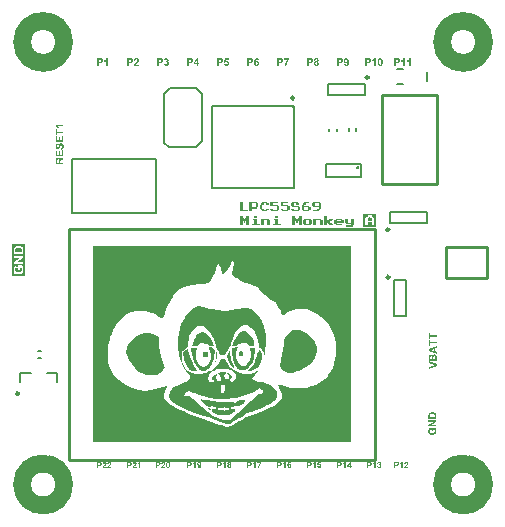
<source format=gto>
G04*
G04 #@! TF.GenerationSoftware,Altium Limited,Altium Designer,19.0.15 (446)*
G04*
G04 Layer_Color=15132400*
%FSLAX25Y25*%
%MOIN*%
G70*
G01*
G75*
%ADD10C,0.00984*%
%ADD11C,0.01000*%
%ADD12C,0.06000*%
%ADD13C,0.00787*%
%ADD14C,0.00551*%
%ADD15C,0.00800*%
%ADD16C,0.00700*%
G36*
X13780Y-22123D02*
X12877Y-21220D01*
X13780D01*
Y-22123D01*
D02*
G37*
G36*
X32686Y-133200D02*
X-53500D01*
Y-68177D01*
X32686D01*
Y-133200D01*
D02*
G37*
G36*
X40862Y-61800D02*
X36800D01*
Y-57301D01*
X40862D01*
Y-61800D01*
D02*
G37*
G36*
X8285Y-58319D02*
Y-58538D01*
X7410D01*
Y-58319D01*
Y-58101D01*
X8285D01*
Y-58319D01*
D02*
G37*
G36*
X1286D02*
Y-58538D01*
X411D01*
Y-58319D01*
Y-58101D01*
X1286D01*
Y-58319D01*
D02*
G37*
G36*
X16158Y-59632D02*
Y-61163D01*
X15283D01*
Y-60506D01*
Y-59850D01*
X14846D01*
Y-60069D01*
Y-60288D01*
X14408D01*
Y-60069D01*
Y-59850D01*
X13971D01*
Y-60506D01*
Y-61163D01*
X13096D01*
Y-59632D01*
Y-58101D01*
X13971D01*
Y-58319D01*
Y-58538D01*
X14408D01*
Y-58757D01*
Y-58976D01*
X14846D01*
Y-58757D01*
Y-58538D01*
X15283D01*
Y-58319D01*
Y-58101D01*
X16158D01*
Y-59632D01*
D02*
G37*
G36*
X-1338D02*
Y-61163D01*
X-2213D01*
Y-60506D01*
Y-59850D01*
X-2650D01*
Y-60069D01*
Y-60288D01*
X-3088D01*
Y-60069D01*
Y-59850D01*
X-3525D01*
Y-60506D01*
Y-61163D01*
X-4400D01*
Y-59632D01*
Y-58101D01*
X-3525D01*
Y-58319D01*
Y-58538D01*
X-3088D01*
Y-58757D01*
Y-58976D01*
X-2650D01*
Y-58757D01*
Y-58538D01*
X-2213D01*
Y-58319D01*
Y-58101D01*
X-1338D01*
Y-59632D01*
D02*
G37*
G36*
X33654Y-60069D02*
Y-61163D01*
X33216D01*
Y-61381D01*
Y-61600D01*
X31029D01*
Y-61381D01*
Y-61163D01*
X32779D01*
Y-60944D01*
Y-60725D01*
X31029D01*
Y-60506D01*
Y-60288D01*
X30592D01*
Y-59632D01*
Y-58976D01*
X31467D01*
Y-59632D01*
Y-60288D01*
X32779D01*
Y-59632D01*
Y-58976D01*
X33654D01*
Y-60069D01*
D02*
G37*
G36*
X29717Y-59194D02*
Y-59413D01*
X30155D01*
Y-59850D01*
Y-60288D01*
X27968D01*
Y-60506D01*
Y-60725D01*
X29717D01*
Y-60944D01*
Y-61163D01*
X27530D01*
Y-60944D01*
Y-60725D01*
X27093D01*
Y-60069D01*
Y-59413D01*
X27530D01*
Y-59194D01*
Y-58976D01*
X29717D01*
Y-59194D01*
D02*
G37*
G36*
X24468Y-58757D02*
Y-59413D01*
X25343D01*
Y-59194D01*
Y-58976D01*
X26655D01*
Y-59194D01*
Y-59413D01*
X26218D01*
Y-59632D01*
Y-59850D01*
X25781D01*
Y-60069D01*
Y-60288D01*
X26218D01*
Y-60506D01*
Y-60725D01*
X26655D01*
Y-60944D01*
Y-61163D01*
X25343D01*
Y-60944D01*
Y-60725D01*
X24906D01*
Y-60506D01*
Y-60288D01*
X24468D01*
Y-60725D01*
Y-61163D01*
X23594D01*
Y-59632D01*
Y-58101D01*
X24468D01*
Y-58757D01*
D02*
G37*
G36*
X22719Y-59194D02*
Y-59413D01*
X23156D01*
Y-60288D01*
Y-61163D01*
X22281D01*
Y-60288D01*
Y-59413D01*
X20969D01*
Y-60288D01*
Y-61163D01*
X20094D01*
Y-60069D01*
Y-58976D01*
X22719D01*
Y-59194D01*
D02*
G37*
G36*
X19220D02*
Y-59413D01*
X19657D01*
Y-60069D01*
Y-60725D01*
X19220D01*
Y-60944D01*
Y-61163D01*
X17033D01*
Y-60944D01*
Y-60725D01*
X16595D01*
Y-60069D01*
Y-59413D01*
X17033D01*
Y-59194D01*
Y-58976D01*
X19220D01*
Y-59194D01*
D02*
G37*
G36*
X8285Y-59850D02*
Y-60725D01*
X9159D01*
Y-60944D01*
Y-61163D01*
X6535D01*
Y-60944D01*
Y-60725D01*
X7410D01*
Y-60069D01*
Y-59413D01*
X6972D01*
Y-59194D01*
Y-58976D01*
X8285D01*
Y-59850D01*
D02*
G37*
G36*
X5223Y-59194D02*
Y-59413D01*
X5660D01*
Y-60288D01*
Y-61163D01*
X4785D01*
Y-60288D01*
Y-59413D01*
X3473D01*
Y-60288D01*
Y-61163D01*
X2598D01*
Y-60069D01*
Y-58976D01*
X5223D01*
Y-59194D01*
D02*
G37*
G36*
X1286Y-59850D02*
Y-60725D01*
X2161D01*
Y-60944D01*
Y-61163D01*
X-463D01*
Y-60944D01*
Y-60725D01*
X411D01*
Y-60069D01*
Y-59413D01*
X-26D01*
Y-59194D01*
Y-58976D01*
X1286D01*
Y-59850D01*
D02*
G37*
G36*
X14846Y-53619D02*
Y-53838D01*
X15283D01*
Y-54057D01*
Y-54276D01*
X14408D01*
Y-54057D01*
Y-53838D01*
X13533D01*
Y-54276D01*
Y-54713D01*
X15283D01*
Y-54932D01*
Y-55150D01*
X15720D01*
Y-55588D01*
Y-56025D01*
X15283D01*
Y-56244D01*
Y-56463D01*
X13096D01*
Y-56244D01*
Y-56025D01*
X12659D01*
Y-55806D01*
Y-55588D01*
X13533D01*
Y-55806D01*
Y-56025D01*
X14846D01*
Y-55588D01*
Y-55150D01*
X13096D01*
Y-54932D01*
Y-54713D01*
X12659D01*
Y-54276D01*
Y-53838D01*
X13096D01*
Y-53619D01*
Y-53401D01*
X14846D01*
Y-53619D01*
D02*
G37*
G36*
X4785D02*
Y-53838D01*
X5223D01*
Y-54057D01*
Y-54276D01*
X4348D01*
Y-54057D01*
Y-53838D01*
X3473D01*
Y-54057D01*
Y-54276D01*
X3036D01*
Y-54932D01*
Y-55588D01*
X3473D01*
Y-55806D01*
Y-56025D01*
X4348D01*
Y-55806D01*
Y-55588D01*
X5223D01*
Y-55806D01*
Y-56025D01*
X4785D01*
Y-56244D01*
Y-56463D01*
X3036D01*
Y-56244D01*
Y-56025D01*
X2598D01*
Y-55806D01*
Y-55588D01*
X2161D01*
Y-54932D01*
Y-54276D01*
X2598D01*
Y-54057D01*
Y-53838D01*
X3036D01*
Y-53619D01*
Y-53401D01*
X4785D01*
Y-53619D01*
D02*
G37*
G36*
X11784D02*
Y-53838D01*
X10034D01*
Y-54057D01*
Y-54276D01*
X11784D01*
Y-54494D01*
Y-54713D01*
X12221D01*
Y-55369D01*
Y-56025D01*
X11784D01*
Y-56244D01*
Y-56463D01*
X9597D01*
Y-56244D01*
Y-56025D01*
X9159D01*
Y-55806D01*
Y-55588D01*
X10034D01*
Y-55806D01*
Y-56025D01*
X11346D01*
Y-55369D01*
Y-54713D01*
X9159D01*
Y-54057D01*
Y-53401D01*
X11784D01*
Y-53619D01*
D02*
G37*
G36*
X8285D02*
Y-53838D01*
X6535D01*
Y-54057D01*
Y-54276D01*
X8285D01*
Y-54494D01*
Y-54713D01*
X8722D01*
Y-55369D01*
Y-56025D01*
X8285D01*
Y-56244D01*
Y-56463D01*
X6098D01*
Y-56244D01*
Y-56025D01*
X5660D01*
Y-55806D01*
Y-55588D01*
X6535D01*
Y-55806D01*
Y-56025D01*
X7847D01*
Y-55369D01*
Y-54713D01*
X5660D01*
Y-54057D01*
Y-53401D01*
X8285D01*
Y-53619D01*
D02*
G37*
G36*
X22281D02*
Y-53838D01*
X22719D01*
Y-54713D01*
Y-55588D01*
X22281D01*
Y-55806D01*
Y-56025D01*
X21844D01*
Y-56244D01*
Y-56463D01*
X20094D01*
Y-56244D01*
Y-56025D01*
X21407D01*
Y-55806D01*
Y-55588D01*
X21844D01*
Y-55369D01*
Y-55150D01*
X20094D01*
Y-54932D01*
Y-54713D01*
X19657D01*
Y-54276D01*
Y-53838D01*
X20094D01*
Y-53619D01*
Y-53401D01*
X22281D01*
Y-53619D01*
D02*
G37*
G36*
X18782D02*
Y-53838D01*
X17470D01*
Y-54057D01*
Y-54276D01*
X17033D01*
Y-54494D01*
Y-54713D01*
X18782D01*
Y-54932D01*
Y-55150D01*
X19220D01*
Y-55588D01*
Y-56025D01*
X18782D01*
Y-56244D01*
Y-56463D01*
X16595D01*
Y-56244D01*
Y-56025D01*
X16158D01*
Y-55150D01*
Y-54276D01*
X16595D01*
Y-54057D01*
Y-53838D01*
X17033D01*
Y-53619D01*
Y-53401D01*
X18782D01*
Y-53619D01*
D02*
G37*
G36*
X1286D02*
Y-53838D01*
X1724D01*
Y-54494D01*
Y-55150D01*
X1286D01*
Y-55369D01*
Y-55588D01*
X-463D01*
Y-56025D01*
Y-56463D01*
X-1338D01*
Y-54932D01*
Y-53401D01*
X1286D01*
Y-53619D01*
D02*
G37*
G36*
X-3525Y-54713D02*
Y-56025D01*
X-1776D01*
Y-56244D01*
Y-56463D01*
X-4400D01*
Y-54932D01*
Y-53401D01*
X-3525D01*
Y-54713D01*
D02*
G37*
G36*
X-47860Y-139946D02*
X-47835Y-139949D01*
X-47806Y-139953D01*
X-47773Y-139958D01*
X-47738Y-139964D01*
X-47700Y-139973D01*
X-47662Y-139984D01*
X-47622Y-139998D01*
X-47582Y-140013D01*
X-47545Y-140033D01*
X-47507Y-140055D01*
X-47469Y-140080D01*
X-47436Y-140109D01*
X-47434Y-140111D01*
X-47429Y-140115D01*
X-47420Y-140126D01*
X-47409Y-140137D01*
X-47396Y-140153D01*
X-47380Y-140173D01*
X-47365Y-140195D01*
X-47347Y-140222D01*
X-47331Y-140248D01*
X-47316Y-140279D01*
X-47300Y-140313D01*
X-47287Y-140348D01*
X-47276Y-140388D01*
X-47267Y-140428D01*
X-47262Y-140470D01*
X-47260Y-140515D01*
Y-140517D01*
Y-140522D01*
Y-140528D01*
Y-140539D01*
X-47262Y-140550D01*
Y-140566D01*
X-47267Y-140599D01*
X-47274Y-140641D01*
X-47282Y-140686D01*
X-47294Y-140732D01*
X-47311Y-140779D01*
Y-140781D01*
X-47314Y-140783D01*
X-47316Y-140792D01*
X-47320Y-140801D01*
X-47327Y-140812D01*
X-47334Y-140826D01*
X-47349Y-140859D01*
X-47371Y-140897D01*
X-47398Y-140941D01*
X-47431Y-140990D01*
X-47469Y-141041D01*
X-47473Y-141045D01*
X-47482Y-141059D01*
X-47502Y-141079D01*
X-47527Y-141108D01*
X-47545Y-141125D01*
X-47562Y-141145D01*
X-47584Y-141165D01*
X-47607Y-141190D01*
X-47633Y-141214D01*
X-47662Y-141243D01*
X-47693Y-141272D01*
X-47727Y-141303D01*
X-47729Y-141305D01*
X-47735Y-141310D01*
X-47744Y-141319D01*
X-47755Y-141330D01*
X-47771Y-141343D01*
X-47789Y-141358D01*
X-47826Y-141394D01*
X-47866Y-141432D01*
X-47904Y-141469D01*
X-47922Y-141487D01*
X-47937Y-141503D01*
X-47951Y-141518D01*
X-47962Y-141529D01*
X-47964Y-141532D01*
X-47971Y-141538D01*
X-47980Y-141549D01*
X-47991Y-141563D01*
X-48002Y-141580D01*
X-48015Y-141598D01*
X-48042Y-141636D01*
X-47260D01*
Y-142000D01*
X-48637D01*
Y-141998D01*
X-48634Y-141991D01*
Y-141980D01*
X-48632Y-141964D01*
X-48628Y-141947D01*
X-48623Y-141925D01*
X-48619Y-141900D01*
X-48612Y-141874D01*
X-48594Y-141814D01*
X-48570Y-141747D01*
X-48541Y-141678D01*
X-48504Y-141609D01*
X-48501Y-141607D01*
X-48499Y-141600D01*
X-48490Y-141589D01*
X-48481Y-141576D01*
X-48468Y-141558D01*
X-48450Y-141534D01*
X-48430Y-141509D01*
X-48406Y-141478D01*
X-48379Y-141445D01*
X-48346Y-141410D01*
X-48310Y-141367D01*
X-48270Y-141325D01*
X-48226Y-141279D01*
X-48175Y-141227D01*
X-48122Y-141174D01*
X-48062Y-141119D01*
X-48059Y-141116D01*
X-48051Y-141108D01*
X-48037Y-141094D01*
X-48019Y-141079D01*
X-47997Y-141059D01*
X-47975Y-141036D01*
X-47949Y-141010D01*
X-47922Y-140983D01*
X-47864Y-140928D01*
X-47811Y-140872D01*
X-47789Y-140848D01*
X-47767Y-140823D01*
X-47749Y-140801D01*
X-47735Y-140783D01*
Y-140781D01*
X-47731Y-140779D01*
X-47729Y-140772D01*
X-47722Y-140763D01*
X-47709Y-140739D01*
X-47693Y-140708D01*
X-47680Y-140672D01*
X-47667Y-140632D01*
X-47658Y-140588D01*
X-47653Y-140544D01*
Y-140542D01*
Y-140537D01*
Y-140530D01*
Y-140522D01*
X-47658Y-140499D01*
X-47662Y-140468D01*
X-47671Y-140437D01*
X-47682Y-140404D01*
X-47700Y-140371D01*
X-47724Y-140342D01*
X-47727Y-140339D01*
X-47738Y-140331D01*
X-47753Y-140320D01*
X-47775Y-140306D01*
X-47804Y-140293D01*
X-47837Y-140282D01*
X-47875Y-140273D01*
X-47920Y-140271D01*
X-47940D01*
X-47962Y-140275D01*
X-47991Y-140279D01*
X-48022Y-140288D01*
X-48055Y-140302D01*
X-48088Y-140322D01*
X-48117Y-140346D01*
X-48119Y-140350D01*
X-48128Y-140359D01*
X-48139Y-140377D01*
X-48155Y-140404D01*
X-48168Y-140437D01*
X-48182Y-140479D01*
X-48193Y-140530D01*
X-48197Y-140559D01*
X-48199Y-140590D01*
X-48590Y-140553D01*
Y-140548D01*
X-48588Y-140539D01*
X-48586Y-140522D01*
X-48581Y-140499D01*
X-48577Y-140473D01*
X-48570Y-140442D01*
X-48561Y-140408D01*
X-48550Y-140373D01*
X-48537Y-140335D01*
X-48521Y-140297D01*
X-48504Y-140257D01*
X-48483Y-140220D01*
X-48461Y-140182D01*
X-48435Y-140146D01*
X-48406Y-140115D01*
X-48373Y-140086D01*
X-48370Y-140084D01*
X-48364Y-140080D01*
X-48353Y-140073D01*
X-48339Y-140064D01*
X-48322Y-140053D01*
X-48299Y-140042D01*
X-48275Y-140029D01*
X-48246Y-140015D01*
X-48213Y-140002D01*
X-48179Y-139989D01*
X-48142Y-139978D01*
X-48099Y-139966D01*
X-48057Y-139958D01*
X-48011Y-139951D01*
X-47962Y-139946D01*
X-47911Y-139944D01*
X-47882D01*
X-47860Y-139946D01*
D02*
G37*
G36*
X-49451D02*
X-49427Y-139949D01*
X-49398Y-139953D01*
X-49365Y-139958D01*
X-49329Y-139964D01*
X-49292Y-139973D01*
X-49254Y-139984D01*
X-49214Y-139998D01*
X-49174Y-140013D01*
X-49136Y-140033D01*
X-49099Y-140055D01*
X-49061Y-140080D01*
X-49027Y-140109D01*
X-49025Y-140111D01*
X-49021Y-140115D01*
X-49012Y-140126D01*
X-49001Y-140137D01*
X-48987Y-140153D01*
X-48972Y-140173D01*
X-48956Y-140195D01*
X-48939Y-140222D01*
X-48923Y-140248D01*
X-48908Y-140279D01*
X-48892Y-140313D01*
X-48879Y-140348D01*
X-48868Y-140388D01*
X-48859Y-140428D01*
X-48854Y-140470D01*
X-48852Y-140515D01*
Y-140517D01*
Y-140522D01*
Y-140528D01*
Y-140539D01*
X-48854Y-140550D01*
Y-140566D01*
X-48859Y-140599D01*
X-48865Y-140641D01*
X-48874Y-140686D01*
X-48885Y-140732D01*
X-48903Y-140779D01*
Y-140781D01*
X-48905Y-140783D01*
X-48908Y-140792D01*
X-48912Y-140801D01*
X-48919Y-140812D01*
X-48925Y-140826D01*
X-48941Y-140859D01*
X-48963Y-140897D01*
X-48990Y-140941D01*
X-49023Y-140990D01*
X-49061Y-141041D01*
X-49065Y-141045D01*
X-49074Y-141059D01*
X-49094Y-141079D01*
X-49118Y-141108D01*
X-49136Y-141125D01*
X-49154Y-141145D01*
X-49176Y-141165D01*
X-49198Y-141190D01*
X-49225Y-141214D01*
X-49254Y-141243D01*
X-49285Y-141272D01*
X-49318Y-141303D01*
X-49321Y-141305D01*
X-49327Y-141310D01*
X-49336Y-141319D01*
X-49347Y-141330D01*
X-49363Y-141343D01*
X-49380Y-141358D01*
X-49418Y-141394D01*
X-49458Y-141432D01*
X-49496Y-141469D01*
X-49514Y-141487D01*
X-49529Y-141503D01*
X-49542Y-141518D01*
X-49554Y-141529D01*
X-49556Y-141532D01*
X-49562Y-141538D01*
X-49571Y-141549D01*
X-49582Y-141563D01*
X-49593Y-141580D01*
X-49607Y-141598D01*
X-49633Y-141636D01*
X-48852D01*
Y-142000D01*
X-50228D01*
Y-141998D01*
X-50226Y-141991D01*
Y-141980D01*
X-50224Y-141964D01*
X-50220Y-141947D01*
X-50215Y-141925D01*
X-50211Y-141900D01*
X-50204Y-141874D01*
X-50186Y-141814D01*
X-50162Y-141747D01*
X-50133Y-141678D01*
X-50095Y-141609D01*
X-50093Y-141607D01*
X-50091Y-141600D01*
X-50082Y-141589D01*
X-50073Y-141576D01*
X-50060Y-141558D01*
X-50042Y-141534D01*
X-50022Y-141509D01*
X-49998Y-141478D01*
X-49971Y-141445D01*
X-49938Y-141410D01*
X-49902Y-141367D01*
X-49862Y-141325D01*
X-49818Y-141279D01*
X-49767Y-141227D01*
X-49713Y-141174D01*
X-49654Y-141119D01*
X-49651Y-141116D01*
X-49642Y-141108D01*
X-49629Y-141094D01*
X-49611Y-141079D01*
X-49589Y-141059D01*
X-49567Y-141036D01*
X-49540Y-141010D01*
X-49514Y-140983D01*
X-49456Y-140928D01*
X-49403Y-140872D01*
X-49380Y-140848D01*
X-49358Y-140823D01*
X-49340Y-140801D01*
X-49327Y-140783D01*
Y-140781D01*
X-49323Y-140779D01*
X-49321Y-140772D01*
X-49314Y-140763D01*
X-49301Y-140739D01*
X-49285Y-140708D01*
X-49272Y-140672D01*
X-49258Y-140632D01*
X-49249Y-140588D01*
X-49245Y-140544D01*
Y-140542D01*
Y-140537D01*
Y-140530D01*
Y-140522D01*
X-49249Y-140499D01*
X-49254Y-140468D01*
X-49263Y-140437D01*
X-49274Y-140404D01*
X-49292Y-140371D01*
X-49316Y-140342D01*
X-49318Y-140339D01*
X-49329Y-140331D01*
X-49345Y-140320D01*
X-49367Y-140306D01*
X-49396Y-140293D01*
X-49429Y-140282D01*
X-49467Y-140273D01*
X-49511Y-140271D01*
X-49531D01*
X-49554Y-140275D01*
X-49582Y-140279D01*
X-49613Y-140288D01*
X-49647Y-140302D01*
X-49680Y-140322D01*
X-49709Y-140346D01*
X-49711Y-140350D01*
X-49720Y-140359D01*
X-49731Y-140377D01*
X-49747Y-140404D01*
X-49760Y-140437D01*
X-49773Y-140479D01*
X-49784Y-140530D01*
X-49789Y-140559D01*
X-49791Y-140590D01*
X-50182Y-140553D01*
Y-140548D01*
X-50180Y-140539D01*
X-50177Y-140522D01*
X-50173Y-140499D01*
X-50169Y-140473D01*
X-50162Y-140442D01*
X-50153Y-140408D01*
X-50142Y-140373D01*
X-50129Y-140335D01*
X-50113Y-140297D01*
X-50095Y-140257D01*
X-50075Y-140220D01*
X-50053Y-140182D01*
X-50026Y-140146D01*
X-49998Y-140115D01*
X-49964Y-140086D01*
X-49962Y-140084D01*
X-49955Y-140080D01*
X-49944Y-140073D01*
X-49931Y-140064D01*
X-49913Y-140053D01*
X-49891Y-140042D01*
X-49867Y-140029D01*
X-49838Y-140015D01*
X-49804Y-140002D01*
X-49771Y-139989D01*
X-49733Y-139978D01*
X-49691Y-139966D01*
X-49649Y-139958D01*
X-49602Y-139951D01*
X-49554Y-139946D01*
X-49503Y-139944D01*
X-49474D01*
X-49451Y-139946D01*
D02*
G37*
G36*
X-51210Y-139953D02*
X-51174D01*
X-51134Y-139955D01*
X-51050Y-139958D01*
X-51010Y-139962D01*
X-50970Y-139964D01*
X-50932Y-139966D01*
X-50899Y-139971D01*
X-50870Y-139978D01*
X-50846Y-139982D01*
X-50843D01*
X-50837Y-139984D01*
X-50828Y-139987D01*
X-50817Y-139991D01*
X-50801Y-139998D01*
X-50783Y-140004D01*
X-50744Y-140024D01*
X-50697Y-140051D01*
X-50648Y-140086D01*
X-50621Y-140109D01*
X-50597Y-140131D01*
X-50573Y-140155D01*
X-50550Y-140184D01*
X-50548Y-140186D01*
X-50546Y-140191D01*
X-50539Y-140200D01*
X-50533Y-140211D01*
X-50521Y-140226D01*
X-50513Y-140246D01*
X-50502Y-140266D01*
X-50490Y-140291D01*
X-50479Y-140320D01*
X-50468Y-140348D01*
X-50457Y-140382D01*
X-50448Y-140417D01*
X-50442Y-140455D01*
X-50435Y-140495D01*
X-50433Y-140539D01*
X-50431Y-140584D01*
Y-140586D01*
Y-140593D01*
Y-140601D01*
Y-140615D01*
X-50433Y-140630D01*
X-50435Y-140650D01*
X-50437Y-140670D01*
X-50439Y-140695D01*
X-50448Y-140744D01*
X-50459Y-140797D01*
X-50477Y-140850D01*
X-50499Y-140901D01*
Y-140903D01*
X-50502Y-140905D01*
X-50506Y-140912D01*
X-50513Y-140921D01*
X-50526Y-140945D01*
X-50546Y-140974D01*
X-50573Y-141005D01*
X-50601Y-141039D01*
X-50637Y-141072D01*
X-50675Y-141103D01*
X-50677D01*
X-50679Y-141105D01*
X-50692Y-141114D01*
X-50712Y-141128D01*
X-50741Y-141143D01*
X-50772Y-141159D01*
X-50808Y-141174D01*
X-50848Y-141188D01*
X-50888Y-141199D01*
X-50890D01*
X-50894Y-141201D01*
X-50903D01*
X-50914Y-141203D01*
X-50930Y-141205D01*
X-50950Y-141208D01*
X-50972Y-141210D01*
X-50997Y-141212D01*
X-51025Y-141216D01*
X-51059Y-141219D01*
X-51094Y-141221D01*
X-51132Y-141223D01*
X-51174Y-141225D01*
X-51219D01*
X-51267Y-141227D01*
X-51587D01*
Y-142000D01*
X-52000D01*
Y-139951D01*
X-51245D01*
X-51210Y-139953D01*
D02*
G37*
G36*
X-63200Y-28154D02*
X-65042D01*
X-65039Y-28157D01*
X-65031Y-28165D01*
X-65017Y-28182D01*
X-65000Y-28201D01*
X-64981Y-28226D01*
X-64956Y-28259D01*
X-64929Y-28293D01*
X-64901Y-28334D01*
X-64870Y-28378D01*
X-64840Y-28425D01*
X-64809Y-28478D01*
X-64779Y-28534D01*
X-64748Y-28592D01*
X-64721Y-28655D01*
X-64696Y-28719D01*
X-64671Y-28786D01*
X-65117D01*
Y-28783D01*
X-65120Y-28777D01*
X-65122Y-28766D01*
X-65128Y-28752D01*
X-65136Y-28733D01*
X-65144Y-28714D01*
X-65156Y-28689D01*
X-65170Y-28661D01*
X-65200Y-28600D01*
X-65241Y-28531D01*
X-65291Y-28453D01*
X-65352Y-28370D01*
X-65355Y-28367D01*
X-65361Y-28359D01*
X-65369Y-28348D01*
X-65383Y-28334D01*
X-65399Y-28315D01*
X-65421Y-28295D01*
X-65444Y-28273D01*
X-65471Y-28248D01*
X-65532Y-28196D01*
X-65602Y-28146D01*
X-65679Y-28099D01*
X-65721Y-28079D01*
X-65765Y-28063D01*
Y-27664D01*
X-63200D01*
Y-28154D01*
D02*
G37*
G36*
X-65325Y-29894D02*
X-63200D01*
Y-30409D01*
X-65325D01*
Y-31168D01*
X-65757D01*
Y-29140D01*
X-65325D01*
Y-29894D01*
D02*
G37*
G36*
X-63200Y-33370D02*
X-65757D01*
Y-31475D01*
X-65325D01*
Y-32855D01*
X-64759D01*
Y-31572D01*
X-64327D01*
Y-32855D01*
X-63632D01*
Y-31425D01*
X-63200D01*
Y-33370D01*
D02*
G37*
G36*
X-63906Y-33808D02*
X-63887D01*
X-63862Y-33810D01*
X-63837Y-33816D01*
X-63809Y-33821D01*
X-63746Y-33835D01*
X-63676Y-33858D01*
X-63604Y-33888D01*
X-63566Y-33907D01*
X-63530Y-33929D01*
X-63527D01*
X-63521Y-33935D01*
X-63510Y-33943D01*
X-63499Y-33952D01*
X-63482Y-33966D01*
X-63463Y-33979D01*
X-63422Y-34018D01*
X-63377Y-34068D01*
X-63327Y-34126D01*
X-63283Y-34195D01*
X-63244Y-34276D01*
Y-34279D01*
X-63241Y-34287D01*
X-63236Y-34298D01*
X-63231Y-34315D01*
X-63222Y-34337D01*
X-63217Y-34364D01*
X-63208Y-34395D01*
X-63200Y-34428D01*
X-63189Y-34467D01*
X-63181Y-34508D01*
X-63175Y-34556D01*
X-63167Y-34605D01*
X-63161Y-34655D01*
X-63156Y-34713D01*
X-63153Y-34772D01*
Y-34855D01*
X-63156Y-34880D01*
Y-34913D01*
X-63159Y-34952D01*
X-63164Y-34999D01*
X-63172Y-35051D01*
X-63181Y-35107D01*
X-63192Y-35168D01*
X-63208Y-35229D01*
X-63225Y-35290D01*
X-63247Y-35350D01*
X-63272Y-35412D01*
X-63302Y-35470D01*
X-63336Y-35525D01*
X-63375Y-35578D01*
X-63377Y-35580D01*
X-63386Y-35589D01*
X-63399Y-35603D01*
X-63416Y-35619D01*
X-63441Y-35639D01*
X-63469Y-35664D01*
X-63502Y-35688D01*
X-63541Y-35713D01*
X-63585Y-35741D01*
X-63632Y-35769D01*
X-63687Y-35794D01*
X-63746Y-35819D01*
X-63809Y-35841D01*
X-63876Y-35860D01*
X-63951Y-35877D01*
X-64028Y-35888D01*
X-64078Y-35386D01*
X-64075D01*
X-64067Y-35384D01*
X-64053Y-35381D01*
X-64037Y-35378D01*
X-64014Y-35373D01*
X-63992Y-35364D01*
X-63937Y-35348D01*
X-63876Y-35323D01*
X-63812Y-35290D01*
X-63754Y-35251D01*
X-63729Y-35229D01*
X-63704Y-35204D01*
Y-35201D01*
X-63699Y-35198D01*
X-63693Y-35190D01*
X-63685Y-35179D01*
X-63676Y-35165D01*
X-63668Y-35146D01*
X-63657Y-35126D01*
X-63646Y-35104D01*
X-63624Y-35049D01*
X-63607Y-34985D01*
X-63593Y-34910D01*
X-63588Y-34827D01*
Y-34802D01*
X-63591Y-34785D01*
Y-34763D01*
X-63593Y-34741D01*
X-63602Y-34686D01*
X-63613Y-34625D01*
X-63632Y-34561D01*
X-63657Y-34500D01*
X-63674Y-34472D01*
X-63693Y-34448D01*
Y-34445D01*
X-63699Y-34442D01*
X-63713Y-34428D01*
X-63735Y-34406D01*
X-63762Y-34384D01*
X-63798Y-34362D01*
X-63843Y-34339D01*
X-63890Y-34326D01*
X-63915Y-34320D01*
X-63940D01*
X-63942D01*
X-63956D01*
X-63973Y-34323D01*
X-63992Y-34326D01*
X-64017Y-34334D01*
X-64045Y-34342D01*
X-64070Y-34356D01*
X-64095Y-34376D01*
X-64097Y-34378D01*
X-64106Y-34387D01*
X-64117Y-34400D01*
X-64134Y-34417D01*
X-64150Y-34445D01*
X-64170Y-34475D01*
X-64186Y-34514D01*
X-64205Y-34561D01*
X-64208Y-34567D01*
Y-34572D01*
X-64211Y-34580D01*
X-64214Y-34592D01*
X-64219Y-34608D01*
X-64225Y-34625D01*
X-64230Y-34647D01*
X-64239Y-34672D01*
X-64247Y-34702D01*
X-64255Y-34736D01*
X-64266Y-34774D01*
X-64277Y-34816D01*
X-64289Y-34863D01*
X-64302Y-34916D01*
X-64316Y-34974D01*
Y-34979D01*
X-64322Y-34993D01*
X-64327Y-35013D01*
X-64336Y-35040D01*
X-64344Y-35076D01*
X-64358Y-35115D01*
X-64372Y-35157D01*
X-64386Y-35201D01*
X-64424Y-35298D01*
X-64466Y-35395D01*
X-64491Y-35439D01*
X-64516Y-35484D01*
X-64541Y-35522D01*
X-64568Y-35555D01*
X-64571Y-35558D01*
X-64579Y-35567D01*
X-64591Y-35578D01*
X-64607Y-35592D01*
X-64626Y-35611D01*
X-64652Y-35630D01*
X-64679Y-35653D01*
X-64712Y-35672D01*
X-64748Y-35694D01*
X-64787Y-35716D01*
X-64832Y-35736D01*
X-64876Y-35755D01*
X-64923Y-35769D01*
X-64976Y-35780D01*
X-65028Y-35788D01*
X-65084Y-35791D01*
X-65086D01*
X-65092D01*
X-65103D01*
X-65117Y-35788D01*
X-65134D01*
X-65156Y-35785D01*
X-65203Y-35777D01*
X-65258Y-35763D01*
X-65322Y-35744D01*
X-65386Y-35716D01*
X-65449Y-35680D01*
X-65452D01*
X-65458Y-35675D01*
X-65466Y-35669D01*
X-65477Y-35661D01*
X-65507Y-35633D01*
X-65546Y-35600D01*
X-65588Y-35553D01*
X-65629Y-35500D01*
X-65671Y-35434D01*
X-65707Y-35362D01*
Y-35359D01*
X-65710Y-35353D01*
X-65715Y-35339D01*
X-65721Y-35326D01*
X-65729Y-35303D01*
X-65735Y-35281D01*
X-65743Y-35254D01*
X-65754Y-35220D01*
X-65762Y-35184D01*
X-65771Y-35148D01*
X-65776Y-35107D01*
X-65784Y-35063D01*
X-65790Y-35013D01*
X-65795Y-34966D01*
X-65798Y-34857D01*
Y-34810D01*
X-65795Y-34780D01*
X-65793Y-34738D01*
X-65787Y-34694D01*
X-65782Y-34641D01*
X-65771Y-34586D01*
X-65759Y-34531D01*
X-65746Y-34470D01*
X-65729Y-34409D01*
X-65710Y-34351D01*
X-65685Y-34292D01*
X-65654Y-34234D01*
X-65624Y-34182D01*
X-65585Y-34135D01*
X-65582Y-34132D01*
X-65577Y-34123D01*
X-65563Y-34112D01*
X-65546Y-34096D01*
X-65527Y-34076D01*
X-65499Y-34057D01*
X-65469Y-34035D01*
X-65435Y-34010D01*
X-65397Y-33988D01*
X-65355Y-33966D01*
X-65308Y-33943D01*
X-65258Y-33924D01*
X-65206Y-33905D01*
X-65147Y-33891D01*
X-65086Y-33882D01*
X-65023Y-33877D01*
X-65003Y-34392D01*
X-65006D01*
X-65012Y-34395D01*
X-65023D01*
X-65034Y-34398D01*
X-65050Y-34403D01*
X-65070Y-34409D01*
X-65111Y-34423D01*
X-65156Y-34442D01*
X-65203Y-34467D01*
X-65247Y-34497D01*
X-65283Y-34536D01*
X-65286Y-34542D01*
X-65297Y-34556D01*
X-65311Y-34580D01*
X-65327Y-34617D01*
X-65344Y-34664D01*
X-65358Y-34719D01*
X-65369Y-34785D01*
X-65372Y-34863D01*
Y-34899D01*
X-65369Y-34918D01*
X-65366Y-34941D01*
X-65361Y-34993D01*
X-65350Y-35049D01*
X-65333Y-35109D01*
X-65308Y-35165D01*
X-65277Y-35218D01*
X-65275Y-35220D01*
X-65266Y-35229D01*
X-65253Y-35243D01*
X-65236Y-35256D01*
X-65214Y-35273D01*
X-65186Y-35284D01*
X-65156Y-35295D01*
X-65120Y-35298D01*
X-65117D01*
X-65106D01*
X-65086Y-35295D01*
X-65067Y-35290D01*
X-65042Y-35278D01*
X-65014Y-35267D01*
X-64989Y-35248D01*
X-64964Y-35223D01*
X-64962Y-35218D01*
X-64956Y-35212D01*
X-64951Y-35201D01*
X-64942Y-35190D01*
X-64934Y-35173D01*
X-64923Y-35151D01*
X-64912Y-35126D01*
X-64901Y-35098D01*
X-64887Y-35065D01*
X-64873Y-35026D01*
X-64859Y-34982D01*
X-64843Y-34932D01*
X-64826Y-34877D01*
X-64809Y-34816D01*
X-64793Y-34749D01*
Y-34744D01*
X-64790Y-34733D01*
X-64784Y-34713D01*
X-64779Y-34688D01*
X-64771Y-34655D01*
X-64759Y-34622D01*
X-64748Y-34580D01*
X-64737Y-34539D01*
X-64710Y-34448D01*
X-64679Y-34356D01*
X-64663Y-34312D01*
X-64646Y-34268D01*
X-64626Y-34229D01*
X-64610Y-34193D01*
Y-34190D01*
X-64604Y-34184D01*
X-64599Y-34176D01*
X-64593Y-34162D01*
X-64571Y-34129D01*
X-64543Y-34087D01*
X-64505Y-34043D01*
X-64460Y-33996D01*
X-64408Y-33949D01*
X-64350Y-33907D01*
X-64347D01*
X-64341Y-33902D01*
X-64333Y-33899D01*
X-64319Y-33891D01*
X-64302Y-33882D01*
X-64283Y-33874D01*
X-64261Y-33866D01*
X-64236Y-33855D01*
X-64208Y-33846D01*
X-64178Y-33838D01*
X-64109Y-33821D01*
X-64028Y-33810D01*
X-63942Y-33805D01*
X-63940D01*
X-63934D01*
X-63920D01*
X-63906Y-33808D01*
D02*
G37*
G36*
X-63200Y-38134D02*
X-65757D01*
Y-36240D01*
X-65325D01*
Y-37619D01*
X-64759D01*
Y-36337D01*
X-64327D01*
Y-37619D01*
X-63632D01*
Y-36190D01*
X-63200D01*
Y-38134D01*
D02*
G37*
G36*
Y-39032D02*
X-63757Y-39406D01*
X-63759Y-39409D01*
X-63771Y-39414D01*
X-63784Y-39425D01*
X-63804Y-39439D01*
X-63829Y-39453D01*
X-63854Y-39472D01*
X-63915Y-39514D01*
X-63978Y-39561D01*
X-64039Y-39605D01*
X-64067Y-39627D01*
X-64092Y-39647D01*
X-64114Y-39663D01*
X-64131Y-39680D01*
X-64134Y-39683D01*
X-64145Y-39691D01*
X-64156Y-39708D01*
X-64172Y-39727D01*
X-64192Y-39749D01*
X-64208Y-39777D01*
X-64225Y-39805D01*
X-64236Y-39835D01*
X-64239Y-39838D01*
X-64241Y-39852D01*
X-64247Y-39871D01*
X-64253Y-39899D01*
X-64258Y-39935D01*
X-64261Y-39979D01*
X-64266Y-40032D01*
Y-40198D01*
X-63200D01*
Y-40713D01*
X-65757D01*
Y-39561D01*
X-65754Y-39528D01*
Y-39489D01*
X-65751Y-39445D01*
X-65748Y-39400D01*
X-65740Y-39301D01*
X-65726Y-39204D01*
X-65721Y-39156D01*
X-65710Y-39109D01*
X-65698Y-39068D01*
X-65688Y-39032D01*
Y-39029D01*
X-65685Y-39024D01*
X-65679Y-39015D01*
X-65674Y-39001D01*
X-65665Y-38985D01*
X-65657Y-38968D01*
X-65632Y-38924D01*
X-65596Y-38877D01*
X-65554Y-38830D01*
X-65502Y-38780D01*
X-65441Y-38735D01*
X-65438D01*
X-65433Y-38730D01*
X-65424Y-38724D01*
X-65411Y-38719D01*
X-65394Y-38708D01*
X-65374Y-38699D01*
X-65350Y-38688D01*
X-65325Y-38677D01*
X-65266Y-38658D01*
X-65197Y-38638D01*
X-65122Y-38627D01*
X-65039Y-38622D01*
X-65036D01*
X-65025D01*
X-65012D01*
X-64992Y-38625D01*
X-64967Y-38627D01*
X-64940Y-38630D01*
X-64906Y-38636D01*
X-64873Y-38644D01*
X-64796Y-38664D01*
X-64757Y-38677D01*
X-64718Y-38694D01*
X-64676Y-38713D01*
X-64638Y-38735D01*
X-64599Y-38760D01*
X-64563Y-38791D01*
X-64560Y-38794D01*
X-64555Y-38799D01*
X-64546Y-38807D01*
X-64532Y-38821D01*
X-64518Y-38841D01*
X-64502Y-38863D01*
X-64482Y-38888D01*
X-64463Y-38918D01*
X-64441Y-38952D01*
X-64422Y-38987D01*
X-64402Y-39029D01*
X-64383Y-39076D01*
X-64366Y-39126D01*
X-64350Y-39179D01*
X-64336Y-39237D01*
X-64325Y-39298D01*
Y-39295D01*
X-64319Y-39290D01*
X-64316Y-39281D01*
X-64308Y-39270D01*
X-64289Y-39240D01*
X-64261Y-39201D01*
X-64230Y-39156D01*
X-64194Y-39109D01*
X-64153Y-39062D01*
X-64111Y-39021D01*
X-64106Y-39015D01*
X-64097Y-39010D01*
X-64089Y-39001D01*
X-64075Y-38990D01*
X-64059Y-38976D01*
X-64039Y-38960D01*
X-64017Y-38943D01*
X-63989Y-38924D01*
X-63959Y-38902D01*
X-63926Y-38877D01*
X-63887Y-38852D01*
X-63845Y-38824D01*
X-63798Y-38794D01*
X-63751Y-38760D01*
X-63696Y-38727D01*
X-63200Y-38414D01*
Y-39032D01*
D02*
G37*
G36*
X-48474Y-8000D02*
X-48964D01*
Y-6158D01*
X-48967Y-6161D01*
X-48975Y-6169D01*
X-48992Y-6183D01*
X-49011Y-6199D01*
X-49036Y-6219D01*
X-49069Y-6244D01*
X-49103Y-6272D01*
X-49144Y-6299D01*
X-49189Y-6330D01*
X-49235Y-6360D01*
X-49288Y-6391D01*
X-49344Y-6421D01*
X-49402Y-6452D01*
X-49465Y-6479D01*
X-49529Y-6504D01*
X-49596Y-6529D01*
Y-6083D01*
X-49593D01*
X-49587Y-6080D01*
X-49576Y-6078D01*
X-49562Y-6072D01*
X-49543Y-6064D01*
X-49524Y-6055D01*
X-49499Y-6044D01*
X-49471Y-6030D01*
X-49410Y-6000D01*
X-49341Y-5959D01*
X-49263Y-5909D01*
X-49180Y-5848D01*
X-49177Y-5845D01*
X-49169Y-5839D01*
X-49158Y-5831D01*
X-49144Y-5817D01*
X-49125Y-5801D01*
X-49105Y-5779D01*
X-49083Y-5756D01*
X-49058Y-5729D01*
X-49006Y-5668D01*
X-48956Y-5598D01*
X-48909Y-5521D01*
X-48889Y-5479D01*
X-48873Y-5435D01*
X-48474D01*
Y-8000D01*
D02*
G37*
G36*
X-51014Y-5446D02*
X-50970D01*
X-50920Y-5449D01*
X-50814Y-5452D01*
X-50765Y-5457D01*
X-50715Y-5460D01*
X-50668Y-5463D01*
X-50626Y-5468D01*
X-50590Y-5477D01*
X-50560Y-5482D01*
X-50557D01*
X-50548Y-5485D01*
X-50537Y-5488D01*
X-50524Y-5493D01*
X-50504Y-5502D01*
X-50482Y-5510D01*
X-50432Y-5535D01*
X-50374Y-5568D01*
X-50313Y-5612D01*
X-50280Y-5640D01*
X-50249Y-5668D01*
X-50219Y-5698D01*
X-50191Y-5734D01*
X-50188Y-5737D01*
X-50186Y-5742D01*
X-50177Y-5754D01*
X-50169Y-5767D01*
X-50155Y-5787D01*
X-50144Y-5812D01*
X-50130Y-5837D01*
X-50116Y-5867D01*
X-50103Y-5903D01*
X-50089Y-5939D01*
X-50075Y-5981D01*
X-50064Y-6025D01*
X-50055Y-6072D01*
X-50047Y-6122D01*
X-50044Y-6177D01*
X-50042Y-6233D01*
Y-6236D01*
Y-6244D01*
Y-6255D01*
Y-6272D01*
X-50044Y-6291D01*
X-50047Y-6316D01*
X-50050Y-6341D01*
X-50053Y-6371D01*
X-50064Y-6432D01*
X-50078Y-6499D01*
X-50100Y-6565D01*
X-50128Y-6629D01*
Y-6632D01*
X-50130Y-6634D01*
X-50136Y-6643D01*
X-50144Y-6654D01*
X-50161Y-6684D01*
X-50186Y-6720D01*
X-50219Y-6759D01*
X-50255Y-6801D01*
X-50299Y-6842D01*
X-50346Y-6881D01*
X-50349D01*
X-50352Y-6884D01*
X-50368Y-6895D01*
X-50393Y-6911D01*
X-50429Y-6931D01*
X-50468Y-6950D01*
X-50512Y-6970D01*
X-50562Y-6986D01*
X-50612Y-7000D01*
X-50615D01*
X-50621Y-7003D01*
X-50632D01*
X-50646Y-7006D01*
X-50665Y-7008D01*
X-50690Y-7011D01*
X-50718Y-7014D01*
X-50748Y-7017D01*
X-50784Y-7022D01*
X-50826Y-7025D01*
X-50870Y-7028D01*
X-50917Y-7030D01*
X-50970Y-7033D01*
X-51025D01*
X-51086Y-7036D01*
X-51485D01*
Y-8000D01*
X-52000D01*
Y-5443D01*
X-51058D01*
X-51014Y-5446D01*
D02*
G37*
G36*
X-38820Y-5438D02*
X-38790Y-5441D01*
X-38754Y-5446D01*
X-38712Y-5452D01*
X-38668Y-5460D01*
X-38621Y-5471D01*
X-38574Y-5485D01*
X-38524Y-5502D01*
X-38474Y-5521D01*
X-38427Y-5546D01*
X-38380Y-5573D01*
X-38333Y-5604D01*
X-38291Y-5640D01*
X-38288Y-5643D01*
X-38283Y-5648D01*
X-38272Y-5662D01*
X-38258Y-5676D01*
X-38241Y-5695D01*
X-38222Y-5720D01*
X-38202Y-5748D01*
X-38180Y-5781D01*
X-38161Y-5815D01*
X-38141Y-5853D01*
X-38122Y-5895D01*
X-38105Y-5939D01*
X-38091Y-5989D01*
X-38080Y-6039D01*
X-38075Y-6092D01*
X-38072Y-6147D01*
Y-6150D01*
Y-6155D01*
Y-6163D01*
Y-6177D01*
X-38075Y-6191D01*
Y-6211D01*
X-38080Y-6252D01*
X-38089Y-6305D01*
X-38100Y-6360D01*
X-38114Y-6418D01*
X-38136Y-6476D01*
Y-6479D01*
X-38139Y-6482D01*
X-38141Y-6493D01*
X-38147Y-6504D01*
X-38155Y-6518D01*
X-38164Y-6535D01*
X-38183Y-6576D01*
X-38211Y-6623D01*
X-38244Y-6679D01*
X-38285Y-6740D01*
X-38333Y-6803D01*
X-38338Y-6809D01*
X-38349Y-6825D01*
X-38374Y-6850D01*
X-38405Y-6887D01*
X-38427Y-6909D01*
X-38449Y-6933D01*
X-38477Y-6959D01*
X-38504Y-6989D01*
X-38537Y-7019D01*
X-38574Y-7055D01*
X-38612Y-7091D01*
X-38654Y-7130D01*
X-38657Y-7133D01*
X-38665Y-7139D01*
X-38676Y-7150D01*
X-38690Y-7164D01*
X-38709Y-7180D01*
X-38731Y-7199D01*
X-38778Y-7244D01*
X-38828Y-7291D01*
X-38875Y-7338D01*
X-38898Y-7360D01*
X-38917Y-7379D01*
X-38934Y-7399D01*
X-38947Y-7413D01*
X-38950Y-7416D01*
X-38958Y-7424D01*
X-38970Y-7438D01*
X-38984Y-7454D01*
X-38997Y-7476D01*
X-39014Y-7499D01*
X-39047Y-7546D01*
X-38072D01*
Y-8000D01*
X-39790D01*
Y-7997D01*
X-39787Y-7989D01*
Y-7975D01*
X-39784Y-7956D01*
X-39779Y-7933D01*
X-39773Y-7906D01*
X-39767Y-7875D01*
X-39759Y-7842D01*
X-39737Y-7767D01*
X-39706Y-7684D01*
X-39670Y-7598D01*
X-39623Y-7513D01*
X-39621Y-7510D01*
X-39618Y-7501D01*
X-39607Y-7488D01*
X-39596Y-7471D01*
X-39579Y-7449D01*
X-39557Y-7418D01*
X-39532Y-7388D01*
X-39502Y-7349D01*
X-39468Y-7307D01*
X-39427Y-7263D01*
X-39382Y-7211D01*
X-39333Y-7158D01*
X-39277Y-7100D01*
X-39213Y-7036D01*
X-39147Y-6970D01*
X-39072Y-6900D01*
X-39069Y-6898D01*
X-39058Y-6887D01*
X-39042Y-6870D01*
X-39020Y-6850D01*
X-38992Y-6825D01*
X-38964Y-6798D01*
X-38931Y-6765D01*
X-38898Y-6731D01*
X-38826Y-6662D01*
X-38759Y-6593D01*
X-38731Y-6562D01*
X-38704Y-6532D01*
X-38682Y-6504D01*
X-38665Y-6482D01*
Y-6479D01*
X-38659Y-6476D01*
X-38657Y-6468D01*
X-38648Y-6457D01*
X-38632Y-6427D01*
X-38612Y-6388D01*
X-38596Y-6344D01*
X-38579Y-6294D01*
X-38568Y-6238D01*
X-38562Y-6183D01*
Y-6180D01*
Y-6175D01*
Y-6166D01*
Y-6155D01*
X-38568Y-6128D01*
X-38574Y-6089D01*
X-38585Y-6050D01*
X-38598Y-6008D01*
X-38621Y-5967D01*
X-38651Y-5931D01*
X-38654Y-5928D01*
X-38668Y-5917D01*
X-38687Y-5903D01*
X-38715Y-5886D01*
X-38751Y-5870D01*
X-38792Y-5856D01*
X-38839Y-5845D01*
X-38895Y-5842D01*
X-38920D01*
X-38947Y-5848D01*
X-38984Y-5853D01*
X-39022Y-5864D01*
X-39064Y-5881D01*
X-39105Y-5906D01*
X-39141Y-5936D01*
X-39144Y-5942D01*
X-39155Y-5953D01*
X-39169Y-5975D01*
X-39189Y-6008D01*
X-39205Y-6050D01*
X-39222Y-6103D01*
X-39235Y-6166D01*
X-39241Y-6202D01*
X-39244Y-6241D01*
X-39731Y-6194D01*
Y-6188D01*
X-39729Y-6177D01*
X-39726Y-6155D01*
X-39720Y-6128D01*
X-39715Y-6094D01*
X-39706Y-6055D01*
X-39695Y-6014D01*
X-39682Y-5970D01*
X-39665Y-5923D01*
X-39645Y-5875D01*
X-39623Y-5825D01*
X-39598Y-5779D01*
X-39571Y-5731D01*
X-39538Y-5687D01*
X-39502Y-5648D01*
X-39460Y-5612D01*
X-39457Y-5610D01*
X-39449Y-5604D01*
X-39435Y-5596D01*
X-39418Y-5585D01*
X-39396Y-5571D01*
X-39369Y-5557D01*
X-39338Y-5540D01*
X-39302Y-5524D01*
X-39261Y-5507D01*
X-39219Y-5490D01*
X-39172Y-5477D01*
X-39119Y-5463D01*
X-39067Y-5452D01*
X-39008Y-5443D01*
X-38947Y-5438D01*
X-38884Y-5435D01*
X-38848D01*
X-38820Y-5438D01*
D02*
G37*
G36*
X-41014Y-5446D02*
X-40970D01*
X-40920Y-5449D01*
X-40814Y-5452D01*
X-40765Y-5457D01*
X-40715Y-5460D01*
X-40668Y-5463D01*
X-40626Y-5468D01*
X-40590Y-5477D01*
X-40560Y-5482D01*
X-40557D01*
X-40549Y-5485D01*
X-40537Y-5488D01*
X-40524Y-5493D01*
X-40504Y-5502D01*
X-40482Y-5510D01*
X-40432Y-5535D01*
X-40374Y-5568D01*
X-40313Y-5612D01*
X-40280Y-5640D01*
X-40249Y-5668D01*
X-40219Y-5698D01*
X-40191Y-5734D01*
X-40188Y-5737D01*
X-40186Y-5742D01*
X-40177Y-5754D01*
X-40169Y-5767D01*
X-40155Y-5787D01*
X-40144Y-5812D01*
X-40130Y-5837D01*
X-40116Y-5867D01*
X-40103Y-5903D01*
X-40089Y-5939D01*
X-40075Y-5981D01*
X-40064Y-6025D01*
X-40056Y-6072D01*
X-40047Y-6122D01*
X-40044Y-6177D01*
X-40042Y-6233D01*
Y-6236D01*
Y-6244D01*
Y-6255D01*
Y-6272D01*
X-40044Y-6291D01*
X-40047Y-6316D01*
X-40050Y-6341D01*
X-40053Y-6371D01*
X-40064Y-6432D01*
X-40078Y-6499D01*
X-40100Y-6565D01*
X-40128Y-6629D01*
Y-6632D01*
X-40130Y-6634D01*
X-40136Y-6643D01*
X-40144Y-6654D01*
X-40161Y-6684D01*
X-40186Y-6720D01*
X-40219Y-6759D01*
X-40255Y-6801D01*
X-40299Y-6842D01*
X-40346Y-6881D01*
X-40349D01*
X-40352Y-6884D01*
X-40369Y-6895D01*
X-40393Y-6911D01*
X-40429Y-6931D01*
X-40468Y-6950D01*
X-40512Y-6970D01*
X-40562Y-6986D01*
X-40612Y-7000D01*
X-40615D01*
X-40620Y-7003D01*
X-40632D01*
X-40646Y-7006D01*
X-40665Y-7008D01*
X-40690Y-7011D01*
X-40718Y-7014D01*
X-40748Y-7017D01*
X-40784Y-7022D01*
X-40826Y-7025D01*
X-40870Y-7028D01*
X-40917Y-7030D01*
X-40970Y-7033D01*
X-41025D01*
X-41086Y-7036D01*
X-41485D01*
Y-8000D01*
X-42000D01*
Y-5443D01*
X-41058D01*
X-41014Y-5446D01*
D02*
G37*
G36*
X-28884Y-5438D02*
X-28859D01*
X-28828Y-5443D01*
X-28792Y-5446D01*
X-28754Y-5454D01*
X-28712Y-5463D01*
X-28665Y-5477D01*
X-28618Y-5490D01*
X-28571Y-5510D01*
X-28524Y-5532D01*
X-28474Y-5560D01*
X-28427Y-5590D01*
X-28382Y-5626D01*
X-28341Y-5668D01*
X-28338Y-5670D01*
X-28332Y-5676D01*
X-28324Y-5687D01*
X-28313Y-5701D01*
X-28299Y-5717D01*
X-28283Y-5740D01*
X-28266Y-5765D01*
X-28249Y-5792D01*
X-28216Y-5853D01*
X-28186Y-5925D01*
X-28175Y-5964D01*
X-28166Y-6006D01*
X-28161Y-6047D01*
X-28158Y-6092D01*
Y-6094D01*
Y-6105D01*
X-28161Y-6125D01*
X-28163Y-6147D01*
X-28169Y-6175D01*
X-28177Y-6208D01*
X-28188Y-6247D01*
X-28205Y-6285D01*
X-28225Y-6327D01*
X-28247Y-6371D01*
X-28277Y-6416D01*
X-28313Y-6460D01*
X-28355Y-6504D01*
X-28405Y-6549D01*
X-28463Y-6590D01*
X-28526Y-6629D01*
X-28524D01*
X-28515Y-6632D01*
X-28504Y-6634D01*
X-28490Y-6640D01*
X-28471Y-6645D01*
X-28449Y-6654D01*
X-28402Y-6673D01*
X-28344Y-6701D01*
X-28285Y-6740D01*
X-28230Y-6784D01*
X-28202Y-6812D01*
X-28177Y-6842D01*
X-28175Y-6845D01*
X-28172Y-6850D01*
X-28166Y-6859D01*
X-28155Y-6870D01*
X-28147Y-6887D01*
X-28136Y-6906D01*
X-28122Y-6928D01*
X-28111Y-6953D01*
X-28086Y-7011D01*
X-28064Y-7078D01*
X-28050Y-7155D01*
X-28047Y-7197D01*
X-28044Y-7238D01*
Y-7241D01*
Y-7252D01*
X-28047Y-7271D01*
Y-7294D01*
X-28053Y-7324D01*
X-28058Y-7357D01*
X-28064Y-7393D01*
X-28075Y-7435D01*
X-28089Y-7479D01*
X-28105Y-7526D01*
X-28125Y-7573D01*
X-28150Y-7621D01*
X-28177Y-7670D01*
X-28211Y-7717D01*
X-28247Y-7764D01*
X-28291Y-7812D01*
X-28294Y-7814D01*
X-28302Y-7823D01*
X-28316Y-7834D01*
X-28335Y-7848D01*
X-28360Y-7867D01*
X-28388Y-7886D01*
X-28421Y-7909D01*
X-28460Y-7928D01*
X-28501Y-7950D01*
X-28549Y-7972D01*
X-28601Y-7992D01*
X-28654Y-8011D01*
X-28712Y-8025D01*
X-28773Y-8036D01*
X-28839Y-8044D01*
X-28906Y-8047D01*
X-28923D01*
X-28939Y-8044D01*
X-28964D01*
X-28992Y-8042D01*
X-29028Y-8036D01*
X-29067Y-8031D01*
X-29108Y-8022D01*
X-29152Y-8011D01*
X-29199Y-7997D01*
X-29247Y-7983D01*
X-29294Y-7964D01*
X-29344Y-7939D01*
X-29391Y-7914D01*
X-29438Y-7884D01*
X-29482Y-7848D01*
X-29485Y-7845D01*
X-29493Y-7839D01*
X-29504Y-7828D01*
X-29518Y-7812D01*
X-29535Y-7792D01*
X-29557Y-7767D01*
X-29576Y-7740D01*
X-29601Y-7706D01*
X-29623Y-7670D01*
X-29645Y-7632D01*
X-29668Y-7590D01*
X-29690Y-7543D01*
X-29706Y-7493D01*
X-29723Y-7440D01*
X-29737Y-7382D01*
X-29745Y-7324D01*
X-29272Y-7266D01*
Y-7269D01*
Y-7274D01*
X-29269Y-7283D01*
X-29266Y-7296D01*
X-29261Y-7330D01*
X-29247Y-7368D01*
X-29233Y-7416D01*
X-29211Y-7460D01*
X-29183Y-7507D01*
X-29150Y-7546D01*
X-29144Y-7548D01*
X-29133Y-7560D01*
X-29111Y-7576D01*
X-29083Y-7593D01*
X-29047Y-7609D01*
X-29006Y-7626D01*
X-28958Y-7637D01*
X-28909Y-7640D01*
X-28895D01*
X-28884Y-7637D01*
X-28856Y-7634D01*
X-28820Y-7626D01*
X-28778Y-7612D01*
X-28737Y-7593D01*
X-28693Y-7565D01*
X-28651Y-7526D01*
X-28646Y-7521D01*
X-28634Y-7504D01*
X-28618Y-7479D01*
X-28598Y-7443D01*
X-28579Y-7399D01*
X-28562Y-7346D01*
X-28551Y-7285D01*
X-28546Y-7216D01*
Y-7213D01*
Y-7208D01*
Y-7199D01*
X-28549Y-7186D01*
Y-7169D01*
X-28551Y-7152D01*
X-28557Y-7111D01*
X-28571Y-7064D01*
X-28587Y-7014D01*
X-28612Y-6967D01*
X-28646Y-6922D01*
X-28651Y-6917D01*
X-28662Y-6906D01*
X-28684Y-6887D01*
X-28712Y-6867D01*
X-28748Y-6848D01*
X-28790Y-6828D01*
X-28837Y-6817D01*
X-28889Y-6812D01*
X-28906D01*
X-28925Y-6814D01*
X-28953Y-6817D01*
X-28986Y-6820D01*
X-29022Y-6828D01*
X-29067Y-6837D01*
X-29114Y-6850D01*
X-29061Y-6452D01*
X-29028D01*
X-29011Y-6449D01*
X-28992D01*
X-28947Y-6443D01*
X-28898Y-6435D01*
X-28848Y-6418D01*
X-28801Y-6396D01*
X-28756Y-6368D01*
X-28751Y-6363D01*
X-28740Y-6352D01*
X-28723Y-6333D01*
X-28701Y-6305D01*
X-28681Y-6269D01*
X-28665Y-6227D01*
X-28654Y-6180D01*
X-28648Y-6125D01*
Y-6122D01*
Y-6119D01*
Y-6103D01*
X-28651Y-6080D01*
X-28657Y-6050D01*
X-28668Y-6019D01*
X-28681Y-5983D01*
X-28701Y-5950D01*
X-28726Y-5920D01*
X-28729Y-5917D01*
X-28740Y-5909D01*
X-28756Y-5895D01*
X-28781Y-5881D01*
X-28812Y-5867D01*
X-28845Y-5853D01*
X-28887Y-5845D01*
X-28934Y-5842D01*
X-28956D01*
X-28978Y-5848D01*
X-29008Y-5853D01*
X-29042Y-5864D01*
X-29078Y-5878D01*
X-29114Y-5900D01*
X-29150Y-5931D01*
X-29152Y-5934D01*
X-29164Y-5947D01*
X-29177Y-5967D01*
X-29197Y-5994D01*
X-29216Y-6030D01*
X-29233Y-6072D01*
X-29247Y-6125D01*
X-29258Y-6183D01*
X-29709Y-6108D01*
Y-6105D01*
X-29706Y-6097D01*
X-29704Y-6086D01*
X-29701Y-6069D01*
X-29695Y-6050D01*
X-29690Y-6028D01*
X-29673Y-5975D01*
X-29654Y-5914D01*
X-29629Y-5853D01*
X-29601Y-5792D01*
X-29568Y-5737D01*
Y-5734D01*
X-29562Y-5731D01*
X-29551Y-5715D01*
X-29529Y-5687D01*
X-29499Y-5657D01*
X-29463Y-5621D01*
X-29418Y-5585D01*
X-29366Y-5549D01*
X-29305Y-5515D01*
X-29302D01*
X-29296Y-5513D01*
X-29288Y-5507D01*
X-29274Y-5502D01*
X-29258Y-5496D01*
X-29238Y-5490D01*
X-29216Y-5482D01*
X-29191Y-5474D01*
X-29136Y-5460D01*
X-29069Y-5446D01*
X-28997Y-5438D01*
X-28920Y-5435D01*
X-28903D01*
X-28884Y-5438D01*
D02*
G37*
G36*
X-31014Y-5446D02*
X-30970D01*
X-30920Y-5449D01*
X-30814Y-5452D01*
X-30765Y-5457D01*
X-30715Y-5460D01*
X-30668Y-5463D01*
X-30626Y-5468D01*
X-30590Y-5477D01*
X-30560Y-5482D01*
X-30557D01*
X-30549Y-5485D01*
X-30537Y-5488D01*
X-30524Y-5493D01*
X-30504Y-5502D01*
X-30482Y-5510D01*
X-30432Y-5535D01*
X-30374Y-5568D01*
X-30313Y-5612D01*
X-30280Y-5640D01*
X-30249Y-5668D01*
X-30219Y-5698D01*
X-30191Y-5734D01*
X-30188Y-5737D01*
X-30186Y-5742D01*
X-30177Y-5754D01*
X-30169Y-5767D01*
X-30155Y-5787D01*
X-30144Y-5812D01*
X-30130Y-5837D01*
X-30116Y-5867D01*
X-30103Y-5903D01*
X-30089Y-5939D01*
X-30075Y-5981D01*
X-30064Y-6025D01*
X-30055Y-6072D01*
X-30047Y-6122D01*
X-30044Y-6177D01*
X-30042Y-6233D01*
Y-6236D01*
Y-6244D01*
Y-6255D01*
Y-6272D01*
X-30044Y-6291D01*
X-30047Y-6316D01*
X-30050Y-6341D01*
X-30053Y-6371D01*
X-30064Y-6432D01*
X-30078Y-6499D01*
X-30100Y-6565D01*
X-30128Y-6629D01*
Y-6632D01*
X-30130Y-6634D01*
X-30136Y-6643D01*
X-30144Y-6654D01*
X-30161Y-6684D01*
X-30186Y-6720D01*
X-30219Y-6759D01*
X-30255Y-6801D01*
X-30299Y-6842D01*
X-30346Y-6881D01*
X-30349D01*
X-30352Y-6884D01*
X-30369Y-6895D01*
X-30393Y-6911D01*
X-30429Y-6931D01*
X-30468Y-6950D01*
X-30512Y-6970D01*
X-30562Y-6986D01*
X-30612Y-7000D01*
X-30615D01*
X-30621Y-7003D01*
X-30632D01*
X-30645Y-7006D01*
X-30665Y-7008D01*
X-30690Y-7011D01*
X-30718Y-7014D01*
X-30748Y-7017D01*
X-30784Y-7022D01*
X-30825Y-7025D01*
X-30870Y-7028D01*
X-30917Y-7030D01*
X-30970Y-7033D01*
X-31025D01*
X-31086Y-7036D01*
X-31485D01*
Y-8000D01*
X-32000D01*
Y-5443D01*
X-31058D01*
X-31014Y-5446D01*
D02*
G37*
G36*
X-18294Y-7055D02*
X-17975D01*
Y-7485D01*
X-18294D01*
Y-8000D01*
X-18767D01*
Y-7485D01*
X-19812D01*
Y-7058D01*
X-18707Y-5435D01*
X-18294D01*
Y-7055D01*
D02*
G37*
G36*
X-21014Y-5446D02*
X-20970D01*
X-20920Y-5449D01*
X-20814Y-5452D01*
X-20765Y-5457D01*
X-20715Y-5460D01*
X-20668Y-5463D01*
X-20626Y-5468D01*
X-20590Y-5477D01*
X-20560Y-5482D01*
X-20557D01*
X-20549Y-5485D01*
X-20537Y-5488D01*
X-20524Y-5493D01*
X-20504Y-5502D01*
X-20482Y-5510D01*
X-20432Y-5535D01*
X-20374Y-5568D01*
X-20313Y-5612D01*
X-20280Y-5640D01*
X-20249Y-5668D01*
X-20219Y-5698D01*
X-20191Y-5734D01*
X-20188Y-5737D01*
X-20186Y-5742D01*
X-20177Y-5754D01*
X-20169Y-5767D01*
X-20155Y-5787D01*
X-20144Y-5812D01*
X-20130Y-5837D01*
X-20116Y-5867D01*
X-20102Y-5903D01*
X-20089Y-5939D01*
X-20075Y-5981D01*
X-20064Y-6025D01*
X-20055Y-6072D01*
X-20047Y-6122D01*
X-20044Y-6177D01*
X-20042Y-6233D01*
Y-6236D01*
Y-6244D01*
Y-6255D01*
Y-6272D01*
X-20044Y-6291D01*
X-20047Y-6316D01*
X-20050Y-6341D01*
X-20053Y-6371D01*
X-20064Y-6432D01*
X-20078Y-6499D01*
X-20100Y-6565D01*
X-20128Y-6629D01*
Y-6632D01*
X-20130Y-6634D01*
X-20136Y-6643D01*
X-20144Y-6654D01*
X-20161Y-6684D01*
X-20186Y-6720D01*
X-20219Y-6759D01*
X-20255Y-6801D01*
X-20299Y-6842D01*
X-20346Y-6881D01*
X-20349D01*
X-20352Y-6884D01*
X-20369Y-6895D01*
X-20393Y-6911D01*
X-20429Y-6931D01*
X-20468Y-6950D01*
X-20513Y-6970D01*
X-20562Y-6986D01*
X-20612Y-7000D01*
X-20615D01*
X-20620Y-7003D01*
X-20632D01*
X-20646Y-7006D01*
X-20665Y-7008D01*
X-20690Y-7011D01*
X-20718Y-7014D01*
X-20748Y-7017D01*
X-20784Y-7022D01*
X-20825Y-7025D01*
X-20870Y-7028D01*
X-20917Y-7030D01*
X-20970Y-7033D01*
X-21025D01*
X-21086Y-7036D01*
X-21485D01*
Y-8000D01*
X-22000D01*
Y-5443D01*
X-21058D01*
X-21014Y-5446D01*
D02*
G37*
G36*
X-8114Y-5936D02*
X-9042D01*
X-9119Y-6371D01*
X-9116D01*
X-9111Y-6368D01*
X-9103Y-6363D01*
X-9092Y-6357D01*
X-9075Y-6352D01*
X-9058Y-6344D01*
X-9017Y-6330D01*
X-8964Y-6313D01*
X-8909Y-6302D01*
X-8848Y-6291D01*
X-8784Y-6288D01*
X-8770D01*
X-8754Y-6291D01*
X-8729D01*
X-8701Y-6296D01*
X-8668Y-6302D01*
X-8632Y-6307D01*
X-8593Y-6319D01*
X-8549Y-6330D01*
X-8504Y-6346D01*
X-8460Y-6366D01*
X-8413Y-6388D01*
X-8366Y-6416D01*
X-8319Y-6449D01*
X-8274Y-6485D01*
X-8230Y-6526D01*
X-8227Y-6529D01*
X-8219Y-6537D01*
X-8208Y-6551D01*
X-8194Y-6571D01*
X-8177Y-6593D01*
X-8158Y-6621D01*
X-8136Y-6654D01*
X-8114Y-6693D01*
X-8094Y-6734D01*
X-8072Y-6781D01*
X-8053Y-6834D01*
X-8036Y-6887D01*
X-8022Y-6947D01*
X-8011Y-7008D01*
X-8003Y-7075D01*
X-8000Y-7144D01*
Y-7147D01*
Y-7158D01*
Y-7175D01*
X-8003Y-7197D01*
X-8006Y-7224D01*
X-8011Y-7258D01*
X-8017Y-7294D01*
X-8022Y-7332D01*
X-8033Y-7377D01*
X-8044Y-7421D01*
X-8061Y-7468D01*
X-8078Y-7515D01*
X-8100Y-7565D01*
X-8125Y-7612D01*
X-8152Y-7662D01*
X-8186Y-7709D01*
X-8189Y-7712D01*
X-8197Y-7723D01*
X-8211Y-7740D01*
X-8233Y-7762D01*
X-8258Y-7787D01*
X-8288Y-7817D01*
X-8324Y-7848D01*
X-8366Y-7878D01*
X-8413Y-7909D01*
X-8466Y-7939D01*
X-8521Y-7970D01*
X-8582Y-7994D01*
X-8648Y-8017D01*
X-8720Y-8033D01*
X-8798Y-8044D01*
X-8878Y-8047D01*
X-8912D01*
X-8936Y-8044D01*
X-8967Y-8042D01*
X-9003Y-8036D01*
X-9042Y-8031D01*
X-9083Y-8022D01*
X-9175Y-8000D01*
X-9224Y-7986D01*
X-9272Y-7967D01*
X-9321Y-7945D01*
X-9369Y-7920D01*
X-9413Y-7892D01*
X-9457Y-7859D01*
X-9460Y-7856D01*
X-9465Y-7850D01*
X-9477Y-7839D01*
X-9493Y-7823D01*
X-9510Y-7803D01*
X-9529Y-7781D01*
X-9551Y-7754D01*
X-9573Y-7723D01*
X-9596Y-7687D01*
X-9618Y-7648D01*
X-9640Y-7607D01*
X-9662Y-7562D01*
X-9681Y-7513D01*
X-9698Y-7460D01*
X-9709Y-7404D01*
X-9720Y-7346D01*
X-9233Y-7294D01*
Y-7296D01*
Y-7302D01*
X-9230Y-7310D01*
X-9227Y-7321D01*
X-9222Y-7352D01*
X-9211Y-7388D01*
X-9194Y-7432D01*
X-9172Y-7474D01*
X-9144Y-7518D01*
X-9111Y-7557D01*
X-9105Y-7560D01*
X-9092Y-7571D01*
X-9072Y-7587D01*
X-9042Y-7604D01*
X-9008Y-7623D01*
X-8967Y-7637D01*
X-8923Y-7648D01*
X-8873Y-7654D01*
X-8859D01*
X-8848Y-7651D01*
X-8817Y-7648D01*
X-8781Y-7637D01*
X-8740Y-7623D01*
X-8698Y-7601D01*
X-8654Y-7571D01*
X-8632Y-7551D01*
X-8612Y-7529D01*
Y-7526D01*
X-8607Y-7524D01*
X-8601Y-7515D01*
X-8596Y-7507D01*
X-8587Y-7493D01*
X-8579Y-7476D01*
X-8568Y-7457D01*
X-8557Y-7435D01*
X-8549Y-7410D01*
X-8538Y-7382D01*
X-8529Y-7352D01*
X-8521Y-7319D01*
X-8515Y-7280D01*
X-8510Y-7241D01*
X-8504Y-7197D01*
Y-7152D01*
Y-7150D01*
Y-7141D01*
Y-7130D01*
X-8507Y-7114D01*
Y-7094D01*
X-8510Y-7072D01*
X-8518Y-7019D01*
X-8529Y-6961D01*
X-8549Y-6903D01*
X-8576Y-6848D01*
X-8612Y-6798D01*
Y-6795D01*
X-8618Y-6792D01*
X-8632Y-6778D01*
X-8654Y-6759D01*
X-8687Y-6737D01*
X-8726Y-6718D01*
X-8773Y-6698D01*
X-8826Y-6684D01*
X-8856Y-6679D01*
X-8906D01*
X-8923Y-6681D01*
X-8942Y-6684D01*
X-8961Y-6690D01*
X-9014Y-6701D01*
X-9072Y-6723D01*
X-9105Y-6740D01*
X-9136Y-6756D01*
X-9169Y-6778D01*
X-9202Y-6803D01*
X-9235Y-6831D01*
X-9266Y-6864D01*
X-9662Y-6809D01*
X-9410Y-5477D01*
X-8114D01*
Y-5936D01*
D02*
G37*
G36*
X-11014Y-5446D02*
X-10970D01*
X-10920Y-5449D01*
X-10814Y-5452D01*
X-10765Y-5457D01*
X-10715Y-5460D01*
X-10668Y-5463D01*
X-10626Y-5468D01*
X-10590Y-5477D01*
X-10560Y-5482D01*
X-10557D01*
X-10548Y-5485D01*
X-10537Y-5488D01*
X-10524Y-5493D01*
X-10504Y-5502D01*
X-10482Y-5510D01*
X-10432Y-5535D01*
X-10374Y-5568D01*
X-10313Y-5612D01*
X-10280Y-5640D01*
X-10249Y-5668D01*
X-10219Y-5698D01*
X-10191Y-5734D01*
X-10188Y-5737D01*
X-10186Y-5742D01*
X-10177Y-5754D01*
X-10169Y-5767D01*
X-10155Y-5787D01*
X-10144Y-5812D01*
X-10130Y-5837D01*
X-10116Y-5867D01*
X-10103Y-5903D01*
X-10089Y-5939D01*
X-10075Y-5981D01*
X-10064Y-6025D01*
X-10056Y-6072D01*
X-10047Y-6122D01*
X-10044Y-6177D01*
X-10042Y-6233D01*
Y-6236D01*
Y-6244D01*
Y-6255D01*
Y-6272D01*
X-10044Y-6291D01*
X-10047Y-6316D01*
X-10050Y-6341D01*
X-10053Y-6371D01*
X-10064Y-6432D01*
X-10078Y-6499D01*
X-10100Y-6565D01*
X-10127Y-6629D01*
Y-6632D01*
X-10130Y-6634D01*
X-10136Y-6643D01*
X-10144Y-6654D01*
X-10161Y-6684D01*
X-10186Y-6720D01*
X-10219Y-6759D01*
X-10255Y-6801D01*
X-10299Y-6842D01*
X-10346Y-6881D01*
X-10349D01*
X-10352Y-6884D01*
X-10368Y-6895D01*
X-10393Y-6911D01*
X-10429Y-6931D01*
X-10468Y-6950D01*
X-10513Y-6970D01*
X-10562Y-6986D01*
X-10612Y-7000D01*
X-10615D01*
X-10621Y-7003D01*
X-10632D01*
X-10645Y-7006D01*
X-10665Y-7008D01*
X-10690Y-7011D01*
X-10718Y-7014D01*
X-10748Y-7017D01*
X-10784Y-7022D01*
X-10825Y-7025D01*
X-10870Y-7028D01*
X-10917Y-7030D01*
X-10970Y-7033D01*
X-11025D01*
X-11086Y-7036D01*
X-11485D01*
Y-8000D01*
X-12000D01*
Y-5443D01*
X-11058D01*
X-11014Y-5446D01*
D02*
G37*
G36*
X1257Y-5438D02*
X1280Y-5441D01*
X1310Y-5443D01*
X1343Y-5449D01*
X1377Y-5454D01*
X1454Y-5477D01*
X1493Y-5488D01*
X1534Y-5504D01*
X1573Y-5524D01*
X1615Y-5546D01*
X1654Y-5571D01*
X1690Y-5601D01*
X1692Y-5604D01*
X1698Y-5610D01*
X1709Y-5618D01*
X1720Y-5632D01*
X1737Y-5648D01*
X1753Y-5670D01*
X1773Y-5693D01*
X1792Y-5723D01*
X1812Y-5754D01*
X1834Y-5790D01*
X1853Y-5828D01*
X1873Y-5870D01*
X1892Y-5917D01*
X1908Y-5967D01*
X1922Y-6019D01*
X1933Y-6078D01*
X1460Y-6128D01*
Y-6125D01*
Y-6122D01*
X1457Y-6103D01*
X1449Y-6078D01*
X1440Y-6047D01*
X1429Y-6011D01*
X1413Y-5978D01*
X1390Y-5942D01*
X1366Y-5914D01*
X1363Y-5911D01*
X1352Y-5903D01*
X1338Y-5892D01*
X1316Y-5878D01*
X1288Y-5864D01*
X1255Y-5853D01*
X1219Y-5845D01*
X1177Y-5842D01*
X1163D01*
X1152Y-5845D01*
X1122Y-5850D01*
X1086Y-5859D01*
X1044Y-5875D01*
X1000Y-5900D01*
X978Y-5917D01*
X956Y-5936D01*
X936Y-5959D01*
X914Y-5983D01*
Y-5986D01*
X908Y-5989D01*
X903Y-6000D01*
X897Y-6011D01*
X889Y-6028D01*
X878Y-6050D01*
X870Y-6078D01*
X859Y-6108D01*
X848Y-6144D01*
X834Y-6186D01*
X823Y-6233D01*
X812Y-6288D01*
X803Y-6346D01*
X792Y-6413D01*
X784Y-6485D01*
X778Y-6565D01*
X781Y-6562D01*
X787Y-6557D01*
X798Y-6546D01*
X812Y-6532D01*
X831Y-6515D01*
X850Y-6496D01*
X875Y-6476D01*
X906Y-6454D01*
X936Y-6435D01*
X972Y-6416D01*
X1008Y-6396D01*
X1050Y-6380D01*
X1091Y-6366D01*
X1138Y-6355D01*
X1185Y-6349D01*
X1235Y-6346D01*
X1249D01*
X1266Y-6349D01*
X1288D01*
X1313Y-6355D01*
X1343Y-6357D01*
X1379Y-6366D01*
X1415Y-6377D01*
X1457Y-6388D01*
X1498Y-6404D01*
X1543Y-6424D01*
X1587Y-6446D01*
X1632Y-6474D01*
X1676Y-6504D01*
X1720Y-6540D01*
X1762Y-6582D01*
X1764Y-6584D01*
X1770Y-6593D01*
X1781Y-6607D01*
X1795Y-6623D01*
X1812Y-6648D01*
X1831Y-6676D01*
X1850Y-6706D01*
X1873Y-6745D01*
X1892Y-6784D01*
X1911Y-6831D01*
X1931Y-6881D01*
X1947Y-6933D01*
X1961Y-6992D01*
X1972Y-7050D01*
X1978Y-7116D01*
X1980Y-7183D01*
Y-7188D01*
Y-7199D01*
X1978Y-7222D01*
Y-7247D01*
X1972Y-7280D01*
X1969Y-7319D01*
X1961Y-7363D01*
X1953Y-7410D01*
X1939Y-7457D01*
X1925Y-7510D01*
X1906Y-7562D01*
X1884Y-7615D01*
X1856Y-7665D01*
X1825Y-7717D01*
X1789Y-7764D01*
X1748Y-7812D01*
X1745Y-7814D01*
X1737Y-7823D01*
X1726Y-7834D01*
X1706Y-7848D01*
X1684Y-7867D01*
X1656Y-7886D01*
X1623Y-7909D01*
X1587Y-7928D01*
X1548Y-7950D01*
X1504Y-7972D01*
X1454Y-7992D01*
X1402Y-8011D01*
X1346Y-8025D01*
X1288Y-8036D01*
X1224Y-8044D01*
X1158Y-8047D01*
X1141D01*
X1122Y-8044D01*
X1094Y-8042D01*
X1061Y-8039D01*
X1022Y-8031D01*
X981Y-8022D01*
X933Y-8008D01*
X884Y-7994D01*
X831Y-7975D01*
X778Y-7950D01*
X726Y-7920D01*
X673Y-7886D01*
X620Y-7848D01*
X568Y-7801D01*
X521Y-7748D01*
X518Y-7745D01*
X510Y-7734D01*
X499Y-7715D01*
X482Y-7690D01*
X463Y-7656D01*
X443Y-7615D01*
X421Y-7568D01*
X399Y-7513D01*
X374Y-7446D01*
X352Y-7374D01*
X332Y-7294D01*
X313Y-7205D01*
X296Y-7108D01*
X285Y-7000D01*
X277Y-6887D01*
X274Y-6762D01*
Y-6759D01*
Y-6753D01*
Y-6745D01*
Y-6731D01*
Y-6715D01*
X277Y-6695D01*
Y-6673D01*
Y-6648D01*
X283Y-6590D01*
X288Y-6524D01*
X296Y-6449D01*
X307Y-6371D01*
X321Y-6288D01*
X338Y-6205D01*
X357Y-6119D01*
X382Y-6036D01*
X413Y-5956D01*
X446Y-5881D01*
X488Y-5812D01*
X532Y-5748D01*
X535Y-5745D01*
X543Y-5734D01*
X559Y-5720D01*
X579Y-5698D01*
X604Y-5676D01*
X637Y-5648D01*
X673Y-5621D01*
X715Y-5590D01*
X759Y-5562D01*
X812Y-5535D01*
X867Y-5507D01*
X928Y-5485D01*
X992Y-5463D01*
X1058Y-5449D01*
X1133Y-5438D01*
X1208Y-5435D01*
X1235D01*
X1257Y-5438D01*
D02*
G37*
G36*
X-1014Y-5446D02*
X-970D01*
X-920Y-5449D01*
X-814Y-5452D01*
X-765Y-5457D01*
X-715Y-5460D01*
X-668Y-5463D01*
X-626Y-5468D01*
X-590Y-5477D01*
X-560Y-5482D01*
X-557D01*
X-549Y-5485D01*
X-537Y-5488D01*
X-524Y-5493D01*
X-504Y-5502D01*
X-482Y-5510D01*
X-432Y-5535D01*
X-374Y-5568D01*
X-313Y-5612D01*
X-280Y-5640D01*
X-249Y-5668D01*
X-219Y-5698D01*
X-191Y-5734D01*
X-188Y-5737D01*
X-186Y-5742D01*
X-177Y-5754D01*
X-169Y-5767D01*
X-155Y-5787D01*
X-144Y-5812D01*
X-130Y-5837D01*
X-116Y-5867D01*
X-103Y-5903D01*
X-89Y-5939D01*
X-75Y-5981D01*
X-64Y-6025D01*
X-55Y-6072D01*
X-47Y-6122D01*
X-44Y-6177D01*
X-42Y-6233D01*
Y-6236D01*
Y-6244D01*
Y-6255D01*
Y-6272D01*
X-44Y-6291D01*
X-47Y-6316D01*
X-50Y-6341D01*
X-53Y-6371D01*
X-64Y-6432D01*
X-78Y-6499D01*
X-100Y-6565D01*
X-128Y-6629D01*
Y-6632D01*
X-130Y-6634D01*
X-136Y-6643D01*
X-144Y-6654D01*
X-161Y-6684D01*
X-186Y-6720D01*
X-219Y-6759D01*
X-255Y-6801D01*
X-299Y-6842D01*
X-346Y-6881D01*
X-349D01*
X-352Y-6884D01*
X-368Y-6895D01*
X-393Y-6911D01*
X-429Y-6931D01*
X-468Y-6950D01*
X-513Y-6970D01*
X-562Y-6986D01*
X-612Y-7000D01*
X-615D01*
X-620Y-7003D01*
X-632D01*
X-646Y-7006D01*
X-665Y-7008D01*
X-690Y-7011D01*
X-717Y-7014D01*
X-748Y-7017D01*
X-784Y-7022D01*
X-826Y-7025D01*
X-870Y-7028D01*
X-917Y-7030D01*
X-970Y-7033D01*
X-1025D01*
X-1086Y-7036D01*
X-1485D01*
Y-8000D01*
X-2000D01*
Y-5443D01*
X-1058D01*
X-1014Y-5446D01*
D02*
G37*
G36*
X11950Y-5831D02*
X11947Y-5834D01*
X11942Y-5839D01*
X11931Y-5853D01*
X11914Y-5870D01*
X11895Y-5889D01*
X11873Y-5917D01*
X11847Y-5947D01*
X11820Y-5981D01*
X11789Y-6019D01*
X11756Y-6064D01*
X11720Y-6114D01*
X11684Y-6166D01*
X11645Y-6222D01*
X11607Y-6283D01*
X11568Y-6349D01*
X11526Y-6418D01*
X11523Y-6424D01*
X11518Y-6435D01*
X11507Y-6457D01*
X11490Y-6485D01*
X11474Y-6521D01*
X11454Y-6562D01*
X11429Y-6610D01*
X11404Y-6662D01*
X11379Y-6723D01*
X11352Y-6784D01*
X11327Y-6853D01*
X11299Y-6922D01*
X11271Y-6997D01*
X11246Y-7075D01*
X11199Y-7233D01*
Y-7238D01*
X11194Y-7252D01*
X11188Y-7274D01*
X11183Y-7305D01*
X11174Y-7344D01*
X11163Y-7385D01*
X11155Y-7435D01*
X11144Y-7490D01*
X11133Y-7548D01*
X11125Y-7609D01*
X11108Y-7737D01*
X11094Y-7870D01*
X11091Y-8000D01*
X10618D01*
Y-7997D01*
Y-7994D01*
Y-7986D01*
Y-7975D01*
X10620Y-7947D01*
X10623Y-7909D01*
X10626Y-7862D01*
X10632Y-7803D01*
X10640Y-7740D01*
X10648Y-7668D01*
X10662Y-7587D01*
X10676Y-7504D01*
X10692Y-7416D01*
X10715Y-7321D01*
X10737Y-7224D01*
X10764Y-7125D01*
X10798Y-7022D01*
X10834Y-6920D01*
Y-6917D01*
X10836Y-6914D01*
X10839Y-6906D01*
X10842Y-6895D01*
X10856Y-6864D01*
X10872Y-6825D01*
X10892Y-6778D01*
X10917Y-6720D01*
X10947Y-6657D01*
X10981Y-6587D01*
X11019Y-6513D01*
X11061Y-6435D01*
X11105Y-6352D01*
X11155Y-6269D01*
X11208Y-6183D01*
X11266Y-6097D01*
X11324Y-6014D01*
X11388Y-5931D01*
X10274D01*
Y-5477D01*
X11950D01*
Y-5831D01*
D02*
G37*
G36*
X8986Y-5446D02*
X9030D01*
X9080Y-5449D01*
X9186Y-5452D01*
X9235Y-5457D01*
X9285Y-5460D01*
X9332Y-5463D01*
X9374Y-5468D01*
X9410Y-5477D01*
X9440Y-5482D01*
X9443D01*
X9452Y-5485D01*
X9463Y-5488D01*
X9476Y-5493D01*
X9496Y-5502D01*
X9518Y-5510D01*
X9568Y-5535D01*
X9626Y-5568D01*
X9687Y-5612D01*
X9720Y-5640D01*
X9751Y-5668D01*
X9781Y-5698D01*
X9809Y-5734D01*
X9812Y-5737D01*
X9814Y-5742D01*
X9823Y-5754D01*
X9831Y-5767D01*
X9845Y-5787D01*
X9856Y-5812D01*
X9870Y-5837D01*
X9884Y-5867D01*
X9898Y-5903D01*
X9911Y-5939D01*
X9925Y-5981D01*
X9936Y-6025D01*
X9945Y-6072D01*
X9953Y-6122D01*
X9956Y-6177D01*
X9958Y-6233D01*
Y-6236D01*
Y-6244D01*
Y-6255D01*
Y-6272D01*
X9956Y-6291D01*
X9953Y-6316D01*
X9950Y-6341D01*
X9947Y-6371D01*
X9936Y-6432D01*
X9922Y-6499D01*
X9900Y-6565D01*
X9872Y-6629D01*
Y-6632D01*
X9870Y-6634D01*
X9864Y-6643D01*
X9856Y-6654D01*
X9839Y-6684D01*
X9814Y-6720D01*
X9781Y-6759D01*
X9745Y-6801D01*
X9701Y-6842D01*
X9654Y-6881D01*
X9651D01*
X9648Y-6884D01*
X9631Y-6895D01*
X9607Y-6911D01*
X9571Y-6931D01*
X9532Y-6950D01*
X9488Y-6970D01*
X9438Y-6986D01*
X9388Y-7000D01*
X9385D01*
X9380Y-7003D01*
X9368D01*
X9354Y-7006D01*
X9335Y-7008D01*
X9310Y-7011D01*
X9283Y-7014D01*
X9252Y-7017D01*
X9216Y-7022D01*
X9174Y-7025D01*
X9130Y-7028D01*
X9083Y-7030D01*
X9030Y-7033D01*
X8975D01*
X8914Y-7036D01*
X8515D01*
Y-8000D01*
X8000D01*
Y-5443D01*
X8942D01*
X8986Y-5446D01*
D02*
G37*
G36*
X18986D02*
X19030D01*
X19080Y-5449D01*
X19186Y-5452D01*
X19235Y-5457D01*
X19285Y-5460D01*
X19332Y-5463D01*
X19374Y-5468D01*
X19410Y-5477D01*
X19440Y-5482D01*
X19443D01*
X19452Y-5485D01*
X19463Y-5488D01*
X19476Y-5493D01*
X19496Y-5502D01*
X19518Y-5510D01*
X19568Y-5535D01*
X19626Y-5568D01*
X19687Y-5612D01*
X19720Y-5640D01*
X19751Y-5668D01*
X19781Y-5698D01*
X19809Y-5734D01*
X19812Y-5737D01*
X19814Y-5742D01*
X19823Y-5754D01*
X19831Y-5767D01*
X19845Y-5787D01*
X19856Y-5812D01*
X19870Y-5837D01*
X19884Y-5867D01*
X19897Y-5903D01*
X19911Y-5939D01*
X19925Y-5981D01*
X19936Y-6025D01*
X19944Y-6072D01*
X19953Y-6122D01*
X19956Y-6177D01*
X19958Y-6233D01*
Y-6236D01*
Y-6244D01*
Y-6255D01*
Y-6272D01*
X19956Y-6291D01*
X19953Y-6316D01*
X19950Y-6341D01*
X19947Y-6371D01*
X19936Y-6432D01*
X19922Y-6499D01*
X19900Y-6565D01*
X19873Y-6629D01*
Y-6632D01*
X19870Y-6634D01*
X19864Y-6643D01*
X19856Y-6654D01*
X19839Y-6684D01*
X19814Y-6720D01*
X19781Y-6759D01*
X19745Y-6801D01*
X19701Y-6842D01*
X19654Y-6881D01*
X19651D01*
X19648Y-6884D01*
X19632Y-6895D01*
X19607Y-6911D01*
X19571Y-6931D01*
X19532Y-6950D01*
X19488Y-6970D01*
X19438Y-6986D01*
X19388Y-7000D01*
X19385D01*
X19379Y-7003D01*
X19368D01*
X19354Y-7006D01*
X19335Y-7008D01*
X19310Y-7011D01*
X19283Y-7014D01*
X19252Y-7017D01*
X19216Y-7022D01*
X19174Y-7025D01*
X19130Y-7028D01*
X19083Y-7030D01*
X19030Y-7033D01*
X18975D01*
X18914Y-7036D01*
X18515D01*
Y-8000D01*
X18000D01*
Y-5443D01*
X18942D01*
X18986Y-5446D01*
D02*
G37*
G36*
X21158Y-5438D02*
X21188Y-5441D01*
X21222Y-5446D01*
X21260Y-5452D01*
X21305Y-5457D01*
X21393Y-5482D01*
X21440Y-5496D01*
X21487Y-5515D01*
X21534Y-5535D01*
X21579Y-5562D01*
X21623Y-5590D01*
X21662Y-5623D01*
X21665Y-5626D01*
X21670Y-5632D01*
X21681Y-5643D01*
X21692Y-5657D01*
X21709Y-5676D01*
X21726Y-5698D01*
X21745Y-5723D01*
X21764Y-5751D01*
X21781Y-5784D01*
X21800Y-5820D01*
X21817Y-5859D01*
X21834Y-5900D01*
X21845Y-5945D01*
X21856Y-5992D01*
X21861Y-6042D01*
X21864Y-6094D01*
Y-6097D01*
Y-6103D01*
Y-6111D01*
Y-6125D01*
X21861Y-6139D01*
X21859Y-6158D01*
X21853Y-6199D01*
X21842Y-6249D01*
X21825Y-6302D01*
X21800Y-6357D01*
X21770Y-6410D01*
Y-6413D01*
X21764Y-6416D01*
X21753Y-6432D01*
X21731Y-6457D01*
X21703Y-6488D01*
X21667Y-6524D01*
X21623Y-6560D01*
X21571Y-6593D01*
X21512Y-6623D01*
X21515D01*
X21521Y-6626D01*
X21532Y-6632D01*
X21548Y-6640D01*
X21565Y-6648D01*
X21587Y-6659D01*
X21634Y-6687D01*
X21684Y-6723D01*
X21739Y-6765D01*
X21792Y-6814D01*
X21836Y-6873D01*
Y-6875D01*
X21842Y-6881D01*
X21847Y-6889D01*
X21853Y-6900D01*
X21861Y-6917D01*
X21872Y-6936D01*
X21881Y-6956D01*
X21892Y-6981D01*
X21911Y-7036D01*
X21931Y-7102D01*
X21942Y-7175D01*
X21947Y-7252D01*
Y-7255D01*
Y-7269D01*
X21945Y-7285D01*
Y-7310D01*
X21942Y-7341D01*
X21936Y-7374D01*
X21928Y-7413D01*
X21920Y-7454D01*
X21906Y-7501D01*
X21892Y-7546D01*
X21872Y-7596D01*
X21850Y-7643D01*
X21825Y-7690D01*
X21795Y-7737D01*
X21759Y-7781D01*
X21720Y-7825D01*
X21717Y-7828D01*
X21709Y-7834D01*
X21698Y-7845D01*
X21679Y-7859D01*
X21656Y-7878D01*
X21629Y-7895D01*
X21596Y-7917D01*
X21560Y-7936D01*
X21518Y-7956D01*
X21474Y-7978D01*
X21424Y-7994D01*
X21371Y-8011D01*
X21313Y-8028D01*
X21252Y-8039D01*
X21188Y-8044D01*
X21119Y-8047D01*
X21086D01*
X21061Y-8044D01*
X21030Y-8042D01*
X20997Y-8036D01*
X20958Y-8031D01*
X20917Y-8025D01*
X20823Y-8003D01*
X20775Y-7989D01*
X20726Y-7970D01*
X20679Y-7950D01*
X20629Y-7925D01*
X20582Y-7897D01*
X20537Y-7864D01*
X20535Y-7862D01*
X20526Y-7853D01*
X20512Y-7842D01*
X20496Y-7825D01*
X20474Y-7803D01*
X20451Y-7776D01*
X20426Y-7745D01*
X20402Y-7709D01*
X20377Y-7668D01*
X20352Y-7623D01*
X20330Y-7576D01*
X20307Y-7524D01*
X20291Y-7465D01*
X20277Y-7404D01*
X20269Y-7341D01*
X20266Y-7271D01*
Y-7269D01*
Y-7263D01*
Y-7252D01*
X20269Y-7236D01*
Y-7219D01*
X20271Y-7197D01*
X20280Y-7147D01*
X20291Y-7089D01*
X20310Y-7025D01*
X20335Y-6959D01*
X20368Y-6892D01*
Y-6889D01*
X20374Y-6884D01*
X20379Y-6875D01*
X20388Y-6864D01*
X20413Y-6831D01*
X20446Y-6792D01*
X20493Y-6751D01*
X20548Y-6704D01*
X20612Y-6662D01*
X20690Y-6623D01*
X20687D01*
X20681Y-6621D01*
X20673Y-6615D01*
X20659Y-6610D01*
X20626Y-6590D01*
X20584Y-6565D01*
X20540Y-6535D01*
X20496Y-6496D01*
X20451Y-6454D01*
X20415Y-6404D01*
Y-6402D01*
X20413Y-6399D01*
X20407Y-6391D01*
X20402Y-6380D01*
X20388Y-6352D01*
X20374Y-6313D01*
X20357Y-6266D01*
X20343Y-6213D01*
X20332Y-6155D01*
X20330Y-6094D01*
Y-6092D01*
Y-6080D01*
X20332Y-6067D01*
Y-6047D01*
X20335Y-6022D01*
X20341Y-5994D01*
X20346Y-5961D01*
X20355Y-5928D01*
X20366Y-5892D01*
X20379Y-5853D01*
X20393Y-5815D01*
X20413Y-5776D01*
X20438Y-5737D01*
X20462Y-5698D01*
X20493Y-5659D01*
X20529Y-5623D01*
X20532Y-5621D01*
X20537Y-5615D01*
X20551Y-5607D01*
X20565Y-5593D01*
X20587Y-5579D01*
X20612Y-5562D01*
X20640Y-5546D01*
X20676Y-5529D01*
X20712Y-5513D01*
X20756Y-5493D01*
X20803Y-5479D01*
X20853Y-5465D01*
X20909Y-5452D01*
X20967Y-5443D01*
X21030Y-5438D01*
X21097Y-5435D01*
X21133D01*
X21158Y-5438D01*
D02*
G37*
G36*
X31091D02*
X31116Y-5441D01*
X31150Y-5443D01*
X31188Y-5452D01*
X31233Y-5460D01*
X31280Y-5474D01*
X31330Y-5488D01*
X31379Y-5510D01*
X31435Y-5532D01*
X31487Y-5562D01*
X31540Y-5596D01*
X31593Y-5637D01*
X31645Y-5684D01*
X31692Y-5737D01*
X31695Y-5740D01*
X31703Y-5751D01*
X31715Y-5770D01*
X31731Y-5795D01*
X31751Y-5828D01*
X31773Y-5870D01*
X31795Y-5917D01*
X31817Y-5972D01*
X31839Y-6039D01*
X31864Y-6111D01*
X31883Y-6191D01*
X31903Y-6283D01*
X31920Y-6380D01*
X31931Y-6485D01*
X31939Y-6601D01*
X31942Y-6726D01*
Y-6729D01*
Y-6734D01*
Y-6742D01*
Y-6756D01*
Y-6773D01*
X31939Y-6792D01*
Y-6814D01*
Y-6839D01*
X31933Y-6898D01*
X31928Y-6964D01*
X31920Y-7036D01*
X31909Y-7114D01*
X31895Y-7197D01*
X31878Y-7280D01*
X31856Y-7366D01*
X31831Y-7449D01*
X31803Y-7529D01*
X31767Y-7604D01*
X31728Y-7673D01*
X31681Y-7737D01*
X31679Y-7740D01*
X31670Y-7751D01*
X31654Y-7764D01*
X31634Y-7784D01*
X31609Y-7809D01*
X31576Y-7834D01*
X31540Y-7864D01*
X31499Y-7892D01*
X31454Y-7920D01*
X31402Y-7950D01*
X31346Y-7975D01*
X31285Y-7997D01*
X31222Y-8019D01*
X31155Y-8033D01*
X31080Y-8044D01*
X31005Y-8047D01*
X30978D01*
X30956Y-8044D01*
X30931Y-8042D01*
X30900Y-8039D01*
X30867Y-8033D01*
X30834Y-8028D01*
X30756Y-8008D01*
X30715Y-7994D01*
X30676Y-7981D01*
X30634Y-7961D01*
X30595Y-7942D01*
X30557Y-7917D01*
X30521Y-7889D01*
X30518Y-7886D01*
X30512Y-7881D01*
X30504Y-7873D01*
X30490Y-7859D01*
X30476Y-7842D01*
X30460Y-7820D01*
X30443Y-7798D01*
X30424Y-7767D01*
X30404Y-7737D01*
X30385Y-7701D01*
X30363Y-7662D01*
X30346Y-7618D01*
X30327Y-7571D01*
X30313Y-7521D01*
X30299Y-7465D01*
X30288Y-7407D01*
X30762Y-7355D01*
Y-7357D01*
Y-7360D01*
X30764Y-7368D01*
Y-7379D01*
X30770Y-7404D01*
X30778Y-7438D01*
X30789Y-7471D01*
X30806Y-7507D01*
X30825Y-7540D01*
X30850Y-7571D01*
X30853Y-7573D01*
X30864Y-7582D01*
X30881Y-7593D01*
X30903Y-7604D01*
X30931Y-7618D01*
X30964Y-7629D01*
X31000Y-7637D01*
X31044Y-7640D01*
X31058D01*
X31069Y-7637D01*
X31097Y-7632D01*
X31133Y-7623D01*
X31172Y-7607D01*
X31216Y-7582D01*
X31235Y-7565D01*
X31258Y-7546D01*
X31280Y-7526D01*
X31299Y-7501D01*
Y-7499D01*
X31305Y-7496D01*
X31310Y-7485D01*
X31316Y-7474D01*
X31324Y-7457D01*
X31335Y-7435D01*
X31346Y-7407D01*
X31357Y-7377D01*
X31368Y-7341D01*
X31379Y-7299D01*
X31391Y-7252D01*
X31402Y-7199D01*
X31413Y-7139D01*
X31421Y-7075D01*
X31429Y-7003D01*
X31435Y-6922D01*
X31432Y-6925D01*
X31427Y-6931D01*
X31415Y-6942D01*
X31402Y-6956D01*
X31385Y-6972D01*
X31363Y-6989D01*
X31338Y-7008D01*
X31307Y-7028D01*
X31277Y-7050D01*
X31241Y-7069D01*
X31205Y-7086D01*
X31163Y-7102D01*
X31119Y-7116D01*
X31072Y-7128D01*
X31025Y-7133D01*
X30972Y-7136D01*
X30958D01*
X30944Y-7133D01*
X30922D01*
X30897Y-7128D01*
X30867Y-7125D01*
X30831Y-7116D01*
X30795Y-7108D01*
X30756Y-7094D01*
X30715Y-7080D01*
X30670Y-7061D01*
X30629Y-7039D01*
X30584Y-7011D01*
X30540Y-6981D01*
X30496Y-6947D01*
X30454Y-6906D01*
X30451Y-6903D01*
X30446Y-6895D01*
X30435Y-6881D01*
X30421Y-6864D01*
X30404Y-6839D01*
X30385Y-6812D01*
X30366Y-6778D01*
X30346Y-6742D01*
X30324Y-6701D01*
X30305Y-6657D01*
X30285Y-6607D01*
X30269Y-6551D01*
X30255Y-6493D01*
X30244Y-6432D01*
X30238Y-6368D01*
X30235Y-6299D01*
Y-6294D01*
Y-6283D01*
X30238Y-6260D01*
Y-6236D01*
X30244Y-6202D01*
X30246Y-6163D01*
X30255Y-6122D01*
X30263Y-6075D01*
X30277Y-6028D01*
X30291Y-5975D01*
X30310Y-5923D01*
X30332Y-5873D01*
X30360Y-5820D01*
X30391Y-5767D01*
X30424Y-5720D01*
X30465Y-5673D01*
X30468Y-5670D01*
X30476Y-5662D01*
X30490Y-5651D01*
X30507Y-5637D01*
X30529Y-5618D01*
X30557Y-5598D01*
X30590Y-5576D01*
X30626Y-5554D01*
X30665Y-5532D01*
X30709Y-5510D01*
X30759Y-5490D01*
X30809Y-5471D01*
X30867Y-5457D01*
X30925Y-5446D01*
X30986Y-5438D01*
X31053Y-5435D01*
X31069D01*
X31091Y-5438D01*
D02*
G37*
G36*
X28986Y-5446D02*
X29030D01*
X29080Y-5449D01*
X29186Y-5452D01*
X29235Y-5457D01*
X29285Y-5460D01*
X29332Y-5463D01*
X29374Y-5468D01*
X29410Y-5477D01*
X29440Y-5482D01*
X29443D01*
X29452Y-5485D01*
X29463Y-5488D01*
X29476Y-5493D01*
X29496Y-5502D01*
X29518Y-5510D01*
X29568Y-5535D01*
X29626Y-5568D01*
X29687Y-5612D01*
X29720Y-5640D01*
X29751Y-5668D01*
X29781Y-5698D01*
X29809Y-5734D01*
X29812Y-5737D01*
X29814Y-5742D01*
X29823Y-5754D01*
X29831Y-5767D01*
X29845Y-5787D01*
X29856Y-5812D01*
X29870Y-5837D01*
X29884Y-5867D01*
X29897Y-5903D01*
X29911Y-5939D01*
X29925Y-5981D01*
X29936Y-6025D01*
X29945Y-6072D01*
X29953Y-6122D01*
X29956Y-6177D01*
X29958Y-6233D01*
Y-6236D01*
Y-6244D01*
Y-6255D01*
Y-6272D01*
X29956Y-6291D01*
X29953Y-6316D01*
X29950Y-6341D01*
X29947Y-6371D01*
X29936Y-6432D01*
X29922Y-6499D01*
X29900Y-6565D01*
X29873Y-6629D01*
Y-6632D01*
X29870Y-6634D01*
X29864Y-6643D01*
X29856Y-6654D01*
X29839Y-6684D01*
X29814Y-6720D01*
X29781Y-6759D01*
X29745Y-6801D01*
X29701Y-6842D01*
X29654Y-6881D01*
X29651D01*
X29648Y-6884D01*
X29632Y-6895D01*
X29607Y-6911D01*
X29571Y-6931D01*
X29532Y-6950D01*
X29487Y-6970D01*
X29438Y-6986D01*
X29388Y-7000D01*
X29385D01*
X29379Y-7003D01*
X29368D01*
X29355Y-7006D01*
X29335Y-7008D01*
X29310Y-7011D01*
X29283Y-7014D01*
X29252Y-7017D01*
X29216Y-7022D01*
X29175Y-7025D01*
X29130Y-7028D01*
X29083Y-7030D01*
X29030Y-7033D01*
X28975D01*
X28914Y-7036D01*
X28515D01*
Y-8000D01*
X28000D01*
Y-5443D01*
X28942D01*
X28986Y-5446D01*
D02*
G37*
G36*
X40825Y-8000D02*
X40335D01*
Y-6158D01*
X40332Y-6161D01*
X40324Y-6169D01*
X40307Y-6183D01*
X40288Y-6199D01*
X40263Y-6219D01*
X40230Y-6244D01*
X40197Y-6272D01*
X40155Y-6299D01*
X40111Y-6330D01*
X40064Y-6360D01*
X40011Y-6391D01*
X39956Y-6421D01*
X39898Y-6452D01*
X39834Y-6479D01*
X39770Y-6504D01*
X39704Y-6529D01*
Y-6083D01*
X39706D01*
X39712Y-6080D01*
X39723Y-6078D01*
X39737Y-6072D01*
X39756Y-6064D01*
X39776Y-6055D01*
X39801Y-6044D01*
X39828Y-6030D01*
X39889Y-6000D01*
X39958Y-5959D01*
X40036Y-5909D01*
X40119Y-5848D01*
X40122Y-5845D01*
X40130Y-5839D01*
X40141Y-5831D01*
X40155Y-5817D01*
X40174Y-5801D01*
X40194Y-5779D01*
X40216Y-5756D01*
X40241Y-5729D01*
X40294Y-5668D01*
X40343Y-5598D01*
X40391Y-5521D01*
X40410Y-5479D01*
X40426Y-5435D01*
X40825D01*
Y-8000D01*
D02*
G37*
G36*
X38285Y-5446D02*
X38330D01*
X38379Y-5449D01*
X38485Y-5452D01*
X38535Y-5457D01*
X38585Y-5460D01*
X38632Y-5463D01*
X38673Y-5468D01*
X38709Y-5477D01*
X38740Y-5482D01*
X38742D01*
X38751Y-5485D01*
X38762Y-5488D01*
X38776Y-5493D01*
X38795Y-5502D01*
X38817Y-5510D01*
X38867Y-5535D01*
X38925Y-5568D01*
X38986Y-5612D01*
X39019Y-5640D01*
X39050Y-5668D01*
X39080Y-5698D01*
X39108Y-5734D01*
X39111Y-5737D01*
X39114Y-5742D01*
X39122Y-5754D01*
X39130Y-5767D01*
X39144Y-5787D01*
X39155Y-5812D01*
X39169Y-5837D01*
X39183Y-5867D01*
X39197Y-5903D01*
X39211Y-5939D01*
X39224Y-5981D01*
X39235Y-6025D01*
X39244Y-6072D01*
X39252Y-6122D01*
X39255Y-6177D01*
X39258Y-6233D01*
Y-6236D01*
Y-6244D01*
Y-6255D01*
Y-6272D01*
X39255Y-6291D01*
X39252Y-6316D01*
X39249Y-6341D01*
X39246Y-6371D01*
X39235Y-6432D01*
X39222Y-6499D01*
X39199Y-6565D01*
X39172Y-6629D01*
Y-6632D01*
X39169Y-6634D01*
X39163Y-6643D01*
X39155Y-6654D01*
X39138Y-6684D01*
X39114Y-6720D01*
X39080Y-6759D01*
X39044Y-6801D01*
X39000Y-6842D01*
X38953Y-6881D01*
X38950D01*
X38947Y-6884D01*
X38931Y-6895D01*
X38906Y-6911D01*
X38870Y-6931D01*
X38831Y-6950D01*
X38787Y-6970D01*
X38737Y-6986D01*
X38687Y-7000D01*
X38684D01*
X38679Y-7003D01*
X38668D01*
X38654Y-7006D01*
X38634Y-7008D01*
X38609Y-7011D01*
X38582Y-7014D01*
X38551Y-7017D01*
X38515Y-7022D01*
X38474Y-7025D01*
X38429Y-7028D01*
X38382Y-7030D01*
X38330Y-7033D01*
X38274D01*
X38213Y-7036D01*
X37814D01*
Y-8000D01*
X37299D01*
Y-5443D01*
X38241D01*
X38285Y-5446D01*
D02*
G37*
G36*
X42421Y-5438D02*
X42446D01*
X42476Y-5443D01*
X42512Y-5449D01*
X42554Y-5457D01*
X42598Y-5468D01*
X42643Y-5482D01*
X42690Y-5499D01*
X42739Y-5521D01*
X42787Y-5546D01*
X42834Y-5576D01*
X42881Y-5612D01*
X42925Y-5654D01*
X42967Y-5701D01*
X42969Y-5704D01*
X42978Y-5715D01*
X42989Y-5734D01*
X43005Y-5762D01*
X43025Y-5795D01*
X43047Y-5839D01*
X43069Y-5889D01*
X43091Y-5950D01*
X43113Y-6017D01*
X43138Y-6094D01*
X43158Y-6180D01*
X43177Y-6274D01*
X43194Y-6377D01*
X43205Y-6490D01*
X43213Y-6612D01*
X43216Y-6742D01*
Y-6745D01*
Y-6751D01*
Y-6762D01*
Y-6773D01*
Y-6792D01*
X43213Y-6812D01*
Y-6834D01*
Y-6861D01*
X43208Y-6920D01*
X43202Y-6989D01*
X43194Y-7064D01*
X43185Y-7144D01*
X43172Y-7230D01*
X43155Y-7316D01*
X43133Y-7404D01*
X43111Y-7490D01*
X43080Y-7571D01*
X43047Y-7651D01*
X43008Y-7723D01*
X42964Y-7787D01*
X42961Y-7790D01*
X42955Y-7798D01*
X42942Y-7812D01*
X42925Y-7828D01*
X42906Y-7848D01*
X42878Y-7870D01*
X42847Y-7892D01*
X42814Y-7917D01*
X42775Y-7942D01*
X42731Y-7964D01*
X42684Y-7986D01*
X42632Y-8005D01*
X42576Y-8022D01*
X42515Y-8036D01*
X42451Y-8044D01*
X42385Y-8047D01*
X42368D01*
X42349Y-8044D01*
X42324Y-8042D01*
X42291Y-8039D01*
X42255Y-8033D01*
X42213Y-8022D01*
X42169Y-8011D01*
X42122Y-7997D01*
X42075Y-7978D01*
X42025Y-7953D01*
X41975Y-7928D01*
X41925Y-7895D01*
X41875Y-7856D01*
X41828Y-7812D01*
X41784Y-7762D01*
X41781Y-7759D01*
X41776Y-7748D01*
X41762Y-7731D01*
X41748Y-7706D01*
X41731Y-7673D01*
X41712Y-7632D01*
X41692Y-7582D01*
X41670Y-7526D01*
X41648Y-7460D01*
X41629Y-7385D01*
X41609Y-7302D01*
X41593Y-7208D01*
X41579Y-7105D01*
X41568Y-6992D01*
X41559Y-6870D01*
X41557Y-6737D01*
Y-6734D01*
Y-6729D01*
Y-6718D01*
Y-6706D01*
Y-6687D01*
X41559Y-6668D01*
Y-6645D01*
Y-6621D01*
X41565Y-6560D01*
X41570Y-6493D01*
X41579Y-6418D01*
X41587Y-6338D01*
X41601Y-6252D01*
X41618Y-6166D01*
X41637Y-6080D01*
X41662Y-5994D01*
X41690Y-5911D01*
X41723Y-5834D01*
X41762Y-5762D01*
X41806Y-5698D01*
X41809Y-5695D01*
X41817Y-5687D01*
X41828Y-5673D01*
X41845Y-5657D01*
X41867Y-5637D01*
X41892Y-5615D01*
X41922Y-5590D01*
X41956Y-5565D01*
X41994Y-5543D01*
X42039Y-5518D01*
X42086Y-5496D01*
X42138Y-5477D01*
X42194Y-5460D01*
X42255Y-5446D01*
X42318Y-5438D01*
X42385Y-5435D01*
X42401D01*
X42421Y-5438D01*
D02*
G37*
G36*
X52544Y-8000D02*
X52053D01*
Y-6158D01*
X52051Y-6161D01*
X52042Y-6169D01*
X52026Y-6183D01*
X52006Y-6199D01*
X51982Y-6219D01*
X51948Y-6244D01*
X51915Y-6272D01*
X51873Y-6299D01*
X51829Y-6330D01*
X51782Y-6360D01*
X51729Y-6391D01*
X51674Y-6421D01*
X51616Y-6452D01*
X51552Y-6479D01*
X51488Y-6504D01*
X51422Y-6529D01*
Y-6083D01*
X51425D01*
X51430Y-6080D01*
X51441Y-6078D01*
X51455Y-6072D01*
X51475Y-6064D01*
X51494Y-6055D01*
X51519Y-6044D01*
X51547Y-6030D01*
X51608Y-6000D01*
X51677Y-5959D01*
X51754Y-5909D01*
X51837Y-5848D01*
X51840Y-5845D01*
X51849Y-5839D01*
X51860Y-5831D01*
X51873Y-5817D01*
X51893Y-5801D01*
X51912Y-5779D01*
X51934Y-5756D01*
X51959Y-5729D01*
X52012Y-5668D01*
X52062Y-5598D01*
X52109Y-5521D01*
X52128Y-5479D01*
X52145Y-5435D01*
X52544D01*
Y-8000D01*
D02*
G37*
G36*
X50558D02*
X50067D01*
Y-6158D01*
X50065Y-6161D01*
X50056Y-6169D01*
X50040Y-6183D01*
X50020Y-6199D01*
X49995Y-6219D01*
X49962Y-6244D01*
X49929Y-6272D01*
X49887Y-6299D01*
X49843Y-6330D01*
X49796Y-6360D01*
X49743Y-6391D01*
X49688Y-6421D01*
X49630Y-6452D01*
X49566Y-6479D01*
X49502Y-6504D01*
X49436Y-6529D01*
Y-6083D01*
X49439D01*
X49444Y-6080D01*
X49455Y-6078D01*
X49469Y-6072D01*
X49488Y-6064D01*
X49508Y-6055D01*
X49533Y-6044D01*
X49560Y-6030D01*
X49621Y-6000D01*
X49691Y-5959D01*
X49768Y-5909D01*
X49851Y-5848D01*
X49854Y-5845D01*
X49862Y-5839D01*
X49874Y-5831D01*
X49887Y-5817D01*
X49907Y-5801D01*
X49926Y-5779D01*
X49948Y-5756D01*
X49973Y-5729D01*
X50026Y-5668D01*
X50076Y-5598D01*
X50123Y-5521D01*
X50142Y-5479D01*
X50159Y-5435D01*
X50558D01*
Y-8000D01*
D02*
G37*
G36*
X48018Y-5446D02*
X48062D01*
X48112Y-5449D01*
X48217Y-5452D01*
X48267Y-5457D01*
X48317Y-5460D01*
X48364Y-5463D01*
X48405Y-5468D01*
X48441Y-5477D01*
X48472Y-5482D01*
X48475D01*
X48483Y-5485D01*
X48494Y-5488D01*
X48508Y-5493D01*
X48527Y-5502D01*
X48550Y-5510D01*
X48599Y-5535D01*
X48658Y-5568D01*
X48718Y-5612D01*
X48752Y-5640D01*
X48782Y-5668D01*
X48813Y-5698D01*
X48840Y-5734D01*
X48843Y-5737D01*
X48846Y-5742D01*
X48854Y-5754D01*
X48862Y-5767D01*
X48876Y-5787D01*
X48887Y-5812D01*
X48901Y-5837D01*
X48915Y-5867D01*
X48929Y-5903D01*
X48943Y-5939D01*
X48957Y-5981D01*
X48968Y-6025D01*
X48976Y-6072D01*
X48984Y-6122D01*
X48987Y-6177D01*
X48990Y-6233D01*
Y-6236D01*
Y-6244D01*
Y-6255D01*
Y-6272D01*
X48987Y-6291D01*
X48984Y-6316D01*
X48982Y-6341D01*
X48979Y-6371D01*
X48968Y-6432D01*
X48954Y-6499D01*
X48932Y-6565D01*
X48904Y-6629D01*
Y-6632D01*
X48901Y-6634D01*
X48896Y-6643D01*
X48887Y-6654D01*
X48871Y-6684D01*
X48846Y-6720D01*
X48813Y-6759D01*
X48777Y-6801D01*
X48732Y-6842D01*
X48685Y-6881D01*
X48682D01*
X48680Y-6884D01*
X48663Y-6895D01*
X48638Y-6911D01*
X48602Y-6931D01*
X48563Y-6950D01*
X48519Y-6970D01*
X48469Y-6986D01*
X48419Y-7000D01*
X48417D01*
X48411Y-7003D01*
X48400D01*
X48386Y-7006D01*
X48367Y-7008D01*
X48342Y-7011D01*
X48314Y-7014D01*
X48283Y-7017D01*
X48248Y-7022D01*
X48206Y-7025D01*
X48162Y-7028D01*
X48115Y-7030D01*
X48062Y-7033D01*
X48006D01*
X47946Y-7036D01*
X47547D01*
Y-8000D01*
X47032D01*
Y-5443D01*
X47973D01*
X48018Y-5446D01*
D02*
G37*
G36*
X51172Y-139946D02*
X51196Y-139949D01*
X51225Y-139953D01*
X51258Y-139958D01*
X51294Y-139964D01*
X51332Y-139973D01*
X51369Y-139984D01*
X51409Y-139998D01*
X51449Y-140013D01*
X51487Y-140033D01*
X51525Y-140055D01*
X51562Y-140080D01*
X51596Y-140109D01*
X51598Y-140111D01*
X51603Y-140115D01*
X51611Y-140126D01*
X51622Y-140137D01*
X51636Y-140153D01*
X51651Y-140173D01*
X51667Y-140195D01*
X51685Y-140222D01*
X51700Y-140248D01*
X51716Y-140279D01*
X51731Y-140313D01*
X51745Y-140348D01*
X51756Y-140388D01*
X51765Y-140428D01*
X51769Y-140470D01*
X51771Y-140515D01*
Y-140517D01*
Y-140522D01*
Y-140528D01*
Y-140539D01*
X51769Y-140550D01*
Y-140566D01*
X51765Y-140599D01*
X51758Y-140641D01*
X51749Y-140686D01*
X51738Y-140732D01*
X51720Y-140779D01*
Y-140781D01*
X51718Y-140783D01*
X51716Y-140792D01*
X51711Y-140801D01*
X51705Y-140812D01*
X51698Y-140826D01*
X51682Y-140859D01*
X51660Y-140897D01*
X51634Y-140941D01*
X51600Y-140990D01*
X51562Y-141041D01*
X51558Y-141045D01*
X51549Y-141059D01*
X51529Y-141079D01*
X51505Y-141108D01*
X51487Y-141125D01*
X51469Y-141145D01*
X51447Y-141165D01*
X51425Y-141190D01*
X51398Y-141214D01*
X51369Y-141243D01*
X51338Y-141272D01*
X51305Y-141303D01*
X51303Y-141305D01*
X51296Y-141310D01*
X51287Y-141319D01*
X51276Y-141330D01*
X51261Y-141343D01*
X51243Y-141358D01*
X51205Y-141394D01*
X51165Y-141432D01*
X51127Y-141469D01*
X51110Y-141487D01*
X51094Y-141503D01*
X51081Y-141518D01*
X51070Y-141529D01*
X51068Y-141532D01*
X51061Y-141538D01*
X51052Y-141549D01*
X51041Y-141563D01*
X51030Y-141580D01*
X51016Y-141598D01*
X50990Y-141636D01*
X51771D01*
Y-142000D01*
X50395D01*
Y-141998D01*
X50397Y-141991D01*
Y-141980D01*
X50399Y-141964D01*
X50404Y-141947D01*
X50408Y-141925D01*
X50413Y-141900D01*
X50419Y-141874D01*
X50437Y-141814D01*
X50461Y-141747D01*
X50490Y-141678D01*
X50528Y-141609D01*
X50530Y-141607D01*
X50532Y-141600D01*
X50541Y-141589D01*
X50550Y-141576D01*
X50564Y-141558D01*
X50581Y-141534D01*
X50601Y-141509D01*
X50626Y-141478D01*
X50652Y-141445D01*
X50686Y-141410D01*
X50721Y-141367D01*
X50761Y-141325D01*
X50805Y-141279D01*
X50857Y-141227D01*
X50910Y-141174D01*
X50970Y-141119D01*
X50972Y-141116D01*
X50981Y-141108D01*
X50994Y-141094D01*
X51012Y-141079D01*
X51034Y-141059D01*
X51056Y-141036D01*
X51083Y-141010D01*
X51110Y-140983D01*
X51167Y-140928D01*
X51221Y-140872D01*
X51243Y-140848D01*
X51265Y-140823D01*
X51283Y-140801D01*
X51296Y-140783D01*
Y-140781D01*
X51301Y-140779D01*
X51303Y-140772D01*
X51309Y-140763D01*
X51323Y-140739D01*
X51338Y-140708D01*
X51352Y-140672D01*
X51365Y-140632D01*
X51374Y-140588D01*
X51378Y-140544D01*
Y-140542D01*
Y-140537D01*
Y-140530D01*
Y-140522D01*
X51374Y-140499D01*
X51369Y-140468D01*
X51360Y-140437D01*
X51349Y-140404D01*
X51332Y-140371D01*
X51307Y-140342D01*
X51305Y-140339D01*
X51294Y-140331D01*
X51278Y-140320D01*
X51256Y-140306D01*
X51227Y-140293D01*
X51194Y-140282D01*
X51156Y-140273D01*
X51112Y-140271D01*
X51092D01*
X51070Y-140275D01*
X51041Y-140279D01*
X51010Y-140288D01*
X50976Y-140302D01*
X50943Y-140322D01*
X50914Y-140346D01*
X50912Y-140350D01*
X50903Y-140359D01*
X50892Y-140377D01*
X50876Y-140404D01*
X50863Y-140437D01*
X50850Y-140479D01*
X50839Y-140530D01*
X50834Y-140559D01*
X50832Y-140590D01*
X50441Y-140553D01*
Y-140548D01*
X50444Y-140539D01*
X50446Y-140522D01*
X50450Y-140499D01*
X50455Y-140473D01*
X50461Y-140442D01*
X50470Y-140408D01*
X50481Y-140373D01*
X50495Y-140335D01*
X50510Y-140297D01*
X50528Y-140257D01*
X50548Y-140220D01*
X50570Y-140182D01*
X50597Y-140146D01*
X50626Y-140115D01*
X50659Y-140086D01*
X50661Y-140084D01*
X50668Y-140080D01*
X50679Y-140073D01*
X50692Y-140064D01*
X50710Y-140053D01*
X50732Y-140042D01*
X50757Y-140029D01*
X50785Y-140015D01*
X50819Y-140002D01*
X50852Y-139989D01*
X50890Y-139978D01*
X50932Y-139966D01*
X50974Y-139958D01*
X51021Y-139951D01*
X51070Y-139946D01*
X51121Y-139944D01*
X51150D01*
X51172Y-139946D01*
D02*
G37*
G36*
X49858Y-142000D02*
X49465D01*
Y-140524D01*
X49462Y-140526D01*
X49456Y-140533D01*
X49442Y-140544D01*
X49427Y-140557D01*
X49407Y-140573D01*
X49380Y-140593D01*
X49354Y-140615D01*
X49320Y-140637D01*
X49285Y-140661D01*
X49247Y-140686D01*
X49205Y-140710D01*
X49161Y-140735D01*
X49114Y-140759D01*
X49063Y-140781D01*
X49012Y-140801D01*
X48959Y-140821D01*
Y-140464D01*
X48961D01*
X48965Y-140462D01*
X48974Y-140459D01*
X48985Y-140455D01*
X49001Y-140448D01*
X49016Y-140442D01*
X49036Y-140433D01*
X49058Y-140422D01*
X49107Y-140397D01*
X49163Y-140364D01*
X49225Y-140324D01*
X49292Y-140275D01*
X49294Y-140273D01*
X49300Y-140268D01*
X49309Y-140262D01*
X49320Y-140251D01*
X49336Y-140237D01*
X49351Y-140220D01*
X49369Y-140202D01*
X49389Y-140180D01*
X49431Y-140131D01*
X49471Y-140075D01*
X49509Y-140013D01*
X49525Y-139980D01*
X49538Y-139944D01*
X49858D01*
Y-142000D01*
D02*
G37*
G36*
X47822Y-139953D02*
X47857D01*
X47897Y-139955D01*
X47982Y-139958D01*
X48022Y-139962D01*
X48062Y-139964D01*
X48099Y-139966D01*
X48133Y-139971D01*
X48162Y-139978D01*
X48186Y-139982D01*
X48188D01*
X48195Y-139984D01*
X48204Y-139987D01*
X48215Y-139991D01*
X48230Y-139998D01*
X48248Y-140004D01*
X48288Y-140024D01*
X48335Y-140051D01*
X48384Y-140086D01*
X48410Y-140109D01*
X48434Y-140131D01*
X48459Y-140155D01*
X48481Y-140184D01*
X48483Y-140186D01*
X48486Y-140191D01*
X48492Y-140200D01*
X48499Y-140211D01*
X48510Y-140226D01*
X48519Y-140246D01*
X48530Y-140266D01*
X48541Y-140291D01*
X48552Y-140320D01*
X48563Y-140348D01*
X48574Y-140382D01*
X48583Y-140417D01*
X48590Y-140455D01*
X48597Y-140495D01*
X48599Y-140539D01*
X48601Y-140584D01*
Y-140586D01*
Y-140593D01*
Y-140601D01*
Y-140615D01*
X48599Y-140630D01*
X48597Y-140650D01*
X48594Y-140670D01*
X48592Y-140695D01*
X48583Y-140744D01*
X48572Y-140797D01*
X48554Y-140850D01*
X48532Y-140901D01*
Y-140903D01*
X48530Y-140905D01*
X48526Y-140912D01*
X48519Y-140921D01*
X48506Y-140945D01*
X48486Y-140974D01*
X48459Y-141005D01*
X48430Y-141039D01*
X48395Y-141072D01*
X48357Y-141103D01*
X48355D01*
X48352Y-141105D01*
X48339Y-141114D01*
X48319Y-141128D01*
X48290Y-141143D01*
X48259Y-141159D01*
X48224Y-141174D01*
X48184Y-141188D01*
X48144Y-141199D01*
X48142D01*
X48137Y-141201D01*
X48128D01*
X48117Y-141203D01*
X48101Y-141205D01*
X48082Y-141208D01*
X48059Y-141210D01*
X48035Y-141212D01*
X48006Y-141216D01*
X47973Y-141219D01*
X47937Y-141221D01*
X47899Y-141223D01*
X47857Y-141225D01*
X47813D01*
X47764Y-141227D01*
X47444D01*
Y-142000D01*
X47032D01*
Y-139951D01*
X47786D01*
X47822Y-139953D01*
D02*
G37*
G36*
X42089Y-139946D02*
X42109D01*
X42134Y-139951D01*
X42162Y-139953D01*
X42194Y-139960D01*
X42227Y-139966D01*
X42265Y-139978D01*
X42302Y-139989D01*
X42340Y-140004D01*
X42378Y-140022D01*
X42418Y-140044D01*
X42456Y-140069D01*
X42491Y-140097D01*
X42524Y-140131D01*
X42527Y-140133D01*
X42531Y-140137D01*
X42538Y-140146D01*
X42547Y-140157D01*
X42558Y-140171D01*
X42571Y-140189D01*
X42584Y-140208D01*
X42598Y-140231D01*
X42624Y-140279D01*
X42649Y-140337D01*
X42658Y-140368D01*
X42664Y-140402D01*
X42669Y-140435D01*
X42671Y-140470D01*
Y-140473D01*
Y-140481D01*
X42669Y-140497D01*
X42666Y-140515D01*
X42662Y-140537D01*
X42655Y-140564D01*
X42647Y-140595D01*
X42633Y-140626D01*
X42618Y-140659D01*
X42600Y-140695D01*
X42575Y-140730D01*
X42547Y-140766D01*
X42513Y-140801D01*
X42473Y-140837D01*
X42427Y-140870D01*
X42376Y-140901D01*
X42378D01*
X42384Y-140903D01*
X42393Y-140905D01*
X42404Y-140910D01*
X42420Y-140914D01*
X42438Y-140921D01*
X42476Y-140937D01*
X42522Y-140959D01*
X42569Y-140990D01*
X42613Y-141025D01*
X42635Y-141048D01*
X42655Y-141072D01*
X42658Y-141074D01*
X42660Y-141079D01*
X42664Y-141085D01*
X42673Y-141094D01*
X42680Y-141108D01*
X42689Y-141123D01*
X42700Y-141141D01*
X42709Y-141161D01*
X42729Y-141208D01*
X42746Y-141261D01*
X42757Y-141323D01*
X42760Y-141356D01*
X42762Y-141390D01*
Y-141392D01*
Y-141401D01*
X42760Y-141416D01*
Y-141434D01*
X42755Y-141458D01*
X42751Y-141485D01*
X42746Y-141514D01*
X42737Y-141547D01*
X42726Y-141583D01*
X42713Y-141620D01*
X42698Y-141658D01*
X42678Y-141696D01*
X42655Y-141736D01*
X42629Y-141774D01*
X42600Y-141811D01*
X42564Y-141849D01*
X42562Y-141851D01*
X42555Y-141858D01*
X42544Y-141867D01*
X42529Y-141878D01*
X42509Y-141893D01*
X42487Y-141909D01*
X42460Y-141927D01*
X42429Y-141942D01*
X42396Y-141960D01*
X42358Y-141978D01*
X42316Y-141993D01*
X42274Y-142009D01*
X42227Y-142020D01*
X42178Y-142029D01*
X42125Y-142035D01*
X42072Y-142038D01*
X42058D01*
X42045Y-142035D01*
X42025D01*
X42003Y-142033D01*
X41974Y-142029D01*
X41943Y-142024D01*
X41909Y-142018D01*
X41874Y-142009D01*
X41836Y-141998D01*
X41798Y-141987D01*
X41761Y-141971D01*
X41721Y-141951D01*
X41683Y-141931D01*
X41645Y-141907D01*
X41610Y-141878D01*
X41607Y-141876D01*
X41601Y-141871D01*
X41592Y-141862D01*
X41581Y-141849D01*
X41568Y-141833D01*
X41550Y-141814D01*
X41534Y-141791D01*
X41514Y-141765D01*
X41497Y-141736D01*
X41479Y-141705D01*
X41461Y-141671D01*
X41443Y-141634D01*
X41430Y-141594D01*
X41417Y-141552D01*
X41405Y-141505D01*
X41399Y-141458D01*
X41778Y-141412D01*
Y-141414D01*
Y-141418D01*
X41781Y-141425D01*
X41783Y-141436D01*
X41787Y-141463D01*
X41798Y-141494D01*
X41809Y-141532D01*
X41827Y-141567D01*
X41849Y-141605D01*
X41876Y-141636D01*
X41881Y-141638D01*
X41889Y-141647D01*
X41907Y-141660D01*
X41929Y-141674D01*
X41958Y-141687D01*
X41992Y-141700D01*
X42029Y-141709D01*
X42069Y-141711D01*
X42080D01*
X42089Y-141709D01*
X42111Y-141707D01*
X42140Y-141700D01*
X42174Y-141689D01*
X42207Y-141674D01*
X42242Y-141651D01*
X42276Y-141620D01*
X42280Y-141616D01*
X42289Y-141603D01*
X42302Y-141583D01*
X42318Y-141554D01*
X42333Y-141518D01*
X42347Y-141476D01*
X42356Y-141427D01*
X42360Y-141372D01*
Y-141369D01*
Y-141365D01*
Y-141358D01*
X42358Y-141347D01*
Y-141334D01*
X42356Y-141321D01*
X42351Y-141287D01*
X42340Y-141250D01*
X42327Y-141210D01*
X42307Y-141172D01*
X42280Y-141136D01*
X42276Y-141132D01*
X42267Y-141123D01*
X42249Y-141108D01*
X42227Y-141092D01*
X42198Y-141077D01*
X42165Y-141061D01*
X42127Y-141052D01*
X42085Y-141048D01*
X42072D01*
X42056Y-141050D01*
X42034Y-141052D01*
X42007Y-141054D01*
X41978Y-141061D01*
X41943Y-141068D01*
X41905Y-141079D01*
X41947Y-140759D01*
X41974D01*
X41987Y-140757D01*
X42003D01*
X42038Y-140752D01*
X42078Y-140746D01*
X42118Y-140732D01*
X42156Y-140715D01*
X42191Y-140692D01*
X42196Y-140688D01*
X42205Y-140679D01*
X42218Y-140664D01*
X42236Y-140641D01*
X42251Y-140612D01*
X42265Y-140579D01*
X42274Y-140542D01*
X42278Y-140497D01*
Y-140495D01*
Y-140493D01*
Y-140479D01*
X42276Y-140462D01*
X42271Y-140437D01*
X42262Y-140413D01*
X42251Y-140384D01*
X42236Y-140357D01*
X42216Y-140333D01*
X42214Y-140331D01*
X42205Y-140324D01*
X42191Y-140313D01*
X42171Y-140302D01*
X42147Y-140291D01*
X42120Y-140279D01*
X42087Y-140273D01*
X42049Y-140271D01*
X42031D01*
X42014Y-140275D01*
X41989Y-140279D01*
X41963Y-140288D01*
X41934Y-140299D01*
X41905Y-140317D01*
X41876Y-140342D01*
X41874Y-140344D01*
X41865Y-140355D01*
X41854Y-140371D01*
X41838Y-140393D01*
X41823Y-140422D01*
X41809Y-140455D01*
X41798Y-140497D01*
X41789Y-140544D01*
X41428Y-140484D01*
Y-140481D01*
X41430Y-140475D01*
X41432Y-140466D01*
X41434Y-140453D01*
X41439Y-140437D01*
X41443Y-140419D01*
X41456Y-140377D01*
X41472Y-140328D01*
X41492Y-140279D01*
X41514Y-140231D01*
X41541Y-140186D01*
Y-140184D01*
X41545Y-140182D01*
X41554Y-140168D01*
X41572Y-140146D01*
X41596Y-140122D01*
X41625Y-140093D01*
X41661Y-140064D01*
X41703Y-140035D01*
X41752Y-140009D01*
X41754D01*
X41758Y-140006D01*
X41765Y-140002D01*
X41776Y-139998D01*
X41789Y-139993D01*
X41805Y-139989D01*
X41823Y-139982D01*
X41843Y-139975D01*
X41887Y-139964D01*
X41941Y-139953D01*
X41998Y-139946D01*
X42060Y-139944D01*
X42074D01*
X42089Y-139946D01*
D02*
G37*
G36*
X40826Y-142000D02*
X40433D01*
Y-140524D01*
X40431Y-140526D01*
X40424Y-140533D01*
X40411Y-140544D01*
X40395Y-140557D01*
X40375Y-140573D01*
X40349Y-140593D01*
X40322Y-140615D01*
X40289Y-140637D01*
X40253Y-140661D01*
X40216Y-140686D01*
X40173Y-140710D01*
X40129Y-140735D01*
X40082Y-140759D01*
X40031Y-140781D01*
X39980Y-140801D01*
X39927Y-140821D01*
Y-140464D01*
X39929D01*
X39934Y-140462D01*
X39942Y-140459D01*
X39954Y-140455D01*
X39969Y-140448D01*
X39985Y-140442D01*
X40005Y-140433D01*
X40027Y-140422D01*
X40076Y-140397D01*
X40131Y-140364D01*
X40193Y-140324D01*
X40260Y-140275D01*
X40262Y-140273D01*
X40269Y-140268D01*
X40278Y-140262D01*
X40289Y-140251D01*
X40304Y-140237D01*
X40320Y-140220D01*
X40338Y-140202D01*
X40358Y-140180D01*
X40400Y-140131D01*
X40440Y-140075D01*
X40477Y-140013D01*
X40493Y-139980D01*
X40506Y-139944D01*
X40826D01*
Y-142000D01*
D02*
G37*
G36*
X38790Y-139953D02*
X38826D01*
X38866Y-139955D01*
X38950Y-139958D01*
X38990Y-139962D01*
X39030Y-139964D01*
X39068Y-139966D01*
X39101Y-139971D01*
X39130Y-139978D01*
X39154Y-139982D01*
X39157D01*
X39163Y-139984D01*
X39172Y-139987D01*
X39183Y-139991D01*
X39199Y-139998D01*
X39217Y-140004D01*
X39257Y-140024D01*
X39303Y-140051D01*
X39352Y-140086D01*
X39379Y-140109D01*
X39403Y-140131D01*
X39428Y-140155D01*
X39450Y-140184D01*
X39452Y-140186D01*
X39454Y-140191D01*
X39461Y-140200D01*
X39467Y-140211D01*
X39478Y-140226D01*
X39487Y-140246D01*
X39498Y-140266D01*
X39510Y-140291D01*
X39521Y-140320D01*
X39532Y-140348D01*
X39543Y-140382D01*
X39552Y-140417D01*
X39558Y-140455D01*
X39565Y-140495D01*
X39567Y-140539D01*
X39570Y-140584D01*
Y-140586D01*
Y-140593D01*
Y-140601D01*
Y-140615D01*
X39567Y-140630D01*
X39565Y-140650D01*
X39563Y-140670D01*
X39561Y-140695D01*
X39552Y-140744D01*
X39541Y-140797D01*
X39523Y-140850D01*
X39501Y-140901D01*
Y-140903D01*
X39498Y-140905D01*
X39494Y-140912D01*
X39487Y-140921D01*
X39474Y-140945D01*
X39454Y-140974D01*
X39428Y-141005D01*
X39399Y-141039D01*
X39363Y-141072D01*
X39325Y-141103D01*
X39323D01*
X39321Y-141105D01*
X39308Y-141114D01*
X39288Y-141128D01*
X39259Y-141143D01*
X39228Y-141159D01*
X39192Y-141174D01*
X39152Y-141188D01*
X39112Y-141199D01*
X39110D01*
X39106Y-141201D01*
X39097D01*
X39086Y-141203D01*
X39070Y-141205D01*
X39050Y-141208D01*
X39028Y-141210D01*
X39003Y-141212D01*
X38975Y-141216D01*
X38941Y-141219D01*
X38906Y-141221D01*
X38868Y-141223D01*
X38826Y-141225D01*
X38781D01*
X38733Y-141227D01*
X38413D01*
Y-142000D01*
X38000D01*
Y-139951D01*
X38755D01*
X38790Y-139953D01*
D02*
G37*
G36*
X32562Y-141243D02*
X32817D01*
Y-141587D01*
X32562D01*
Y-142000D01*
X32182D01*
Y-141587D01*
X31345D01*
Y-141245D01*
X32231Y-139944D01*
X32562D01*
Y-141243D01*
D02*
G37*
G36*
X30826Y-142000D02*
X30433D01*
Y-140524D01*
X30431Y-140526D01*
X30424Y-140533D01*
X30411Y-140544D01*
X30395Y-140557D01*
X30375Y-140573D01*
X30349Y-140593D01*
X30322Y-140615D01*
X30289Y-140637D01*
X30253Y-140661D01*
X30216Y-140686D01*
X30173Y-140710D01*
X30129Y-140735D01*
X30082Y-140759D01*
X30031Y-140781D01*
X29980Y-140801D01*
X29927Y-140821D01*
Y-140464D01*
X29929D01*
X29934Y-140462D01*
X29943Y-140459D01*
X29954Y-140455D01*
X29969Y-140448D01*
X29985Y-140442D01*
X30005Y-140433D01*
X30027Y-140422D01*
X30076Y-140397D01*
X30131Y-140364D01*
X30193Y-140324D01*
X30260Y-140275D01*
X30262Y-140273D01*
X30269Y-140268D01*
X30278Y-140262D01*
X30289Y-140251D01*
X30304Y-140237D01*
X30320Y-140220D01*
X30338Y-140202D01*
X30358Y-140180D01*
X30400Y-140131D01*
X30440Y-140075D01*
X30477Y-140013D01*
X30493Y-139980D01*
X30506Y-139944D01*
X30826D01*
Y-142000D01*
D02*
G37*
G36*
X28790Y-139953D02*
X28826D01*
X28866Y-139955D01*
X28950Y-139958D01*
X28990Y-139962D01*
X29030Y-139964D01*
X29068Y-139966D01*
X29101Y-139971D01*
X29130Y-139978D01*
X29154Y-139982D01*
X29157D01*
X29163Y-139984D01*
X29172Y-139987D01*
X29183Y-139991D01*
X29199Y-139998D01*
X29217Y-140004D01*
X29256Y-140024D01*
X29303Y-140051D01*
X29352Y-140086D01*
X29379Y-140109D01*
X29403Y-140131D01*
X29427Y-140155D01*
X29450Y-140184D01*
X29452Y-140186D01*
X29454Y-140191D01*
X29461Y-140200D01*
X29467Y-140211D01*
X29478Y-140226D01*
X29487Y-140246D01*
X29498Y-140266D01*
X29510Y-140291D01*
X29521Y-140320D01*
X29532Y-140348D01*
X29543Y-140382D01*
X29552Y-140417D01*
X29558Y-140455D01*
X29565Y-140495D01*
X29567Y-140539D01*
X29570Y-140584D01*
Y-140586D01*
Y-140593D01*
Y-140601D01*
Y-140615D01*
X29567Y-140630D01*
X29565Y-140650D01*
X29563Y-140670D01*
X29561Y-140695D01*
X29552Y-140744D01*
X29541Y-140797D01*
X29523Y-140850D01*
X29501Y-140901D01*
Y-140903D01*
X29498Y-140905D01*
X29494Y-140912D01*
X29487Y-140921D01*
X29474Y-140945D01*
X29454Y-140974D01*
X29427Y-141005D01*
X29399Y-141039D01*
X29363Y-141072D01*
X29325Y-141103D01*
X29323D01*
X29321Y-141105D01*
X29308Y-141114D01*
X29288Y-141128D01*
X29259Y-141143D01*
X29228Y-141159D01*
X29192Y-141174D01*
X29152Y-141188D01*
X29112Y-141199D01*
X29110D01*
X29106Y-141201D01*
X29097D01*
X29086Y-141203D01*
X29070Y-141205D01*
X29050Y-141208D01*
X29028Y-141210D01*
X29003Y-141212D01*
X28975Y-141216D01*
X28941Y-141219D01*
X28906Y-141221D01*
X28868Y-141223D01*
X28826Y-141225D01*
X28781D01*
X28733Y-141227D01*
X28413D01*
Y-142000D01*
X28000D01*
Y-139951D01*
X28755D01*
X28790Y-139953D01*
D02*
G37*
G36*
X22706Y-140346D02*
X21963D01*
X21901Y-140695D01*
X21903D01*
X21907Y-140692D01*
X21914Y-140688D01*
X21923Y-140683D01*
X21936Y-140679D01*
X21949Y-140672D01*
X21983Y-140661D01*
X22025Y-140648D01*
X22069Y-140639D01*
X22118Y-140630D01*
X22169Y-140628D01*
X22180D01*
X22194Y-140630D01*
X22214D01*
X22236Y-140635D01*
X22262Y-140639D01*
X22291Y-140644D01*
X22322Y-140653D01*
X22358Y-140661D01*
X22393Y-140675D01*
X22429Y-140690D01*
X22467Y-140708D01*
X22504Y-140730D01*
X22542Y-140757D01*
X22578Y-140786D01*
X22613Y-140819D01*
X22615Y-140821D01*
X22622Y-140828D01*
X22631Y-140839D01*
X22642Y-140855D01*
X22655Y-140872D01*
X22671Y-140894D01*
X22689Y-140921D01*
X22706Y-140952D01*
X22722Y-140986D01*
X22740Y-141023D01*
X22755Y-141065D01*
X22769Y-141108D01*
X22780Y-141156D01*
X22788Y-141205D01*
X22795Y-141259D01*
X22797Y-141314D01*
Y-141316D01*
Y-141325D01*
Y-141338D01*
X22795Y-141356D01*
X22793Y-141378D01*
X22788Y-141405D01*
X22784Y-141434D01*
X22780Y-141465D01*
X22771Y-141500D01*
X22762Y-141536D01*
X22749Y-141574D01*
X22735Y-141612D01*
X22717Y-141651D01*
X22697Y-141689D01*
X22675Y-141729D01*
X22649Y-141767D01*
X22647Y-141769D01*
X22640Y-141778D01*
X22629Y-141791D01*
X22611Y-141809D01*
X22591Y-141829D01*
X22567Y-141853D01*
X22538Y-141878D01*
X22504Y-141902D01*
X22467Y-141927D01*
X22424Y-141951D01*
X22380Y-141976D01*
X22331Y-141996D01*
X22278Y-142013D01*
X22220Y-142027D01*
X22158Y-142035D01*
X22094Y-142038D01*
X22067D01*
X22047Y-142035D01*
X22023Y-142033D01*
X21994Y-142029D01*
X21963Y-142024D01*
X21929Y-142018D01*
X21856Y-142000D01*
X21816Y-141989D01*
X21778Y-141973D01*
X21738Y-141956D01*
X21701Y-141936D01*
X21665Y-141913D01*
X21630Y-141887D01*
X21628Y-141885D01*
X21623Y-141880D01*
X21614Y-141871D01*
X21601Y-141858D01*
X21587Y-141842D01*
X21572Y-141825D01*
X21554Y-141802D01*
X21536Y-141778D01*
X21519Y-141749D01*
X21501Y-141718D01*
X21483Y-141685D01*
X21465Y-141649D01*
X21450Y-141609D01*
X21437Y-141567D01*
X21428Y-141523D01*
X21419Y-141476D01*
X21810Y-141434D01*
Y-141436D01*
Y-141441D01*
X21812Y-141447D01*
X21814Y-141456D01*
X21818Y-141481D01*
X21827Y-141509D01*
X21841Y-141545D01*
X21858Y-141578D01*
X21881Y-141614D01*
X21907Y-141645D01*
X21912Y-141647D01*
X21923Y-141656D01*
X21938Y-141669D01*
X21963Y-141683D01*
X21989Y-141698D01*
X22023Y-141709D01*
X22058Y-141718D01*
X22098Y-141723D01*
X22109D01*
X22118Y-141720D01*
X22142Y-141718D01*
X22171Y-141709D01*
X22205Y-141698D01*
X22238Y-141680D01*
X22274Y-141656D01*
X22291Y-141640D01*
X22307Y-141623D01*
Y-141620D01*
X22311Y-141618D01*
X22316Y-141612D01*
X22320Y-141605D01*
X22327Y-141594D01*
X22333Y-141580D01*
X22342Y-141565D01*
X22351Y-141547D01*
X22358Y-141527D01*
X22367Y-141505D01*
X22373Y-141481D01*
X22380Y-141454D01*
X22385Y-141423D01*
X22389Y-141392D01*
X22393Y-141356D01*
Y-141321D01*
Y-141319D01*
Y-141312D01*
Y-141303D01*
X22391Y-141290D01*
Y-141274D01*
X22389Y-141256D01*
X22382Y-141214D01*
X22373Y-141167D01*
X22358Y-141121D01*
X22336Y-141077D01*
X22307Y-141036D01*
Y-141034D01*
X22302Y-141032D01*
X22291Y-141021D01*
X22274Y-141005D01*
X22247Y-140988D01*
X22216Y-140972D01*
X22178Y-140957D01*
X22136Y-140945D01*
X22111Y-140941D01*
X22072D01*
X22058Y-140943D01*
X22043Y-140945D01*
X22027Y-140950D01*
X21985Y-140959D01*
X21938Y-140977D01*
X21912Y-140990D01*
X21887Y-141003D01*
X21861Y-141021D01*
X21834Y-141041D01*
X21807Y-141063D01*
X21783Y-141090D01*
X21465Y-141045D01*
X21667Y-139978D01*
X22706D01*
Y-140346D01*
D02*
G37*
G36*
X20826Y-142000D02*
X20433D01*
Y-140524D01*
X20431Y-140526D01*
X20424Y-140533D01*
X20411Y-140544D01*
X20395Y-140557D01*
X20375Y-140573D01*
X20349Y-140593D01*
X20322Y-140615D01*
X20289Y-140637D01*
X20253Y-140661D01*
X20216Y-140686D01*
X20173Y-140710D01*
X20129Y-140735D01*
X20082Y-140759D01*
X20031Y-140781D01*
X19980Y-140801D01*
X19927Y-140821D01*
Y-140464D01*
X19929D01*
X19934Y-140462D01*
X19942Y-140459D01*
X19954Y-140455D01*
X19969Y-140448D01*
X19985Y-140442D01*
X20005Y-140433D01*
X20027Y-140422D01*
X20076Y-140397D01*
X20131Y-140364D01*
X20193Y-140324D01*
X20260Y-140275D01*
X20262Y-140273D01*
X20269Y-140268D01*
X20278Y-140262D01*
X20289Y-140251D01*
X20304Y-140237D01*
X20320Y-140220D01*
X20338Y-140202D01*
X20358Y-140180D01*
X20400Y-140131D01*
X20440Y-140075D01*
X20478Y-140013D01*
X20493Y-139980D01*
X20506Y-139944D01*
X20826D01*
Y-142000D01*
D02*
G37*
G36*
X18790Y-139953D02*
X18826D01*
X18866Y-139955D01*
X18950Y-139958D01*
X18990Y-139962D01*
X19030Y-139964D01*
X19068Y-139966D01*
X19101Y-139971D01*
X19130Y-139978D01*
X19154Y-139982D01*
X19157D01*
X19163Y-139984D01*
X19172Y-139987D01*
X19183Y-139991D01*
X19199Y-139998D01*
X19217Y-140004D01*
X19256Y-140024D01*
X19303Y-140051D01*
X19352Y-140086D01*
X19379Y-140109D01*
X19403Y-140131D01*
X19428Y-140155D01*
X19450Y-140184D01*
X19452Y-140186D01*
X19454Y-140191D01*
X19461Y-140200D01*
X19467Y-140211D01*
X19478Y-140226D01*
X19487Y-140246D01*
X19499Y-140266D01*
X19510Y-140291D01*
X19521Y-140320D01*
X19532Y-140348D01*
X19543Y-140382D01*
X19552Y-140417D01*
X19558Y-140455D01*
X19565Y-140495D01*
X19567Y-140539D01*
X19569Y-140584D01*
Y-140586D01*
Y-140593D01*
Y-140601D01*
Y-140615D01*
X19567Y-140630D01*
X19565Y-140650D01*
X19563Y-140670D01*
X19561Y-140695D01*
X19552Y-140744D01*
X19541Y-140797D01*
X19523Y-140850D01*
X19501Y-140901D01*
Y-140903D01*
X19499Y-140905D01*
X19494Y-140912D01*
X19487Y-140921D01*
X19474Y-140945D01*
X19454Y-140974D01*
X19428Y-141005D01*
X19399Y-141039D01*
X19363Y-141072D01*
X19325Y-141103D01*
X19323D01*
X19321Y-141105D01*
X19308Y-141114D01*
X19288Y-141128D01*
X19259Y-141143D01*
X19228Y-141159D01*
X19192Y-141174D01*
X19152Y-141188D01*
X19112Y-141199D01*
X19110D01*
X19106Y-141201D01*
X19097D01*
X19086Y-141203D01*
X19070Y-141205D01*
X19050Y-141208D01*
X19028Y-141210D01*
X19003Y-141212D01*
X18975Y-141216D01*
X18941Y-141219D01*
X18906Y-141221D01*
X18868Y-141223D01*
X18826Y-141225D01*
X18781D01*
X18733Y-141227D01*
X18413D01*
Y-142000D01*
X18000D01*
Y-139951D01*
X18755D01*
X18790Y-139953D01*
D02*
G37*
G36*
X12202Y-139946D02*
X12220Y-139949D01*
X12245Y-139951D01*
X12271Y-139955D01*
X12298Y-139960D01*
X12360Y-139978D01*
X12391Y-139987D01*
X12425Y-140000D01*
X12455Y-140015D01*
X12489Y-140033D01*
X12520Y-140053D01*
X12549Y-140077D01*
X12551Y-140080D01*
X12555Y-140084D01*
X12564Y-140091D01*
X12573Y-140102D01*
X12586Y-140115D01*
X12600Y-140133D01*
X12615Y-140151D01*
X12631Y-140175D01*
X12646Y-140200D01*
X12664Y-140228D01*
X12680Y-140260D01*
X12695Y-140293D01*
X12711Y-140331D01*
X12724Y-140371D01*
X12735Y-140413D01*
X12744Y-140459D01*
X12365Y-140499D01*
Y-140497D01*
Y-140495D01*
X12362Y-140479D01*
X12356Y-140459D01*
X12349Y-140435D01*
X12340Y-140406D01*
X12327Y-140379D01*
X12309Y-140350D01*
X12289Y-140328D01*
X12287Y-140326D01*
X12278Y-140320D01*
X12267Y-140311D01*
X12249Y-140299D01*
X12227Y-140288D01*
X12200Y-140279D01*
X12171Y-140273D01*
X12138Y-140271D01*
X12127D01*
X12118Y-140273D01*
X12094Y-140277D01*
X12065Y-140284D01*
X12032Y-140297D01*
X11996Y-140317D01*
X11978Y-140331D01*
X11960Y-140346D01*
X11945Y-140364D01*
X11927Y-140384D01*
Y-140386D01*
X11923Y-140388D01*
X11918Y-140397D01*
X11914Y-140406D01*
X11907Y-140419D01*
X11898Y-140437D01*
X11892Y-140459D01*
X11883Y-140484D01*
X11874Y-140513D01*
X11863Y-140546D01*
X11854Y-140584D01*
X11845Y-140628D01*
X11838Y-140675D01*
X11829Y-140728D01*
X11823Y-140786D01*
X11818Y-140850D01*
X11821Y-140848D01*
X11825Y-140843D01*
X11834Y-140834D01*
X11845Y-140823D01*
X11861Y-140810D01*
X11876Y-140795D01*
X11896Y-140779D01*
X11920Y-140761D01*
X11945Y-140746D01*
X11974Y-140730D01*
X12003Y-140715D01*
X12036Y-140701D01*
X12069Y-140690D01*
X12107Y-140681D01*
X12145Y-140677D01*
X12185Y-140675D01*
X12196D01*
X12209Y-140677D01*
X12227D01*
X12247Y-140681D01*
X12271Y-140683D01*
X12300Y-140690D01*
X12329Y-140699D01*
X12362Y-140708D01*
X12396Y-140721D01*
X12431Y-140737D01*
X12467Y-140755D01*
X12502Y-140777D01*
X12538Y-140801D01*
X12573Y-140830D01*
X12607Y-140863D01*
X12609Y-140866D01*
X12613Y-140872D01*
X12622Y-140883D01*
X12633Y-140897D01*
X12646Y-140917D01*
X12662Y-140939D01*
X12677Y-140963D01*
X12695Y-140994D01*
X12711Y-141025D01*
X12726Y-141063D01*
X12742Y-141103D01*
X12755Y-141145D01*
X12766Y-141192D01*
X12775Y-141238D01*
X12780Y-141292D01*
X12782Y-141345D01*
Y-141349D01*
Y-141358D01*
X12780Y-141376D01*
Y-141396D01*
X12775Y-141423D01*
X12773Y-141454D01*
X12766Y-141489D01*
X12760Y-141527D01*
X12749Y-141565D01*
X12738Y-141607D01*
X12722Y-141649D01*
X12704Y-141691D01*
X12682Y-141731D01*
X12658Y-141774D01*
X12629Y-141811D01*
X12595Y-141849D01*
X12593Y-141851D01*
X12586Y-141858D01*
X12578Y-141867D01*
X12562Y-141878D01*
X12544Y-141893D01*
X12522Y-141909D01*
X12495Y-141927D01*
X12467Y-141942D01*
X12436Y-141960D01*
X12400Y-141978D01*
X12360Y-141993D01*
X12318Y-142009D01*
X12274Y-142020D01*
X12227Y-142029D01*
X12176Y-142035D01*
X12122Y-142038D01*
X12109D01*
X12094Y-142035D01*
X12071Y-142033D01*
X12045Y-142031D01*
X12014Y-142024D01*
X11981Y-142018D01*
X11943Y-142007D01*
X11903Y-141996D01*
X11861Y-141980D01*
X11818Y-141960D01*
X11776Y-141936D01*
X11734Y-141909D01*
X11692Y-141878D01*
X11650Y-141840D01*
X11612Y-141798D01*
X11610Y-141796D01*
X11603Y-141787D01*
X11594Y-141771D01*
X11581Y-141751D01*
X11565Y-141725D01*
X11550Y-141691D01*
X11532Y-141654D01*
X11514Y-141609D01*
X11494Y-141556D01*
X11477Y-141498D01*
X11461Y-141434D01*
X11445Y-141363D01*
X11432Y-141285D01*
X11423Y-141199D01*
X11417Y-141108D01*
X11414Y-141008D01*
Y-141005D01*
Y-141001D01*
Y-140994D01*
Y-140983D01*
Y-140970D01*
X11417Y-140954D01*
Y-140937D01*
Y-140917D01*
X11421Y-140870D01*
X11426Y-140817D01*
X11432Y-140757D01*
X11441Y-140695D01*
X11452Y-140628D01*
X11465Y-140561D01*
X11481Y-140493D01*
X11501Y-140426D01*
X11525Y-140362D01*
X11552Y-140302D01*
X11585Y-140246D01*
X11621Y-140195D01*
X11623Y-140193D01*
X11630Y-140184D01*
X11643Y-140173D01*
X11659Y-140155D01*
X11678Y-140137D01*
X11705Y-140115D01*
X11734Y-140093D01*
X11767Y-140069D01*
X11803Y-140046D01*
X11845Y-140024D01*
X11889Y-140002D01*
X11938Y-139984D01*
X11989Y-139966D01*
X12043Y-139955D01*
X12103Y-139946D01*
X12162Y-139944D01*
X12185D01*
X12202Y-139946D01*
D02*
G37*
G36*
X10826Y-142000D02*
X10433D01*
Y-140524D01*
X10431Y-140526D01*
X10424Y-140533D01*
X10411Y-140544D01*
X10395Y-140557D01*
X10375Y-140573D01*
X10349Y-140593D01*
X10322Y-140615D01*
X10289Y-140637D01*
X10253Y-140661D01*
X10216Y-140686D01*
X10173Y-140710D01*
X10129Y-140735D01*
X10082Y-140759D01*
X10031Y-140781D01*
X9980Y-140801D01*
X9927Y-140821D01*
Y-140464D01*
X9929D01*
X9934Y-140462D01*
X9943Y-140459D01*
X9954Y-140455D01*
X9969Y-140448D01*
X9985Y-140442D01*
X10005Y-140433D01*
X10027Y-140422D01*
X10076Y-140397D01*
X10131Y-140364D01*
X10193Y-140324D01*
X10260Y-140275D01*
X10262Y-140273D01*
X10269Y-140268D01*
X10278Y-140262D01*
X10289Y-140251D01*
X10304Y-140237D01*
X10320Y-140220D01*
X10338Y-140202D01*
X10358Y-140180D01*
X10400Y-140131D01*
X10440Y-140075D01*
X10477Y-140013D01*
X10493Y-139980D01*
X10506Y-139944D01*
X10826D01*
Y-142000D01*
D02*
G37*
G36*
X8790Y-139953D02*
X8826D01*
X8866Y-139955D01*
X8950Y-139958D01*
X8990Y-139962D01*
X9030Y-139964D01*
X9068Y-139966D01*
X9101Y-139971D01*
X9130Y-139978D01*
X9154Y-139982D01*
X9157D01*
X9163Y-139984D01*
X9172Y-139987D01*
X9183Y-139991D01*
X9199Y-139998D01*
X9217Y-140004D01*
X9257Y-140024D01*
X9303Y-140051D01*
X9352Y-140086D01*
X9379Y-140109D01*
X9403Y-140131D01*
X9427Y-140155D01*
X9450Y-140184D01*
X9452Y-140186D01*
X9454Y-140191D01*
X9461Y-140200D01*
X9467Y-140211D01*
X9478Y-140226D01*
X9487Y-140246D01*
X9499Y-140266D01*
X9510Y-140291D01*
X9521Y-140320D01*
X9532Y-140348D01*
X9543Y-140382D01*
X9552Y-140417D01*
X9558Y-140455D01*
X9565Y-140495D01*
X9567Y-140539D01*
X9569Y-140584D01*
Y-140586D01*
Y-140593D01*
Y-140601D01*
Y-140615D01*
X9567Y-140630D01*
X9565Y-140650D01*
X9563Y-140670D01*
X9561Y-140695D01*
X9552Y-140744D01*
X9541Y-140797D01*
X9523Y-140850D01*
X9501Y-140901D01*
Y-140903D01*
X9499Y-140905D01*
X9494Y-140912D01*
X9487Y-140921D01*
X9474Y-140945D01*
X9454Y-140974D01*
X9427Y-141005D01*
X9399Y-141039D01*
X9363Y-141072D01*
X9325Y-141103D01*
X9323D01*
X9321Y-141105D01*
X9308Y-141114D01*
X9288Y-141128D01*
X9259Y-141143D01*
X9228Y-141159D01*
X9192Y-141174D01*
X9152Y-141188D01*
X9112Y-141199D01*
X9110D01*
X9106Y-141201D01*
X9097D01*
X9086Y-141203D01*
X9070Y-141205D01*
X9050Y-141208D01*
X9028Y-141210D01*
X9003Y-141212D01*
X8975Y-141216D01*
X8941Y-141219D01*
X8906Y-141221D01*
X8868Y-141223D01*
X8826Y-141225D01*
X8781D01*
X8733Y-141227D01*
X8413D01*
Y-142000D01*
X8000D01*
Y-139951D01*
X8755D01*
X8790Y-139953D01*
D02*
G37*
G36*
X2757Y-140262D02*
X2755Y-140264D01*
X2751Y-140268D01*
X2742Y-140279D01*
X2729Y-140293D01*
X2713Y-140308D01*
X2695Y-140331D01*
X2675Y-140355D01*
X2653Y-140382D01*
X2629Y-140413D01*
X2602Y-140448D01*
X2573Y-140488D01*
X2544Y-140530D01*
X2513Y-140575D01*
X2482Y-140624D01*
X2451Y-140677D01*
X2418Y-140732D01*
X2416Y-140737D01*
X2411Y-140746D01*
X2402Y-140763D01*
X2389Y-140786D01*
X2376Y-140814D01*
X2360Y-140848D01*
X2340Y-140886D01*
X2320Y-140928D01*
X2300Y-140977D01*
X2278Y-141025D01*
X2258Y-141081D01*
X2236Y-141136D01*
X2214Y-141196D01*
X2194Y-141259D01*
X2156Y-141385D01*
Y-141390D01*
X2151Y-141401D01*
X2147Y-141418D01*
X2142Y-141443D01*
X2136Y-141474D01*
X2127Y-141507D01*
X2120Y-141547D01*
X2111Y-141592D01*
X2103Y-141638D01*
X2096Y-141687D01*
X2083Y-141789D01*
X2072Y-141896D01*
X2069Y-142000D01*
X1690D01*
Y-141998D01*
Y-141996D01*
Y-141989D01*
Y-141980D01*
X1692Y-141958D01*
X1694Y-141927D01*
X1696Y-141889D01*
X1701Y-141842D01*
X1707Y-141791D01*
X1714Y-141734D01*
X1725Y-141669D01*
X1736Y-141603D01*
X1750Y-141532D01*
X1767Y-141456D01*
X1785Y-141378D01*
X1807Y-141298D01*
X1834Y-141216D01*
X1863Y-141134D01*
Y-141132D01*
X1865Y-141130D01*
X1867Y-141123D01*
X1870Y-141114D01*
X1881Y-141090D01*
X1894Y-141059D01*
X1909Y-141021D01*
X1929Y-140974D01*
X1954Y-140923D01*
X1980Y-140868D01*
X2011Y-140808D01*
X2045Y-140746D01*
X2080Y-140679D01*
X2120Y-140612D01*
X2162Y-140544D01*
X2209Y-140475D01*
X2256Y-140408D01*
X2307Y-140342D01*
X1414D01*
Y-139978D01*
X2757D01*
Y-140262D01*
D02*
G37*
G36*
X826Y-142000D02*
X433D01*
Y-140524D01*
X431Y-140526D01*
X424Y-140533D01*
X411Y-140544D01*
X395Y-140557D01*
X375Y-140573D01*
X349Y-140593D01*
X322Y-140615D01*
X289Y-140637D01*
X253Y-140661D01*
X216Y-140686D01*
X173Y-140710D01*
X129Y-140735D01*
X82Y-140759D01*
X31Y-140781D01*
X-20Y-140801D01*
X-73Y-140821D01*
Y-140464D01*
X-71D01*
X-66Y-140462D01*
X-58Y-140459D01*
X-46Y-140455D01*
X-31Y-140448D01*
X-15Y-140442D01*
X5Y-140433D01*
X27Y-140422D01*
X76Y-140397D01*
X131Y-140364D01*
X193Y-140324D01*
X260Y-140275D01*
X262Y-140273D01*
X269Y-140268D01*
X278Y-140262D01*
X289Y-140251D01*
X304Y-140237D01*
X320Y-140220D01*
X338Y-140202D01*
X358Y-140180D01*
X400Y-140131D01*
X440Y-140075D01*
X477Y-140013D01*
X493Y-139980D01*
X506Y-139944D01*
X826D01*
Y-142000D01*
D02*
G37*
G36*
X-1210Y-139953D02*
X-1174D01*
X-1134Y-139955D01*
X-1050Y-139958D01*
X-1010Y-139962D01*
X-970Y-139964D01*
X-932Y-139966D01*
X-899Y-139971D01*
X-870Y-139978D01*
X-846Y-139982D01*
X-843D01*
X-837Y-139984D01*
X-828Y-139987D01*
X-817Y-139991D01*
X-801Y-139998D01*
X-783Y-140004D01*
X-744Y-140024D01*
X-697Y-140051D01*
X-648Y-140086D01*
X-621Y-140109D01*
X-597Y-140131D01*
X-573Y-140155D01*
X-550Y-140184D01*
X-548Y-140186D01*
X-546Y-140191D01*
X-539Y-140200D01*
X-533Y-140211D01*
X-521Y-140226D01*
X-513Y-140246D01*
X-501Y-140266D01*
X-490Y-140291D01*
X-479Y-140320D01*
X-468Y-140348D01*
X-457Y-140382D01*
X-448Y-140417D01*
X-442Y-140455D01*
X-435Y-140495D01*
X-433Y-140539D01*
X-430Y-140584D01*
Y-140586D01*
Y-140593D01*
Y-140601D01*
Y-140615D01*
X-433Y-140630D01*
X-435Y-140650D01*
X-437Y-140670D01*
X-439Y-140695D01*
X-448Y-140744D01*
X-459Y-140797D01*
X-477Y-140850D01*
X-499Y-140901D01*
Y-140903D01*
X-501Y-140905D01*
X-506Y-140912D01*
X-513Y-140921D01*
X-526Y-140945D01*
X-546Y-140974D01*
X-573Y-141005D01*
X-601Y-141039D01*
X-637Y-141072D01*
X-675Y-141103D01*
X-677D01*
X-679Y-141105D01*
X-692Y-141114D01*
X-712Y-141128D01*
X-741Y-141143D01*
X-772Y-141159D01*
X-808Y-141174D01*
X-848Y-141188D01*
X-888Y-141199D01*
X-890D01*
X-894Y-141201D01*
X-903D01*
X-914Y-141203D01*
X-930Y-141205D01*
X-950Y-141208D01*
X-972Y-141210D01*
X-997Y-141212D01*
X-1025Y-141216D01*
X-1059Y-141219D01*
X-1094Y-141221D01*
X-1132Y-141223D01*
X-1174Y-141225D01*
X-1219D01*
X-1267Y-141227D01*
X-1587D01*
Y-142000D01*
X-2000D01*
Y-139951D01*
X-1245D01*
X-1210Y-139953D01*
D02*
G37*
G36*
X-9174Y-142000D02*
X-9567D01*
Y-140524D01*
X-9569Y-140526D01*
X-9576Y-140533D01*
X-9589Y-140544D01*
X-9605Y-140557D01*
X-9625Y-140573D01*
X-9651Y-140593D01*
X-9678Y-140615D01*
X-9711Y-140637D01*
X-9747Y-140661D01*
X-9784Y-140686D01*
X-9827Y-140710D01*
X-9871Y-140735D01*
X-9918Y-140759D01*
X-9969Y-140781D01*
X-10020Y-140801D01*
X-10073Y-140821D01*
Y-140464D01*
X-10071D01*
X-10066Y-140462D01*
X-10058Y-140459D01*
X-10046Y-140455D01*
X-10031Y-140448D01*
X-10015Y-140442D01*
X-9995Y-140433D01*
X-9973Y-140422D01*
X-9924Y-140397D01*
X-9869Y-140364D01*
X-9807Y-140324D01*
X-9740Y-140275D01*
X-9738Y-140273D01*
X-9731Y-140268D01*
X-9722Y-140262D01*
X-9711Y-140251D01*
X-9696Y-140237D01*
X-9680Y-140220D01*
X-9662Y-140202D01*
X-9642Y-140180D01*
X-9600Y-140131D01*
X-9560Y-140075D01*
X-9522Y-140013D01*
X-9507Y-139980D01*
X-9494Y-139944D01*
X-9174D01*
Y-142000D01*
D02*
G37*
G36*
X-11210Y-139953D02*
X-11174D01*
X-11134Y-139955D01*
X-11050Y-139958D01*
X-11010Y-139962D01*
X-10970Y-139964D01*
X-10932Y-139966D01*
X-10899Y-139971D01*
X-10870Y-139978D01*
X-10846Y-139982D01*
X-10843D01*
X-10837Y-139984D01*
X-10828Y-139987D01*
X-10817Y-139991D01*
X-10801Y-139998D01*
X-10783Y-140004D01*
X-10744Y-140024D01*
X-10697Y-140051D01*
X-10648Y-140086D01*
X-10621Y-140109D01*
X-10597Y-140131D01*
X-10572Y-140155D01*
X-10550Y-140184D01*
X-10548Y-140186D01*
X-10546Y-140191D01*
X-10539Y-140200D01*
X-10533Y-140211D01*
X-10521Y-140226D01*
X-10513Y-140246D01*
X-10502Y-140266D01*
X-10490Y-140291D01*
X-10479Y-140320D01*
X-10468Y-140348D01*
X-10457Y-140382D01*
X-10448Y-140417D01*
X-10442Y-140455D01*
X-10435Y-140495D01*
X-10433Y-140539D01*
X-10430Y-140584D01*
Y-140586D01*
Y-140593D01*
Y-140601D01*
Y-140615D01*
X-10433Y-140630D01*
X-10435Y-140650D01*
X-10437Y-140670D01*
X-10439Y-140695D01*
X-10448Y-140744D01*
X-10459Y-140797D01*
X-10477Y-140850D01*
X-10499Y-140901D01*
Y-140903D01*
X-10502Y-140905D01*
X-10506Y-140912D01*
X-10513Y-140921D01*
X-10526Y-140945D01*
X-10546Y-140974D01*
X-10572Y-141005D01*
X-10601Y-141039D01*
X-10637Y-141072D01*
X-10675Y-141103D01*
X-10677D01*
X-10679Y-141105D01*
X-10692Y-141114D01*
X-10712Y-141128D01*
X-10741Y-141143D01*
X-10772Y-141159D01*
X-10808Y-141174D01*
X-10848Y-141188D01*
X-10888Y-141199D01*
X-10890D01*
X-10894Y-141201D01*
X-10903D01*
X-10914Y-141203D01*
X-10930Y-141205D01*
X-10950Y-141208D01*
X-10972Y-141210D01*
X-10997Y-141212D01*
X-11025Y-141216D01*
X-11059Y-141219D01*
X-11094Y-141221D01*
X-11132Y-141223D01*
X-11174Y-141225D01*
X-11219D01*
X-11267Y-141227D01*
X-11587D01*
Y-142000D01*
X-12000D01*
Y-139951D01*
X-11245D01*
X-11210Y-139953D01*
D02*
G37*
G36*
X-7878Y-139946D02*
X-7853Y-139949D01*
X-7826Y-139953D01*
X-7795Y-139958D01*
X-7760Y-139962D01*
X-7689Y-139982D01*
X-7651Y-139993D01*
X-7613Y-140009D01*
X-7576Y-140024D01*
X-7540Y-140046D01*
X-7504Y-140069D01*
X-7473Y-140095D01*
X-7471Y-140097D01*
X-7467Y-140102D01*
X-7458Y-140111D01*
X-7449Y-140122D01*
X-7436Y-140137D01*
X-7422Y-140155D01*
X-7407Y-140175D01*
X-7391Y-140197D01*
X-7378Y-140224D01*
X-7362Y-140253D01*
X-7349Y-140284D01*
X-7336Y-140317D01*
X-7327Y-140353D01*
X-7318Y-140391D01*
X-7314Y-140430D01*
X-7311Y-140473D01*
Y-140475D01*
Y-140479D01*
Y-140486D01*
Y-140497D01*
X-7314Y-140508D01*
X-7316Y-140524D01*
X-7320Y-140557D01*
X-7329Y-140597D01*
X-7342Y-140639D01*
X-7362Y-140683D01*
X-7387Y-140726D01*
Y-140728D01*
X-7391Y-140730D01*
X-7400Y-140744D01*
X-7418Y-140763D01*
X-7440Y-140788D01*
X-7469Y-140817D01*
X-7504Y-140846D01*
X-7547Y-140872D01*
X-7593Y-140897D01*
X-7591D01*
X-7587Y-140899D01*
X-7578Y-140903D01*
X-7564Y-140910D01*
X-7551Y-140917D01*
X-7533Y-140926D01*
X-7496Y-140948D01*
X-7456Y-140977D01*
X-7411Y-141010D01*
X-7369Y-141050D01*
X-7334Y-141096D01*
Y-141099D01*
X-7329Y-141103D01*
X-7325Y-141110D01*
X-7320Y-141119D01*
X-7314Y-141132D01*
X-7305Y-141147D01*
X-7298Y-141163D01*
X-7289Y-141183D01*
X-7274Y-141227D01*
X-7258Y-141281D01*
X-7249Y-141338D01*
X-7245Y-141401D01*
Y-141403D01*
Y-141414D01*
X-7247Y-141427D01*
Y-141447D01*
X-7249Y-141472D01*
X-7254Y-141498D01*
X-7260Y-141529D01*
X-7267Y-141563D01*
X-7278Y-141600D01*
X-7289Y-141636D01*
X-7305Y-141676D01*
X-7322Y-141714D01*
X-7342Y-141751D01*
X-7367Y-141789D01*
X-7396Y-141825D01*
X-7427Y-141860D01*
X-7429Y-141862D01*
X-7436Y-141867D01*
X-7445Y-141876D01*
X-7460Y-141887D01*
X-7478Y-141902D01*
X-7500Y-141916D01*
X-7527Y-141933D01*
X-7556Y-141949D01*
X-7589Y-141964D01*
X-7624Y-141982D01*
X-7664Y-141996D01*
X-7706Y-142009D01*
X-7753Y-142022D01*
X-7802Y-142031D01*
X-7853Y-142035D01*
X-7908Y-142038D01*
X-7935D01*
X-7955Y-142035D01*
X-7980Y-142033D01*
X-8006Y-142029D01*
X-8037Y-142024D01*
X-8071Y-142020D01*
X-8146Y-142002D01*
X-8184Y-141991D01*
X-8224Y-141976D01*
X-8262Y-141960D01*
X-8302Y-141940D01*
X-8339Y-141918D01*
X-8375Y-141891D01*
X-8377Y-141889D01*
X-8384Y-141882D01*
X-8395Y-141874D01*
X-8408Y-141860D01*
X-8426Y-141842D01*
X-8444Y-141820D01*
X-8463Y-141796D01*
X-8484Y-141767D01*
X-8504Y-141734D01*
X-8523Y-141698D01*
X-8541Y-141660D01*
X-8559Y-141618D01*
X-8572Y-141571D01*
X-8583Y-141523D01*
X-8590Y-141472D01*
X-8592Y-141416D01*
Y-141414D01*
Y-141410D01*
Y-141401D01*
X-8590Y-141387D01*
Y-141374D01*
X-8588Y-141356D01*
X-8581Y-141316D01*
X-8572Y-141270D01*
X-8557Y-141219D01*
X-8537Y-141165D01*
X-8510Y-141112D01*
Y-141110D01*
X-8506Y-141105D01*
X-8501Y-141099D01*
X-8495Y-141090D01*
X-8475Y-141063D01*
X-8448Y-141032D01*
X-8410Y-140999D01*
X-8366Y-140961D01*
X-8315Y-140928D01*
X-8253Y-140897D01*
X-8255D01*
X-8259Y-140894D01*
X-8266Y-140890D01*
X-8277Y-140886D01*
X-8304Y-140870D01*
X-8337Y-140850D01*
X-8372Y-140826D01*
X-8408Y-140795D01*
X-8444Y-140761D01*
X-8472Y-140721D01*
Y-140719D01*
X-8475Y-140717D01*
X-8479Y-140710D01*
X-8484Y-140701D01*
X-8495Y-140679D01*
X-8506Y-140648D01*
X-8519Y-140610D01*
X-8530Y-140568D01*
X-8539Y-140522D01*
X-8541Y-140473D01*
Y-140470D01*
Y-140462D01*
X-8539Y-140450D01*
Y-140435D01*
X-8537Y-140415D01*
X-8532Y-140393D01*
X-8528Y-140366D01*
X-8521Y-140339D01*
X-8512Y-140311D01*
X-8501Y-140279D01*
X-8490Y-140248D01*
X-8475Y-140217D01*
X-8455Y-140186D01*
X-8435Y-140155D01*
X-8410Y-140124D01*
X-8381Y-140095D01*
X-8379Y-140093D01*
X-8375Y-140089D01*
X-8364Y-140082D01*
X-8353Y-140071D01*
X-8335Y-140060D01*
X-8315Y-140046D01*
X-8293Y-140033D01*
X-8264Y-140020D01*
X-8235Y-140006D01*
X-8199Y-139991D01*
X-8162Y-139980D01*
X-8122Y-139969D01*
X-8077Y-139958D01*
X-8031Y-139951D01*
X-7980Y-139946D01*
X-7926Y-139944D01*
X-7897D01*
X-7878Y-139946D01*
D02*
G37*
G36*
X-17931D02*
X-17911Y-139949D01*
X-17884Y-139951D01*
X-17853Y-139958D01*
X-17818Y-139964D01*
X-17780Y-139975D01*
X-17740Y-139987D01*
X-17700Y-140004D01*
X-17655Y-140022D01*
X-17613Y-140046D01*
X-17571Y-140073D01*
X-17529Y-140106D01*
X-17487Y-140144D01*
X-17449Y-140186D01*
X-17447Y-140189D01*
X-17440Y-140197D01*
X-17431Y-140213D01*
X-17418Y-140233D01*
X-17402Y-140260D01*
X-17385Y-140293D01*
X-17367Y-140331D01*
X-17349Y-140375D01*
X-17331Y-140428D01*
X-17311Y-140486D01*
X-17296Y-140550D01*
X-17280Y-140624D01*
X-17267Y-140701D01*
X-17258Y-140786D01*
X-17251Y-140879D01*
X-17249Y-140979D01*
Y-140981D01*
Y-140986D01*
Y-140992D01*
Y-141003D01*
Y-141016D01*
X-17251Y-141032D01*
Y-141050D01*
Y-141070D01*
X-17256Y-141116D01*
X-17260Y-141170D01*
X-17267Y-141227D01*
X-17276Y-141290D01*
X-17287Y-141356D01*
X-17300Y-141423D01*
X-17318Y-141492D01*
X-17338Y-141558D01*
X-17360Y-141623D01*
X-17389Y-141683D01*
X-17420Y-141738D01*
X-17458Y-141789D01*
X-17460Y-141791D01*
X-17467Y-141800D01*
X-17480Y-141811D01*
X-17496Y-141827D01*
X-17516Y-141847D01*
X-17542Y-141867D01*
X-17571Y-141891D01*
X-17604Y-141913D01*
X-17640Y-141936D01*
X-17682Y-141960D01*
X-17727Y-141980D01*
X-17775Y-141998D01*
X-17826Y-142016D01*
X-17880Y-142027D01*
X-17940Y-142035D01*
X-18000Y-142038D01*
X-18022D01*
X-18040Y-142035D01*
X-18059Y-142033D01*
X-18084Y-142031D01*
X-18111Y-142027D01*
X-18137Y-142022D01*
X-18199Y-142007D01*
X-18233Y-141996D01*
X-18264Y-141984D01*
X-18297Y-141969D01*
X-18328Y-141953D01*
X-18359Y-141933D01*
X-18388Y-141911D01*
X-18390Y-141909D01*
X-18395Y-141904D01*
X-18401Y-141898D01*
X-18413Y-141887D01*
X-18424Y-141874D01*
X-18437Y-141856D01*
X-18450Y-141838D01*
X-18466Y-141814D01*
X-18481Y-141789D01*
X-18497Y-141760D01*
X-18515Y-141729D01*
X-18528Y-141694D01*
X-18543Y-141656D01*
X-18555Y-141616D01*
X-18566Y-141571D01*
X-18575Y-141525D01*
X-18195Y-141483D01*
Y-141485D01*
Y-141487D01*
X-18193Y-141494D01*
Y-141503D01*
X-18188Y-141523D01*
X-18182Y-141549D01*
X-18173Y-141576D01*
X-18159Y-141605D01*
X-18144Y-141631D01*
X-18124Y-141656D01*
X-18122Y-141658D01*
X-18113Y-141665D01*
X-18100Y-141674D01*
X-18082Y-141683D01*
X-18059Y-141694D01*
X-18033Y-141702D01*
X-18004Y-141709D01*
X-17968Y-141711D01*
X-17957D01*
X-17948Y-141709D01*
X-17926Y-141705D01*
X-17897Y-141698D01*
X-17866Y-141685D01*
X-17831Y-141665D01*
X-17815Y-141651D01*
X-17797Y-141636D01*
X-17780Y-141620D01*
X-17764Y-141600D01*
Y-141598D01*
X-17760Y-141596D01*
X-17755Y-141587D01*
X-17751Y-141578D01*
X-17744Y-141565D01*
X-17735Y-141547D01*
X-17727Y-141525D01*
X-17718Y-141500D01*
X-17709Y-141472D01*
X-17700Y-141438D01*
X-17691Y-141401D01*
X-17682Y-141358D01*
X-17673Y-141310D01*
X-17667Y-141259D01*
X-17660Y-141201D01*
X-17655Y-141136D01*
X-17658Y-141139D01*
X-17662Y-141143D01*
X-17671Y-141152D01*
X-17682Y-141163D01*
X-17695Y-141176D01*
X-17713Y-141190D01*
X-17733Y-141205D01*
X-17758Y-141221D01*
X-17782Y-141238D01*
X-17811Y-141254D01*
X-17840Y-141267D01*
X-17873Y-141281D01*
X-17909Y-141292D01*
X-17946Y-141301D01*
X-17984Y-141305D01*
X-18026Y-141307D01*
X-18037D01*
X-18048Y-141305D01*
X-18066D01*
X-18086Y-141301D01*
X-18111Y-141298D01*
X-18139Y-141292D01*
X-18168Y-141285D01*
X-18199Y-141274D01*
X-18233Y-141263D01*
X-18268Y-141247D01*
X-18302Y-141230D01*
X-18337Y-141208D01*
X-18372Y-141183D01*
X-18408Y-141156D01*
X-18441Y-141123D01*
X-18444Y-141121D01*
X-18448Y-141114D01*
X-18457Y-141103D01*
X-18468Y-141090D01*
X-18481Y-141070D01*
X-18497Y-141048D01*
X-18512Y-141021D01*
X-18528Y-140992D01*
X-18546Y-140959D01*
X-18561Y-140923D01*
X-18577Y-140883D01*
X-18590Y-140839D01*
X-18601Y-140792D01*
X-18610Y-140744D01*
X-18614Y-140692D01*
X-18617Y-140637D01*
Y-140632D01*
Y-140624D01*
X-18614Y-140606D01*
Y-140586D01*
X-18610Y-140559D01*
X-18608Y-140528D01*
X-18601Y-140495D01*
X-18595Y-140457D01*
X-18583Y-140419D01*
X-18572Y-140377D01*
X-18557Y-140335D01*
X-18539Y-140295D01*
X-18517Y-140253D01*
X-18492Y-140211D01*
X-18466Y-140173D01*
X-18432Y-140135D01*
X-18430Y-140133D01*
X-18424Y-140126D01*
X-18413Y-140117D01*
X-18399Y-140106D01*
X-18381Y-140091D01*
X-18359Y-140075D01*
X-18333Y-140058D01*
X-18304Y-140040D01*
X-18273Y-140022D01*
X-18237Y-140004D01*
X-18197Y-139989D01*
X-18157Y-139973D01*
X-18111Y-139962D01*
X-18064Y-139953D01*
X-18015Y-139946D01*
X-17962Y-139944D01*
X-17948D01*
X-17931Y-139946D01*
D02*
G37*
G36*
X-19174Y-142000D02*
X-19567D01*
Y-140524D01*
X-19569Y-140526D01*
X-19576Y-140533D01*
X-19589Y-140544D01*
X-19605Y-140557D01*
X-19625Y-140573D01*
X-19651Y-140593D01*
X-19678Y-140615D01*
X-19711Y-140637D01*
X-19747Y-140661D01*
X-19784Y-140686D01*
X-19827Y-140710D01*
X-19871Y-140735D01*
X-19918Y-140759D01*
X-19969Y-140781D01*
X-20020Y-140801D01*
X-20073Y-140821D01*
Y-140464D01*
X-20071D01*
X-20066Y-140462D01*
X-20057Y-140459D01*
X-20046Y-140455D01*
X-20031Y-140448D01*
X-20015Y-140442D01*
X-19995Y-140433D01*
X-19973Y-140422D01*
X-19924Y-140397D01*
X-19869Y-140364D01*
X-19807Y-140324D01*
X-19740Y-140275D01*
X-19738Y-140273D01*
X-19731Y-140268D01*
X-19722Y-140262D01*
X-19711Y-140251D01*
X-19696Y-140237D01*
X-19680Y-140220D01*
X-19662Y-140202D01*
X-19642Y-140180D01*
X-19600Y-140131D01*
X-19560Y-140075D01*
X-19523Y-140013D01*
X-19507Y-139980D01*
X-19494Y-139944D01*
X-19174D01*
Y-142000D01*
D02*
G37*
G36*
X-21210Y-139953D02*
X-21174D01*
X-21134Y-139955D01*
X-21050Y-139958D01*
X-21010Y-139962D01*
X-20970Y-139964D01*
X-20932Y-139966D01*
X-20899Y-139971D01*
X-20870Y-139978D01*
X-20846Y-139982D01*
X-20843D01*
X-20837Y-139984D01*
X-20828Y-139987D01*
X-20817Y-139991D01*
X-20801Y-139998D01*
X-20783Y-140004D01*
X-20743Y-140024D01*
X-20697Y-140051D01*
X-20648Y-140086D01*
X-20621Y-140109D01*
X-20597Y-140131D01*
X-20572Y-140155D01*
X-20550Y-140184D01*
X-20548Y-140186D01*
X-20546Y-140191D01*
X-20539Y-140200D01*
X-20533Y-140211D01*
X-20522Y-140226D01*
X-20513Y-140246D01*
X-20502Y-140266D01*
X-20490Y-140291D01*
X-20479Y-140320D01*
X-20468Y-140348D01*
X-20457Y-140382D01*
X-20448Y-140417D01*
X-20442Y-140455D01*
X-20435Y-140495D01*
X-20433Y-140539D01*
X-20430Y-140584D01*
Y-140586D01*
Y-140593D01*
Y-140601D01*
Y-140615D01*
X-20433Y-140630D01*
X-20435Y-140650D01*
X-20437Y-140670D01*
X-20439Y-140695D01*
X-20448Y-140744D01*
X-20459Y-140797D01*
X-20477Y-140850D01*
X-20499Y-140901D01*
Y-140903D01*
X-20502Y-140905D01*
X-20506Y-140912D01*
X-20513Y-140921D01*
X-20526Y-140945D01*
X-20546Y-140974D01*
X-20572Y-141005D01*
X-20601Y-141039D01*
X-20637Y-141072D01*
X-20675Y-141103D01*
X-20677D01*
X-20679Y-141105D01*
X-20692Y-141114D01*
X-20712Y-141128D01*
X-20741Y-141143D01*
X-20772Y-141159D01*
X-20808Y-141174D01*
X-20848Y-141188D01*
X-20888Y-141199D01*
X-20890D01*
X-20894Y-141201D01*
X-20903D01*
X-20914Y-141203D01*
X-20930Y-141205D01*
X-20950Y-141208D01*
X-20972Y-141210D01*
X-20997Y-141212D01*
X-21025Y-141216D01*
X-21059Y-141219D01*
X-21094Y-141221D01*
X-21132Y-141223D01*
X-21174Y-141225D01*
X-21219D01*
X-21267Y-141227D01*
X-21587D01*
Y-142000D01*
X-22000D01*
Y-139951D01*
X-21245D01*
X-21210Y-139953D01*
D02*
G37*
G36*
X-29851Y-139946D02*
X-29827Y-139949D01*
X-29798Y-139953D01*
X-29765Y-139958D01*
X-29729Y-139964D01*
X-29692Y-139973D01*
X-29654Y-139984D01*
X-29614Y-139998D01*
X-29574Y-140013D01*
X-29536Y-140033D01*
X-29498Y-140055D01*
X-29461Y-140080D01*
X-29427Y-140109D01*
X-29425Y-140111D01*
X-29421Y-140115D01*
X-29412Y-140126D01*
X-29401Y-140137D01*
X-29388Y-140153D01*
X-29372Y-140173D01*
X-29356Y-140195D01*
X-29339Y-140222D01*
X-29323Y-140248D01*
X-29307Y-140279D01*
X-29292Y-140313D01*
X-29279Y-140348D01*
X-29268Y-140388D01*
X-29259Y-140428D01*
X-29254Y-140470D01*
X-29252Y-140515D01*
Y-140517D01*
Y-140522D01*
Y-140528D01*
Y-140539D01*
X-29254Y-140550D01*
Y-140566D01*
X-29259Y-140599D01*
X-29265Y-140641D01*
X-29274Y-140686D01*
X-29285Y-140732D01*
X-29303Y-140779D01*
Y-140781D01*
X-29305Y-140783D01*
X-29307Y-140792D01*
X-29312Y-140801D01*
X-29319Y-140812D01*
X-29325Y-140826D01*
X-29341Y-140859D01*
X-29363Y-140897D01*
X-29390Y-140941D01*
X-29423Y-140990D01*
X-29461Y-141041D01*
X-29465Y-141045D01*
X-29474Y-141059D01*
X-29494Y-141079D01*
X-29518Y-141108D01*
X-29536Y-141125D01*
X-29554Y-141145D01*
X-29576Y-141165D01*
X-29598Y-141190D01*
X-29625Y-141214D01*
X-29654Y-141243D01*
X-29685Y-141272D01*
X-29718Y-141303D01*
X-29721Y-141305D01*
X-29727Y-141310D01*
X-29736Y-141319D01*
X-29747Y-141330D01*
X-29763Y-141343D01*
X-29780Y-141358D01*
X-29818Y-141394D01*
X-29858Y-141432D01*
X-29896Y-141469D01*
X-29914Y-141487D01*
X-29929Y-141503D01*
X-29943Y-141518D01*
X-29954Y-141529D01*
X-29956Y-141532D01*
X-29962Y-141538D01*
X-29971Y-141549D01*
X-29982Y-141563D01*
X-29994Y-141580D01*
X-30007Y-141598D01*
X-30033Y-141636D01*
X-29252D01*
Y-142000D01*
X-30628D01*
Y-141998D01*
X-30626Y-141991D01*
Y-141980D01*
X-30624Y-141964D01*
X-30620Y-141947D01*
X-30615Y-141925D01*
X-30611Y-141900D01*
X-30604Y-141874D01*
X-30586Y-141814D01*
X-30562Y-141747D01*
X-30533Y-141678D01*
X-30495Y-141609D01*
X-30493Y-141607D01*
X-30491Y-141600D01*
X-30482Y-141589D01*
X-30473Y-141576D01*
X-30460Y-141558D01*
X-30442Y-141534D01*
X-30422Y-141509D01*
X-30398Y-141478D01*
X-30371Y-141445D01*
X-30338Y-141410D01*
X-30302Y-141367D01*
X-30262Y-141325D01*
X-30218Y-141279D01*
X-30167Y-141227D01*
X-30113Y-141174D01*
X-30053Y-141119D01*
X-30051Y-141116D01*
X-30042Y-141108D01*
X-30029Y-141094D01*
X-30011Y-141079D01*
X-29989Y-141059D01*
X-29967Y-141036D01*
X-29940Y-141010D01*
X-29914Y-140983D01*
X-29856Y-140928D01*
X-29803Y-140872D01*
X-29780Y-140848D01*
X-29758Y-140823D01*
X-29740Y-140801D01*
X-29727Y-140783D01*
Y-140781D01*
X-29723Y-140779D01*
X-29721Y-140772D01*
X-29714Y-140763D01*
X-29700Y-140739D01*
X-29685Y-140708D01*
X-29672Y-140672D01*
X-29658Y-140632D01*
X-29649Y-140588D01*
X-29645Y-140544D01*
Y-140542D01*
Y-140537D01*
Y-140530D01*
Y-140522D01*
X-29649Y-140499D01*
X-29654Y-140468D01*
X-29663Y-140437D01*
X-29674Y-140404D01*
X-29692Y-140371D01*
X-29716Y-140342D01*
X-29718Y-140339D01*
X-29729Y-140331D01*
X-29745Y-140320D01*
X-29767Y-140306D01*
X-29796Y-140293D01*
X-29829Y-140282D01*
X-29867Y-140273D01*
X-29911Y-140271D01*
X-29931D01*
X-29954Y-140275D01*
X-29982Y-140279D01*
X-30013Y-140288D01*
X-30047Y-140302D01*
X-30080Y-140322D01*
X-30109Y-140346D01*
X-30111Y-140350D01*
X-30120Y-140359D01*
X-30131Y-140377D01*
X-30147Y-140404D01*
X-30160Y-140437D01*
X-30173Y-140479D01*
X-30184Y-140530D01*
X-30189Y-140559D01*
X-30191Y-140590D01*
X-30582Y-140553D01*
Y-140548D01*
X-30580Y-140539D01*
X-30577Y-140522D01*
X-30573Y-140499D01*
X-30569Y-140473D01*
X-30562Y-140442D01*
X-30553Y-140408D01*
X-30542Y-140373D01*
X-30529Y-140335D01*
X-30513Y-140297D01*
X-30495Y-140257D01*
X-30475Y-140220D01*
X-30453Y-140182D01*
X-30426Y-140146D01*
X-30398Y-140115D01*
X-30364Y-140086D01*
X-30362Y-140084D01*
X-30355Y-140080D01*
X-30344Y-140073D01*
X-30331Y-140064D01*
X-30313Y-140053D01*
X-30291Y-140042D01*
X-30267Y-140029D01*
X-30238Y-140015D01*
X-30204Y-140002D01*
X-30171Y-139989D01*
X-30133Y-139978D01*
X-30091Y-139966D01*
X-30049Y-139958D01*
X-30002Y-139951D01*
X-29954Y-139946D01*
X-29902Y-139944D01*
X-29874D01*
X-29851Y-139946D01*
D02*
G37*
G36*
X-31610Y-139953D02*
X-31574D01*
X-31534Y-139955D01*
X-31450Y-139958D01*
X-31410Y-139962D01*
X-31370Y-139964D01*
X-31332Y-139966D01*
X-31299Y-139971D01*
X-31270Y-139978D01*
X-31246Y-139982D01*
X-31243D01*
X-31237Y-139984D01*
X-31228Y-139987D01*
X-31217Y-139991D01*
X-31201Y-139998D01*
X-31183Y-140004D01*
X-31144Y-140024D01*
X-31097Y-140051D01*
X-31048Y-140086D01*
X-31021Y-140109D01*
X-30997Y-140131D01*
X-30972Y-140155D01*
X-30950Y-140184D01*
X-30948Y-140186D01*
X-30946Y-140191D01*
X-30939Y-140200D01*
X-30933Y-140211D01*
X-30922Y-140226D01*
X-30913Y-140246D01*
X-30902Y-140266D01*
X-30890Y-140291D01*
X-30879Y-140320D01*
X-30868Y-140348D01*
X-30857Y-140382D01*
X-30848Y-140417D01*
X-30842Y-140455D01*
X-30835Y-140495D01*
X-30833Y-140539D01*
X-30830Y-140584D01*
Y-140586D01*
Y-140593D01*
Y-140601D01*
Y-140615D01*
X-30833Y-140630D01*
X-30835Y-140650D01*
X-30837Y-140670D01*
X-30839Y-140695D01*
X-30848Y-140744D01*
X-30859Y-140797D01*
X-30877Y-140850D01*
X-30899Y-140901D01*
Y-140903D01*
X-30902Y-140905D01*
X-30906Y-140912D01*
X-30913Y-140921D01*
X-30926Y-140945D01*
X-30946Y-140974D01*
X-30972Y-141005D01*
X-31001Y-141039D01*
X-31037Y-141072D01*
X-31075Y-141103D01*
X-31077D01*
X-31079Y-141105D01*
X-31092Y-141114D01*
X-31112Y-141128D01*
X-31141Y-141143D01*
X-31172Y-141159D01*
X-31208Y-141174D01*
X-31248Y-141188D01*
X-31288Y-141199D01*
X-31290D01*
X-31294Y-141201D01*
X-31303D01*
X-31314Y-141203D01*
X-31330Y-141205D01*
X-31350Y-141208D01*
X-31372Y-141210D01*
X-31397Y-141212D01*
X-31425Y-141216D01*
X-31459Y-141219D01*
X-31494Y-141221D01*
X-31532Y-141223D01*
X-31574Y-141225D01*
X-31619D01*
X-31667Y-141227D01*
X-31987D01*
Y-142000D01*
X-32400D01*
Y-139951D01*
X-31645D01*
X-31610Y-139953D01*
D02*
G37*
G36*
X-28295Y-139946D02*
X-28275D01*
X-28251Y-139951D01*
X-28222Y-139955D01*
X-28189Y-139962D01*
X-28153Y-139971D01*
X-28118Y-139982D01*
X-28080Y-139995D01*
X-28040Y-140013D01*
X-28002Y-140033D01*
X-27964Y-140058D01*
X-27927Y-140086D01*
X-27891Y-140120D01*
X-27858Y-140157D01*
X-27856Y-140160D01*
X-27849Y-140168D01*
X-27840Y-140184D01*
X-27827Y-140206D01*
X-27811Y-140233D01*
X-27793Y-140268D01*
X-27776Y-140308D01*
X-27758Y-140357D01*
X-27740Y-140410D01*
X-27720Y-140473D01*
X-27705Y-140542D01*
X-27689Y-140617D01*
X-27676Y-140699D01*
X-27667Y-140790D01*
X-27660Y-140888D01*
X-27658Y-140992D01*
Y-140994D01*
Y-140999D01*
Y-141008D01*
Y-141016D01*
Y-141032D01*
X-27660Y-141048D01*
Y-141065D01*
Y-141088D01*
X-27665Y-141134D01*
X-27669Y-141190D01*
X-27676Y-141250D01*
X-27683Y-141314D01*
X-27694Y-141383D01*
X-27707Y-141452D01*
X-27725Y-141523D01*
X-27742Y-141592D01*
X-27767Y-141656D01*
X-27793Y-141720D01*
X-27825Y-141778D01*
X-27860Y-141829D01*
X-27862Y-141831D01*
X-27867Y-141838D01*
X-27878Y-141849D01*
X-27891Y-141862D01*
X-27907Y-141878D01*
X-27929Y-141896D01*
X-27953Y-141913D01*
X-27980Y-141933D01*
X-28011Y-141953D01*
X-28047Y-141971D01*
X-28084Y-141989D01*
X-28126Y-142004D01*
X-28171Y-142018D01*
X-28220Y-142029D01*
X-28271Y-142035D01*
X-28324Y-142038D01*
X-28337D01*
X-28353Y-142035D01*
X-28373Y-142033D01*
X-28400Y-142031D01*
X-28428Y-142027D01*
X-28462Y-142018D01*
X-28497Y-142009D01*
X-28535Y-141998D01*
X-28573Y-141982D01*
X-28613Y-141962D01*
X-28653Y-141942D01*
X-28693Y-141916D01*
X-28733Y-141885D01*
X-28770Y-141849D01*
X-28806Y-141809D01*
X-28808Y-141807D01*
X-28813Y-141798D01*
X-28824Y-141785D01*
X-28835Y-141765D01*
X-28848Y-141738D01*
X-28863Y-141705D01*
X-28879Y-141665D01*
X-28897Y-141620D01*
X-28915Y-141567D01*
X-28930Y-141507D01*
X-28946Y-141441D01*
X-28959Y-141365D01*
X-28970Y-141283D01*
X-28979Y-141192D01*
X-28986Y-141094D01*
X-28988Y-140988D01*
Y-140986D01*
Y-140981D01*
Y-140972D01*
Y-140963D01*
Y-140948D01*
X-28986Y-140932D01*
Y-140914D01*
Y-140894D01*
X-28981Y-140846D01*
X-28977Y-140792D01*
X-28970Y-140732D01*
X-28963Y-140668D01*
X-28952Y-140599D01*
X-28939Y-140530D01*
X-28923Y-140462D01*
X-28903Y-140393D01*
X-28881Y-140326D01*
X-28855Y-140264D01*
X-28824Y-140206D01*
X-28788Y-140155D01*
X-28786Y-140153D01*
X-28779Y-140146D01*
X-28770Y-140135D01*
X-28757Y-140122D01*
X-28739Y-140106D01*
X-28719Y-140089D01*
X-28695Y-140069D01*
X-28668Y-140049D01*
X-28637Y-140031D01*
X-28602Y-140011D01*
X-28564Y-139993D01*
X-28522Y-139978D01*
X-28477Y-139964D01*
X-28428Y-139953D01*
X-28377Y-139946D01*
X-28324Y-139944D01*
X-28311D01*
X-28295Y-139946D01*
D02*
G37*
G36*
X-37582Y-142000D02*
X-37975D01*
Y-140524D01*
X-37977Y-140526D01*
X-37984Y-140533D01*
X-37997Y-140544D01*
X-38013Y-140557D01*
X-38033Y-140573D01*
X-38059Y-140593D01*
X-38086Y-140615D01*
X-38119Y-140637D01*
X-38155Y-140661D01*
X-38193Y-140686D01*
X-38235Y-140710D01*
X-38279Y-140735D01*
X-38326Y-140759D01*
X-38377Y-140781D01*
X-38428Y-140801D01*
X-38481Y-140821D01*
Y-140464D01*
X-38479D01*
X-38475Y-140462D01*
X-38466Y-140459D01*
X-38455Y-140455D01*
X-38439Y-140448D01*
X-38424Y-140442D01*
X-38404Y-140433D01*
X-38381Y-140422D01*
X-38333Y-140397D01*
X-38277Y-140364D01*
X-38215Y-140324D01*
X-38148Y-140275D01*
X-38146Y-140273D01*
X-38139Y-140268D01*
X-38131Y-140262D01*
X-38119Y-140251D01*
X-38104Y-140237D01*
X-38088Y-140220D01*
X-38071Y-140202D01*
X-38051Y-140180D01*
X-38008Y-140131D01*
X-37969Y-140075D01*
X-37931Y-140013D01*
X-37915Y-139980D01*
X-37902Y-139944D01*
X-37582D01*
Y-142000D01*
D02*
G37*
G36*
X-39451Y-139946D02*
X-39427Y-139949D01*
X-39398Y-139953D01*
X-39365Y-139958D01*
X-39329Y-139964D01*
X-39292Y-139973D01*
X-39254Y-139984D01*
X-39214Y-139998D01*
X-39174Y-140013D01*
X-39136Y-140033D01*
X-39099Y-140055D01*
X-39061Y-140080D01*
X-39027Y-140109D01*
X-39025Y-140111D01*
X-39021Y-140115D01*
X-39012Y-140126D01*
X-39001Y-140137D01*
X-38987Y-140153D01*
X-38972Y-140173D01*
X-38956Y-140195D01*
X-38939Y-140222D01*
X-38923Y-140248D01*
X-38908Y-140279D01*
X-38892Y-140313D01*
X-38879Y-140348D01*
X-38868Y-140388D01*
X-38859Y-140428D01*
X-38854Y-140470D01*
X-38852Y-140515D01*
Y-140517D01*
Y-140522D01*
Y-140528D01*
Y-140539D01*
X-38854Y-140550D01*
Y-140566D01*
X-38859Y-140599D01*
X-38865Y-140641D01*
X-38874Y-140686D01*
X-38885Y-140732D01*
X-38903Y-140779D01*
Y-140781D01*
X-38905Y-140783D01*
X-38908Y-140792D01*
X-38912Y-140801D01*
X-38919Y-140812D01*
X-38925Y-140826D01*
X-38941Y-140859D01*
X-38963Y-140897D01*
X-38990Y-140941D01*
X-39023Y-140990D01*
X-39061Y-141041D01*
X-39065Y-141045D01*
X-39074Y-141059D01*
X-39094Y-141079D01*
X-39118Y-141108D01*
X-39136Y-141125D01*
X-39154Y-141145D01*
X-39176Y-141165D01*
X-39198Y-141190D01*
X-39225Y-141214D01*
X-39254Y-141243D01*
X-39285Y-141272D01*
X-39318Y-141303D01*
X-39320Y-141305D01*
X-39327Y-141310D01*
X-39336Y-141319D01*
X-39347Y-141330D01*
X-39363Y-141343D01*
X-39380Y-141358D01*
X-39418Y-141394D01*
X-39458Y-141432D01*
X-39496Y-141469D01*
X-39514Y-141487D01*
X-39529Y-141503D01*
X-39542Y-141518D01*
X-39554Y-141529D01*
X-39556Y-141532D01*
X-39562Y-141538D01*
X-39571Y-141549D01*
X-39582Y-141563D01*
X-39593Y-141580D01*
X-39607Y-141598D01*
X-39634Y-141636D01*
X-38852D01*
Y-142000D01*
X-40228D01*
Y-141998D01*
X-40226Y-141991D01*
Y-141980D01*
X-40224Y-141964D01*
X-40220Y-141947D01*
X-40215Y-141925D01*
X-40211Y-141900D01*
X-40204Y-141874D01*
X-40186Y-141814D01*
X-40162Y-141747D01*
X-40133Y-141678D01*
X-40095Y-141609D01*
X-40093Y-141607D01*
X-40091Y-141600D01*
X-40082Y-141589D01*
X-40073Y-141576D01*
X-40060Y-141558D01*
X-40042Y-141534D01*
X-40022Y-141509D01*
X-39998Y-141478D01*
X-39971Y-141445D01*
X-39938Y-141410D01*
X-39902Y-141367D01*
X-39862Y-141325D01*
X-39818Y-141279D01*
X-39767Y-141227D01*
X-39713Y-141174D01*
X-39654Y-141119D01*
X-39651Y-141116D01*
X-39642Y-141108D01*
X-39629Y-141094D01*
X-39611Y-141079D01*
X-39589Y-141059D01*
X-39567Y-141036D01*
X-39540Y-141010D01*
X-39514Y-140983D01*
X-39456Y-140928D01*
X-39403Y-140872D01*
X-39380Y-140848D01*
X-39358Y-140823D01*
X-39340Y-140801D01*
X-39327Y-140783D01*
Y-140781D01*
X-39323Y-140779D01*
X-39320Y-140772D01*
X-39314Y-140763D01*
X-39301Y-140739D01*
X-39285Y-140708D01*
X-39272Y-140672D01*
X-39258Y-140632D01*
X-39249Y-140588D01*
X-39245Y-140544D01*
Y-140542D01*
Y-140537D01*
Y-140530D01*
Y-140522D01*
X-39249Y-140499D01*
X-39254Y-140468D01*
X-39263Y-140437D01*
X-39274Y-140404D01*
X-39292Y-140371D01*
X-39316Y-140342D01*
X-39318Y-140339D01*
X-39329Y-140331D01*
X-39345Y-140320D01*
X-39367Y-140306D01*
X-39396Y-140293D01*
X-39429Y-140282D01*
X-39467Y-140273D01*
X-39511Y-140271D01*
X-39531D01*
X-39554Y-140275D01*
X-39582Y-140279D01*
X-39614Y-140288D01*
X-39647Y-140302D01*
X-39680Y-140322D01*
X-39709Y-140346D01*
X-39711Y-140350D01*
X-39720Y-140359D01*
X-39731Y-140377D01*
X-39747Y-140404D01*
X-39760Y-140437D01*
X-39773Y-140479D01*
X-39784Y-140530D01*
X-39789Y-140559D01*
X-39791Y-140590D01*
X-40182Y-140553D01*
Y-140548D01*
X-40180Y-140539D01*
X-40177Y-140522D01*
X-40173Y-140499D01*
X-40168Y-140473D01*
X-40162Y-140442D01*
X-40153Y-140408D01*
X-40142Y-140373D01*
X-40128Y-140335D01*
X-40113Y-140297D01*
X-40095Y-140257D01*
X-40075Y-140220D01*
X-40053Y-140182D01*
X-40026Y-140146D01*
X-39998Y-140115D01*
X-39964Y-140086D01*
X-39962Y-140084D01*
X-39955Y-140080D01*
X-39944Y-140073D01*
X-39931Y-140064D01*
X-39913Y-140053D01*
X-39891Y-140042D01*
X-39867Y-140029D01*
X-39838Y-140015D01*
X-39804Y-140002D01*
X-39771Y-139989D01*
X-39733Y-139978D01*
X-39691Y-139966D01*
X-39649Y-139958D01*
X-39602Y-139951D01*
X-39554Y-139946D01*
X-39503Y-139944D01*
X-39474D01*
X-39451Y-139946D01*
D02*
G37*
G36*
X-41210Y-139953D02*
X-41174D01*
X-41134Y-139955D01*
X-41050Y-139958D01*
X-41010Y-139962D01*
X-40970Y-139964D01*
X-40932Y-139966D01*
X-40899Y-139971D01*
X-40870Y-139978D01*
X-40846Y-139982D01*
X-40843D01*
X-40837Y-139984D01*
X-40828Y-139987D01*
X-40817Y-139991D01*
X-40801Y-139998D01*
X-40783Y-140004D01*
X-40743Y-140024D01*
X-40697Y-140051D01*
X-40648Y-140086D01*
X-40621Y-140109D01*
X-40597Y-140131D01*
X-40573Y-140155D01*
X-40550Y-140184D01*
X-40548Y-140186D01*
X-40546Y-140191D01*
X-40539Y-140200D01*
X-40533Y-140211D01*
X-40521Y-140226D01*
X-40513Y-140246D01*
X-40501Y-140266D01*
X-40490Y-140291D01*
X-40479Y-140320D01*
X-40468Y-140348D01*
X-40457Y-140382D01*
X-40448Y-140417D01*
X-40442Y-140455D01*
X-40435Y-140495D01*
X-40433Y-140539D01*
X-40431Y-140584D01*
Y-140586D01*
Y-140593D01*
Y-140601D01*
Y-140615D01*
X-40433Y-140630D01*
X-40435Y-140650D01*
X-40437Y-140670D01*
X-40439Y-140695D01*
X-40448Y-140744D01*
X-40459Y-140797D01*
X-40477Y-140850D01*
X-40499Y-140901D01*
Y-140903D01*
X-40501Y-140905D01*
X-40506Y-140912D01*
X-40513Y-140921D01*
X-40526Y-140945D01*
X-40546Y-140974D01*
X-40573Y-141005D01*
X-40601Y-141039D01*
X-40637Y-141072D01*
X-40675Y-141103D01*
X-40677D01*
X-40679Y-141105D01*
X-40692Y-141114D01*
X-40712Y-141128D01*
X-40741Y-141143D01*
X-40772Y-141159D01*
X-40808Y-141174D01*
X-40848Y-141188D01*
X-40888Y-141199D01*
X-40890D01*
X-40894Y-141201D01*
X-40903D01*
X-40914Y-141203D01*
X-40930Y-141205D01*
X-40950Y-141208D01*
X-40972Y-141210D01*
X-40997Y-141212D01*
X-41025Y-141216D01*
X-41059Y-141219D01*
X-41094Y-141221D01*
X-41132Y-141223D01*
X-41174Y-141225D01*
X-41219D01*
X-41267Y-141227D01*
X-41587D01*
Y-142000D01*
X-42000D01*
Y-139951D01*
X-41245D01*
X-41210Y-139953D01*
D02*
G37*
G36*
X-76041Y-78000D02*
X-80355D01*
Y-67496D01*
X-76041D01*
Y-78000D01*
D02*
G37*
G36*
X59828Y-123416D02*
X59859D01*
X59895Y-123418D01*
X59934Y-123424D01*
X60019Y-123432D01*
X60111Y-123446D01*
X60202Y-123466D01*
X60291Y-123493D01*
X60294D01*
X60302Y-123499D01*
X60319Y-123504D01*
X60338Y-123510D01*
X60360Y-123521D01*
X60388Y-123532D01*
X60418Y-123546D01*
X60452Y-123563D01*
X60524Y-123601D01*
X60598Y-123648D01*
X60673Y-123704D01*
X60742Y-123767D01*
X60745Y-123770D01*
X60748Y-123773D01*
X60756Y-123781D01*
X60764Y-123793D01*
X60776Y-123806D01*
X60790Y-123820D01*
X60803Y-123840D01*
X60817Y-123862D01*
X60850Y-123914D01*
X60884Y-123975D01*
X60917Y-124047D01*
X60947Y-124128D01*
Y-124130D01*
X60950Y-124136D01*
X60953Y-124144D01*
X60956Y-124158D01*
X60958Y-124175D01*
X60964Y-124197D01*
X60970Y-124222D01*
X60972Y-124249D01*
X60978Y-124280D01*
X60983Y-124313D01*
X60989Y-124352D01*
X60992Y-124394D01*
X60994Y-124435D01*
X60997Y-124482D01*
X61000Y-124532D01*
Y-125554D01*
X58443D01*
Y-124560D01*
X58446Y-124532D01*
Y-124468D01*
X58449Y-124432D01*
X58454Y-124355D01*
X58465Y-124274D01*
X58477Y-124197D01*
X58485Y-124161D01*
X58493Y-124128D01*
Y-124125D01*
X58496Y-124117D01*
X58501Y-124106D01*
X58507Y-124089D01*
X58513Y-124069D01*
X58524Y-124047D01*
X58549Y-123995D01*
X58579Y-123934D01*
X58621Y-123870D01*
X58670Y-123806D01*
X58729Y-123743D01*
X58731Y-123740D01*
X58737Y-123734D01*
X58745Y-123726D01*
X58759Y-123715D01*
X58776Y-123704D01*
X58795Y-123687D01*
X58817Y-123671D01*
X58845Y-123651D01*
X58873Y-123632D01*
X58903Y-123612D01*
X58975Y-123571D01*
X59056Y-123532D01*
X59144Y-123499D01*
X59147D01*
X59155Y-123496D01*
X59169Y-123491D01*
X59188Y-123485D01*
X59211Y-123479D01*
X59241Y-123471D01*
X59274Y-123463D01*
X59310Y-123454D01*
X59352Y-123449D01*
X59399Y-123441D01*
X59449Y-123432D01*
X59501Y-123427D01*
X59560Y-123421D01*
X59618Y-123416D01*
X59681Y-123413D01*
X59748D01*
X59751D01*
X59762D01*
X59778D01*
X59801D01*
X59828Y-123416D01*
D02*
G37*
G36*
X61000Y-126615D02*
X59321Y-127651D01*
X61000D01*
Y-128128D01*
X58443D01*
Y-127629D01*
X60161Y-126576D01*
X58443D01*
Y-126100D01*
X61000D01*
Y-126615D01*
D02*
G37*
G36*
X60656Y-128612D02*
X60659Y-128618D01*
X60668Y-128626D01*
X60679Y-128640D01*
X60693Y-128657D01*
X60709Y-128676D01*
X60726Y-128701D01*
X60745Y-128729D01*
X60767Y-128762D01*
X60790Y-128795D01*
X60812Y-128834D01*
X60834Y-128878D01*
X60859Y-128922D01*
X60881Y-128972D01*
X60906Y-129025D01*
X60928Y-129080D01*
Y-129083D01*
X60934Y-129094D01*
X60939Y-129111D01*
X60947Y-129133D01*
X60956Y-129161D01*
X60967Y-129194D01*
X60975Y-129233D01*
X60986Y-129274D01*
X60997Y-129319D01*
X61008Y-129368D01*
X61019Y-129418D01*
X61028Y-129474D01*
X61041Y-129587D01*
X61044Y-129646D01*
X61047Y-129704D01*
Y-129742D01*
X61044Y-129770D01*
X61041Y-129806D01*
X61039Y-129848D01*
X61033Y-129892D01*
X61025Y-129942D01*
X61017Y-129994D01*
X61006Y-130050D01*
X60992Y-130108D01*
X60978Y-130169D01*
X60958Y-130230D01*
X60936Y-130288D01*
X60911Y-130346D01*
X60881Y-130404D01*
X60878Y-130407D01*
X60873Y-130418D01*
X60864Y-130432D01*
X60850Y-130454D01*
X60831Y-130476D01*
X60812Y-130507D01*
X60787Y-130537D01*
X60756Y-130571D01*
X60726Y-130607D01*
X60690Y-130643D01*
X60648Y-130681D01*
X60607Y-130718D01*
X60560Y-130754D01*
X60510Y-130789D01*
X60457Y-130820D01*
X60399Y-130850D01*
X60396Y-130853D01*
X60385Y-130856D01*
X60368Y-130864D01*
X60343Y-130873D01*
X60316Y-130884D01*
X60280Y-130897D01*
X60241Y-130911D01*
X60197Y-130925D01*
X60147Y-130939D01*
X60094Y-130953D01*
X60039Y-130964D01*
X59981Y-130978D01*
X59917Y-130986D01*
X59853Y-130994D01*
X59787Y-130997D01*
X59718Y-131000D01*
X59712D01*
X59701D01*
X59679D01*
X59651Y-130997D01*
X59615Y-130994D01*
X59574Y-130992D01*
X59529Y-130986D01*
X59479Y-130978D01*
X59427Y-130970D01*
X59368Y-130958D01*
X59310Y-130945D01*
X59249Y-130931D01*
X59188Y-130911D01*
X59127Y-130889D01*
X59066Y-130864D01*
X59008Y-130834D01*
X59006Y-130831D01*
X58995Y-130825D01*
X58978Y-130817D01*
X58956Y-130803D01*
X58931Y-130784D01*
X58900Y-130765D01*
X58867Y-130740D01*
X58831Y-130709D01*
X58792Y-130679D01*
X58754Y-130640D01*
X58715Y-130601D01*
X58673Y-130557D01*
X58634Y-130510D01*
X58598Y-130457D01*
X58562Y-130402D01*
X58529Y-130343D01*
X58526Y-130341D01*
X58524Y-130332D01*
X58518Y-130319D01*
X58510Y-130299D01*
X58499Y-130274D01*
X58488Y-130247D01*
X58477Y-130213D01*
X58465Y-130175D01*
X58454Y-130133D01*
X58443Y-130086D01*
X58432Y-130036D01*
X58421Y-129981D01*
X58413Y-129922D01*
X58407Y-129861D01*
X58402Y-129798D01*
Y-129684D01*
X58404Y-129654D01*
X58407Y-129612D01*
X58413Y-129565D01*
X58418Y-129515D01*
X58427Y-129460D01*
X58438Y-129402D01*
X58452Y-129341D01*
X58465Y-129280D01*
X58485Y-129216D01*
X58510Y-129155D01*
X58535Y-129097D01*
X58565Y-129042D01*
X58601Y-128989D01*
X58604Y-128986D01*
X58609Y-128978D01*
X58621Y-128964D01*
X58637Y-128945D01*
X58659Y-128925D01*
X58681Y-128900D01*
X58712Y-128873D01*
X58745Y-128845D01*
X58781Y-128814D01*
X58823Y-128787D01*
X58870Y-128756D01*
X58917Y-128729D01*
X58970Y-128704D01*
X59028Y-128679D01*
X59089Y-128659D01*
X59152Y-128643D01*
X59249Y-129155D01*
X59247D01*
X59241Y-129158D01*
X59230Y-129161D01*
X59219Y-129166D01*
X59202Y-129172D01*
X59183Y-129180D01*
X59141Y-129202D01*
X59094Y-129230D01*
X59044Y-129266D01*
X58997Y-129307D01*
X58953Y-129360D01*
Y-129363D01*
X58947Y-129366D01*
X58942Y-129374D01*
X58936Y-129388D01*
X58928Y-129402D01*
X58917Y-129418D01*
X58909Y-129440D01*
X58898Y-129463D01*
X58878Y-129515D01*
X58859Y-129579D01*
X58848Y-129651D01*
X58842Y-129731D01*
Y-129765D01*
X58845Y-129787D01*
X58848Y-129814D01*
X58853Y-129848D01*
X58862Y-129886D01*
X58870Y-129925D01*
X58881Y-129967D01*
X58895Y-130011D01*
X58911Y-130055D01*
X58934Y-130100D01*
X58959Y-130144D01*
X58986Y-130188D01*
X59019Y-130230D01*
X59058Y-130269D01*
X59061Y-130271D01*
X59069Y-130277D01*
X59080Y-130288D01*
X59100Y-130299D01*
X59122Y-130316D01*
X59150Y-130332D01*
X59180Y-130349D01*
X59219Y-130368D01*
X59260Y-130388D01*
X59307Y-130404D01*
X59360Y-130421D01*
X59418Y-130438D01*
X59479Y-130449D01*
X59546Y-130460D01*
X59618Y-130465D01*
X59695Y-130468D01*
X59701D01*
X59715D01*
X59740Y-130465D01*
X59770D01*
X59809Y-130463D01*
X59851Y-130457D01*
X59900Y-130452D01*
X59953Y-130443D01*
X60006Y-130432D01*
X60064Y-130418D01*
X60119Y-130402D01*
X60177Y-130382D01*
X60233Y-130360D01*
X60285Y-130332D01*
X60335Y-130302D01*
X60379Y-130266D01*
X60382Y-130263D01*
X60388Y-130258D01*
X60402Y-130244D01*
X60416Y-130230D01*
X60432Y-130208D01*
X60452Y-130186D01*
X60471Y-130155D01*
X60493Y-130125D01*
X60515Y-130089D01*
X60535Y-130047D01*
X60554Y-130006D01*
X60571Y-129958D01*
X60584Y-129906D01*
X60596Y-129853D01*
X60604Y-129798D01*
X60607Y-129737D01*
Y-129709D01*
X60604Y-129695D01*
Y-129676D01*
X60598Y-129634D01*
X60590Y-129585D01*
X60579Y-129532D01*
X60565Y-129474D01*
X60543Y-129413D01*
Y-129410D01*
X60540Y-129404D01*
X60537Y-129396D01*
X60532Y-129385D01*
X60518Y-129355D01*
X60499Y-129316D01*
X60476Y-129271D01*
X60452Y-129224D01*
X60424Y-129177D01*
X60391Y-129130D01*
X60064D01*
Y-129720D01*
X59632D01*
Y-128610D01*
X60654D01*
X60656Y-128612D01*
D02*
G37*
G36*
X59075Y-97825D02*
X61200D01*
Y-98341D01*
X59075D01*
Y-99100D01*
X58643D01*
Y-97072D01*
X59075D01*
Y-97825D01*
D02*
G37*
G36*
Y-100005D02*
X61200D01*
Y-100521D01*
X59075D01*
Y-101280D01*
X58643D01*
Y-99252D01*
X59075D01*
Y-100005D01*
D02*
G37*
G36*
X61200Y-101934D02*
X60618Y-102158D01*
Y-103180D01*
X61200Y-103393D01*
Y-103939D01*
X58643Y-102945D01*
Y-102396D01*
X61200Y-101371D01*
Y-101934D01*
D02*
G37*
G36*
X60505Y-104119D02*
X60524Y-104122D01*
X60568Y-104127D01*
X60621Y-104136D01*
X60676Y-104152D01*
X60737Y-104172D01*
X60801Y-104199D01*
X60804D01*
X60809Y-104202D01*
X60818Y-104208D01*
X60829Y-104213D01*
X60859Y-104233D01*
X60895Y-104258D01*
X60937Y-104288D01*
X60981Y-104327D01*
X61026Y-104371D01*
X61064Y-104421D01*
Y-104424D01*
X61067Y-104426D01*
X61073Y-104435D01*
X61081Y-104446D01*
X61086Y-104460D01*
X61095Y-104476D01*
X61114Y-104515D01*
X61136Y-104565D01*
X61156Y-104626D01*
X61172Y-104692D01*
X61183Y-104767D01*
Y-104781D01*
X61186Y-104795D01*
Y-104812D01*
X61189Y-104834D01*
Y-104861D01*
X61192Y-104892D01*
Y-104931D01*
X61194Y-104975D01*
Y-105025D01*
X61197Y-105083D01*
Y-105219D01*
X61200Y-105299D01*
Y-106257D01*
X58643D01*
Y-105133D01*
X58646Y-105100D01*
Y-105066D01*
X58649Y-104991D01*
X58654Y-104917D01*
X58663Y-104845D01*
X58665Y-104814D01*
X58671Y-104784D01*
Y-104778D01*
X58674Y-104770D01*
X58676Y-104759D01*
X58682Y-104731D01*
X58693Y-104695D01*
X58707Y-104654D01*
X58726Y-104609D01*
X58749Y-104562D01*
X58776Y-104518D01*
Y-104515D01*
X58779Y-104512D01*
X58790Y-104499D01*
X58810Y-104476D01*
X58832Y-104449D01*
X58865Y-104418D01*
X58901Y-104385D01*
X58942Y-104352D01*
X58990Y-104321D01*
X58992D01*
X58995Y-104318D01*
X59003Y-104313D01*
X59012Y-104307D01*
X59039Y-104296D01*
X59075Y-104280D01*
X59120Y-104266D01*
X59172Y-104252D01*
X59228Y-104244D01*
X59289Y-104241D01*
X59291D01*
X59297D01*
X59305D01*
X59319Y-104244D01*
X59336D01*
X59352Y-104246D01*
X59397Y-104252D01*
X59449Y-104266D01*
X59505Y-104282D01*
X59560Y-104305D01*
X59618Y-104338D01*
X59621D01*
X59624Y-104343D01*
X59632Y-104349D01*
X59643Y-104354D01*
X59668Y-104377D01*
X59701Y-104407D01*
X59737Y-104446D01*
X59776Y-104490D01*
X59812Y-104543D01*
X59843Y-104601D01*
Y-104598D01*
X59846Y-104590D01*
X59851Y-104579D01*
X59857Y-104562D01*
X59865Y-104543D01*
X59873Y-104521D01*
X59898Y-104468D01*
X59929Y-104413D01*
X59970Y-104352D01*
X60017Y-104294D01*
X60075Y-104244D01*
X60078Y-104241D01*
X60084Y-104238D01*
X60092Y-104233D01*
X60103Y-104224D01*
X60120Y-104213D01*
X60139Y-104202D01*
X60161Y-104191D01*
X60183Y-104180D01*
X60242Y-104158D01*
X60305Y-104136D01*
X60380Y-104122D01*
X60419Y-104116D01*
X60460D01*
X60463D01*
X60469D01*
X60477D01*
X60491D01*
X60505Y-104119D01*
D02*
G37*
G36*
X61200Y-107435D02*
Y-107989D01*
X58643Y-108900D01*
Y-108343D01*
X60535Y-107695D01*
X58643Y-107069D01*
Y-106521D01*
X61200Y-107435D01*
D02*
G37*
%LPC*%
G36*
X-6813Y-73176D02*
X-6893D01*
X-7372Y-73895D01*
X-7771Y-74614D01*
X-8171Y-75173D01*
X-8490Y-75652D01*
X-9129Y-76451D01*
X-9608Y-77010D01*
X-9928Y-77329D01*
X-10167Y-77569D01*
X-10327Y-77649D01*
X-10407D01*
Y-76770D01*
X-10566Y-75972D01*
X-10726Y-75412D01*
X-10886Y-74853D01*
X-11046Y-74534D01*
X-11205Y-74215D01*
X-11285Y-74135D01*
X-11365Y-74055D01*
X-11924Y-74374D01*
X-12323Y-75812D01*
X-12803Y-77010D01*
X-13282Y-78048D01*
X-13761Y-78847D01*
X-14160Y-79485D01*
X-14559Y-79965D01*
X-14799Y-80284D01*
X-14879Y-80364D01*
X-16316Y-80524D01*
X-17594Y-80603D01*
X-18792Y-80763D01*
X-19830Y-80923D01*
X-20709Y-81083D01*
X-21507Y-81242D01*
X-22146Y-81402D01*
X-22705Y-81562D01*
X-23184Y-81722D01*
X-23584Y-81881D01*
X-23903Y-82041D01*
X-24143Y-82121D01*
X-24382Y-82280D01*
X-24462Y-82360D01*
X-25101Y-82840D01*
X-25740Y-83478D01*
X-26299Y-84117D01*
X-26858Y-84916D01*
X-27816Y-86593D01*
X-28615Y-88270D01*
X-29254Y-89867D01*
X-29493Y-90586D01*
X-29733Y-91225D01*
X-29893Y-91784D01*
X-30052Y-92183D01*
X-30132Y-92423D01*
Y-92503D01*
X-31250Y-91544D01*
X-32448Y-90825D01*
X-33566Y-90267D01*
X-34604Y-89947D01*
X-35563Y-89707D01*
X-36281Y-89628D01*
X-36761Y-89548D01*
X-36920D01*
X-38118Y-89628D01*
X-39396Y-89787D01*
X-39955Y-89947D01*
X-40354Y-90027D01*
X-40674Y-90107D01*
X-40754D01*
X-42111Y-90825D01*
X-43309Y-91784D01*
X-44347Y-92742D01*
X-45226Y-93780D01*
X-45944Y-94898D01*
X-46583Y-96096D01*
X-47142Y-97214D01*
X-47542Y-98332D01*
X-47861Y-99450D01*
X-48101Y-100489D01*
X-48260Y-101367D01*
X-48340Y-102245D01*
X-48420Y-102884D01*
X-48500Y-103364D01*
Y-104402D01*
X-48340Y-106238D01*
X-47941Y-107916D01*
X-47382Y-109433D01*
X-46583Y-110711D01*
X-45625Y-111829D01*
X-44587Y-112787D01*
X-43469Y-113586D01*
X-42271Y-114304D01*
X-41073Y-114863D01*
X-39955Y-115342D01*
X-38917Y-115662D01*
X-37958Y-115902D01*
X-37160Y-116141D01*
X-36601Y-116221D01*
X-36202Y-116301D01*
X-36042D01*
X-34205Y-116061D01*
X-32688Y-115822D01*
X-31410Y-115502D01*
X-30452Y-115183D01*
X-29733Y-114943D01*
X-29254Y-114704D01*
X-28934Y-114624D01*
X-28854Y-114544D01*
X-28615D01*
Y-115183D01*
X-29014Y-115742D01*
X-29334Y-116301D01*
X-29493Y-116780D01*
X-29653Y-117099D01*
X-29733Y-117419D01*
X-29813Y-117658D01*
Y-117738D01*
Y-117818D01*
X-29733Y-118218D01*
X-29573Y-118697D01*
X-29334Y-119176D01*
X-28934Y-119575D01*
X-28455Y-120054D01*
X-27896Y-120533D01*
X-26539Y-121412D01*
X-24941Y-122290D01*
X-23184Y-123169D01*
X-21348Y-123967D01*
X-19351Y-124766D01*
X-17435Y-125485D01*
X-15598Y-126124D01*
X-13841Y-126683D01*
X-12244Y-127242D01*
X-10886Y-127641D01*
X-10327Y-127801D01*
X-9848Y-127960D01*
X-9448Y-128040D01*
X-9209Y-128120D01*
X-9049Y-128200D01*
X-8330D01*
X-7612Y-128040D01*
X-6733Y-127721D01*
X-5775Y-127162D01*
X-4817Y-126523D01*
X-3858Y-125964D01*
X-3139Y-125405D01*
X-2820Y-125245D01*
X-2581Y-125085D01*
X-2501Y-124926D01*
X-2421D01*
X-265Y-124287D01*
X1652Y-123648D01*
X3249Y-123009D01*
X4607Y-122370D01*
X5805Y-121811D01*
X6843Y-121252D01*
X7642Y-120693D01*
X8281Y-120214D01*
X8760Y-119735D01*
X9159Y-119335D01*
X9398Y-119016D01*
X9638Y-118697D01*
X9798Y-118297D01*
Y-118138D01*
X9718Y-117818D01*
X9558Y-117339D01*
X9319Y-116700D01*
X9079Y-115981D01*
X8760Y-115342D01*
X8520Y-114784D01*
X8360Y-114384D01*
X8281Y-114225D01*
Y-113985D01*
X9398Y-114464D01*
X10596Y-114784D01*
X11714Y-115103D01*
X12673Y-115263D01*
X13551Y-115342D01*
X14270Y-115422D01*
X15787D01*
X16746Y-115342D01*
X17624Y-115263D01*
X18503Y-115023D01*
X19301Y-114784D01*
X19940Y-114624D01*
X20419Y-114384D01*
X20739Y-114304D01*
X20819Y-114225D01*
X22016Y-113665D01*
X23055Y-112947D01*
X24013Y-112228D01*
X24812Y-111349D01*
X25450Y-110471D01*
X26009Y-109593D01*
X26489Y-108714D01*
X26808Y-107836D01*
X27127Y-106957D01*
X27287Y-106159D01*
X27447Y-105440D01*
X27607Y-104801D01*
Y-104242D01*
X27686Y-103843D01*
Y-102325D01*
X27607Y-100329D01*
X27287Y-98572D01*
X26728Y-96975D01*
X26089Y-95617D01*
X25370Y-94339D01*
X24492Y-93221D01*
X23534Y-92343D01*
X22655Y-91544D01*
X21697Y-90825D01*
X20739Y-90267D01*
X19860Y-89867D01*
X19141Y-89548D01*
X18503Y-89308D01*
X17943Y-89069D01*
X17624Y-88989D01*
X15787D01*
X14510Y-89069D01*
X13392Y-89308D01*
X12433Y-89628D01*
X11635Y-90027D01*
X10996Y-90426D01*
X10516Y-90746D01*
X10197Y-90985D01*
X10117Y-91065D01*
X9478D01*
X9398Y-90506D01*
X9159Y-89787D01*
X8839Y-89069D01*
X8440Y-88350D01*
X8041Y-87631D01*
X7721Y-87072D01*
X7482Y-86753D01*
X7402Y-86593D01*
X6124Y-85954D01*
X5006Y-85155D01*
X4048Y-84357D01*
X3249Y-83558D01*
X2610Y-82919D01*
X2131Y-82360D01*
X1812Y-81961D01*
X1732Y-81801D01*
X215Y-81322D01*
X-1143Y-80843D01*
X-2261Y-80364D01*
X-3219Y-79965D01*
X-4098Y-79565D01*
X-4817Y-79166D01*
X-5376Y-78847D01*
X-5775Y-78527D01*
X-6174Y-78288D01*
X-6414Y-78048D01*
X-6733Y-77649D01*
X-6893Y-77409D01*
Y-77329D01*
X-6254Y-73735D01*
X-6334Y-73416D01*
X-6573Y-73256D01*
X-6813Y-73176D01*
D02*
G37*
%LPD*%
G36*
X-2740Y-96496D02*
X-2181Y-96655D01*
X-1782Y-96895D01*
X-1383Y-97214D01*
X-664Y-98013D01*
X-185Y-98891D01*
X135Y-99850D01*
X374Y-100648D01*
X454Y-100968D01*
X534Y-101207D01*
Y-101367D01*
Y-101447D01*
X-903D01*
X-983Y-101367D01*
X-1223Y-101287D01*
X-1702Y-100808D01*
X-2181Y-100409D01*
X-2341Y-100329D01*
X-2421Y-100249D01*
X-3858D01*
X-4737Y-100808D01*
X-5615Y-101207D01*
X-6015Y-101287D01*
X-6254Y-101367D01*
X-6494Y-101447D01*
X-6893D01*
X-6573Y-100568D01*
X-6334Y-99770D01*
X-6015Y-99131D01*
X-5695Y-98572D01*
X-5455Y-98013D01*
X-5136Y-97614D01*
X-4577Y-97055D01*
X-4018Y-96655D01*
X-3619Y-96496D01*
X-3379Y-96416D01*
X-3299D01*
X-2740Y-96496D01*
D02*
G37*
G36*
X-16556Y-96815D02*
X-16077Y-96895D01*
X-15278Y-97454D01*
X-14639Y-98093D01*
X-14080Y-98891D01*
X-13681Y-99770D01*
X-13362Y-100409D01*
X-13202Y-100968D01*
X-13122Y-101048D01*
Y-101128D01*
Y-101447D01*
X-13761Y-101367D01*
X-14400Y-101287D01*
X-15518Y-100808D01*
X-15997Y-100648D01*
X-16396Y-100409D01*
X-16636Y-100329D01*
X-16716Y-100249D01*
X-17035Y-100329D01*
X-17355Y-100409D01*
X-17993Y-100808D01*
X-18313Y-101048D01*
X-18553Y-101287D01*
X-18712Y-101367D01*
X-18792Y-101447D01*
X-20230D01*
X-20070Y-100648D01*
X-19830Y-99850D01*
X-19670Y-99291D01*
X-19351Y-98732D01*
X-19112Y-98252D01*
X-18872Y-97853D01*
X-18313Y-97294D01*
X-17834Y-96975D01*
X-17435Y-96815D01*
X-17115Y-96735D01*
X-17035D01*
X-16556Y-96815D01*
D02*
G37*
G36*
X-16476Y-88510D02*
X-14799Y-88909D01*
X-13282Y-89148D01*
X-11924Y-89388D01*
X-10886Y-89468D01*
X-10007Y-89548D01*
X-8650D01*
X-7692Y-89388D01*
X-6813Y-89228D01*
X-6015Y-89148D01*
X-5376Y-89069D01*
X-4817Y-88989D01*
X-4258Y-88909D01*
X-3539Y-88749D01*
X-3060D01*
X-2820Y-88669D01*
X-1782D01*
X-664Y-89148D01*
X295Y-89707D01*
X1093Y-90426D01*
X1812Y-91225D01*
X2451Y-92103D01*
X2930Y-92982D01*
X3329Y-93860D01*
X3649Y-94819D01*
X4128Y-96496D01*
X4287Y-97294D01*
X4367Y-98013D01*
X4447Y-98572D01*
Y-98971D01*
Y-99291D01*
Y-99370D01*
X3808Y-104402D01*
X3569D01*
X3489Y-103603D01*
X3329Y-103044D01*
X3090Y-102645D01*
X2850Y-102405D01*
X2530Y-102166D01*
X2291Y-102086D01*
X2051D01*
X1812Y-100728D01*
X1572Y-99530D01*
X1253Y-98492D01*
X933Y-97534D01*
X534Y-96815D01*
X215Y-96176D01*
X-185Y-95617D01*
X-584Y-95218D01*
X-903Y-94898D01*
X-1303Y-94659D01*
X-1862Y-94339D01*
X-2261Y-94260D01*
X-2421D01*
X-3060Y-94339D01*
X-3698Y-94579D01*
X-4258Y-94898D01*
X-4817Y-95298D01*
X-5216Y-95857D01*
X-5695Y-96416D01*
X-6334Y-97694D01*
X-6813Y-98971D01*
X-7053Y-99530D01*
X-7212Y-100089D01*
X-7292Y-100489D01*
X-7372Y-100808D01*
X-7452Y-101048D01*
Y-101128D01*
X-8091Y-101926D01*
X-8490Y-102565D01*
X-8810Y-103124D01*
X-9049Y-103603D01*
X-9209Y-103923D01*
X-9289Y-104162D01*
Y-104322D01*
Y-104402D01*
X-11046D01*
X-11205Y-103843D01*
X-11285Y-103364D01*
X-11445Y-103044D01*
X-11605Y-102884D01*
X-11764Y-102725D01*
X-11844Y-102645D01*
X-11924D01*
X-12323Y-101207D01*
X-12723Y-100009D01*
X-13122Y-98891D01*
X-13601Y-98013D01*
X-14001Y-97214D01*
X-14480Y-96575D01*
X-14879Y-96016D01*
X-15278Y-95617D01*
X-15677Y-95218D01*
X-16077Y-94978D01*
X-16716Y-94739D01*
X-17115Y-94579D01*
X-17914D01*
X-18553Y-94819D01*
X-19191Y-95218D01*
X-20150Y-96096D01*
X-20789Y-97135D01*
X-21268Y-98173D01*
X-21507Y-99211D01*
X-21667Y-100089D01*
X-21747Y-100409D01*
Y-100648D01*
Y-100808D01*
Y-100888D01*
X-21827Y-101207D01*
X-22066Y-101527D01*
X-22386Y-101926D01*
X-22785Y-102245D01*
X-23184Y-102645D01*
X-23504Y-102964D01*
X-23743Y-103124D01*
X-23823Y-103204D01*
Y-104402D01*
X-23743Y-105520D01*
X-23584Y-106478D01*
X-23344Y-107357D01*
X-22945Y-108075D01*
X-22546Y-108634D01*
X-22146Y-109193D01*
X-21667Y-109593D01*
X-21108Y-109912D01*
X-20150Y-110391D01*
X-19271Y-110631D01*
X-18952D01*
X-18712Y-110711D01*
X-18473D01*
X-17834Y-110631D01*
X-17275D01*
X-16396Y-110471D01*
X-15757Y-110311D01*
X-15358Y-110152D01*
X-15039Y-110072D01*
X-14959Y-109912D01*
X-14879Y-109832D01*
X-14559Y-109752D01*
X-14160Y-109593D01*
X-13442Y-109114D01*
X-12723Y-108475D01*
X-12084Y-107676D01*
X-11525Y-106877D01*
X-11125Y-106238D01*
X-10806Y-105759D01*
X-10726Y-105680D01*
Y-105600D01*
X-9289D01*
X-8889Y-106478D01*
X-8490Y-107277D01*
X-7931Y-107995D01*
X-7452Y-108554D01*
X-6813Y-109034D01*
X-6254Y-109433D01*
X-5056Y-110072D01*
X-3938Y-110471D01*
X-2980Y-110631D01*
X-2581Y-110711D01*
X-2101D01*
X-1462Y-110631D01*
X-903Y-110551D01*
X135Y-110231D01*
X534Y-110072D01*
X853Y-109992D01*
X1093Y-109832D01*
X1492D01*
X-344Y-112468D01*
X853Y-113027D01*
X2131Y-113266D01*
X3169Y-113506D01*
X4128Y-113825D01*
X4926Y-114145D01*
X5645Y-114464D01*
X6204Y-114784D01*
X6683Y-115103D01*
X7083Y-115422D01*
X7402Y-115742D01*
X7562Y-115981D01*
X7881Y-116461D01*
X7961Y-116780D01*
Y-116940D01*
Y-117818D01*
X7881Y-118457D01*
X7562Y-119016D01*
X7003Y-119575D01*
X6364Y-120134D01*
X5645Y-120613D01*
X4767Y-121092D01*
X2930Y-121971D01*
X1093Y-122690D01*
X215Y-123009D01*
X-504Y-123249D01*
X-1143Y-123488D01*
X-1702Y-123568D01*
X-2021Y-123728D01*
X-2101D01*
X-3060Y-124367D01*
X-3858Y-124926D01*
X-4577Y-125405D01*
X-5216Y-125804D01*
X-5775Y-126124D01*
X-6254Y-126443D01*
X-7053Y-126842D01*
X-7532Y-127162D01*
X-7851Y-127242D01*
X-8011Y-127322D01*
X-8091D01*
X-8889Y-127242D01*
X-9848Y-127002D01*
X-10806Y-126683D01*
X-11684Y-126283D01*
X-12483Y-125884D01*
X-13202Y-125565D01*
X-13601Y-125325D01*
X-13681Y-125245D01*
X-13761D01*
X-15039Y-124926D01*
X-16237Y-124606D01*
X-18473Y-123967D01*
X-20309Y-123328D01*
X-21986Y-122690D01*
X-23344Y-122131D01*
X-24542Y-121492D01*
X-25420Y-120933D01*
X-26219Y-120454D01*
X-26778Y-119974D01*
X-27257Y-119495D01*
X-27577Y-119096D01*
X-27736Y-118777D01*
X-27896Y-118537D01*
X-27976Y-118297D01*
Y-118218D01*
Y-118138D01*
X-27896Y-117499D01*
X-27816Y-116940D01*
X-27656Y-116461D01*
X-27417Y-115981D01*
X-27177Y-115662D01*
X-27018Y-115422D01*
X-26938Y-115263D01*
X-26858Y-115183D01*
X-25820Y-114784D01*
X-24861Y-114464D01*
X-24063Y-114145D01*
X-23424Y-113825D01*
X-22785Y-113506D01*
X-22306Y-113266D01*
X-21907Y-113027D01*
X-21587Y-112787D01*
X-21188Y-112388D01*
X-20948Y-112068D01*
X-20868Y-111909D01*
Y-111829D01*
X-20948Y-111589D01*
X-21028Y-111270D01*
X-21108Y-111110D01*
X-21188Y-111030D01*
X-21827Y-110311D01*
X-22466Y-109593D01*
X-23424Y-107995D01*
X-24063Y-106238D01*
X-24542Y-104641D01*
X-24782Y-103204D01*
X-24941Y-102565D01*
Y-102006D01*
X-25021Y-101527D01*
Y-101207D01*
Y-100968D01*
Y-100888D01*
X-24941Y-98891D01*
X-24702Y-97135D01*
X-24382Y-95537D01*
X-23983Y-94180D01*
X-23424Y-92982D01*
X-22865Y-91944D01*
X-22226Y-91065D01*
X-21587Y-90267D01*
X-21028Y-89707D01*
X-20389Y-89148D01*
X-19830Y-88749D01*
X-19271Y-88510D01*
X-18872Y-88270D01*
X-18553Y-88110D01*
X-18313Y-88030D01*
X-18233D01*
X-16476Y-88510D01*
D02*
G37*
G36*
X-3539Y-103044D02*
X-3379Y-103204D01*
X-3299Y-103443D01*
Y-103523D01*
Y-104721D01*
X-4178D01*
X-4497Y-104641D01*
X-4657Y-104402D01*
X-4817Y-104242D01*
Y-104162D01*
Y-103523D01*
X-4737Y-103204D01*
X-4497Y-103044D01*
X-4258Y-102964D01*
X-3858D01*
X-3539Y-103044D01*
D02*
G37*
G36*
X-15198Y-105041D02*
X-16077D01*
X-16396Y-104961D01*
X-16556Y-104721D01*
X-16716Y-104482D01*
Y-104402D01*
Y-103843D01*
X-16636Y-103523D01*
X-16396Y-103364D01*
X-16157Y-103204D01*
X-15198D01*
Y-105041D01*
D02*
G37*
G36*
X-11924Y-105360D02*
X-12563Y-107357D01*
X-12803D01*
Y-107117D01*
X-12643Y-106638D01*
X-12483Y-106079D01*
X-12323Y-104881D01*
X-12244Y-104402D01*
Y-103923D01*
Y-103603D01*
Y-103523D01*
X-11924D01*
Y-105360D01*
D02*
G37*
G36*
X-14001Y-101846D02*
X-13521Y-102006D01*
X-13202Y-102166D01*
X-13042Y-102325D01*
X-12882Y-102405D01*
X-12803Y-102565D01*
Y-102645D01*
Y-103523D01*
X-12962Y-104641D01*
X-13122Y-105600D01*
X-13362Y-106478D01*
X-13601Y-107197D01*
X-13921Y-107756D01*
X-14240Y-108315D01*
X-14559Y-108714D01*
X-14959Y-109034D01*
X-15598Y-109513D01*
X-16157Y-109752D01*
X-16556Y-109832D01*
X-17035D01*
X-17674Y-109433D01*
X-18153Y-108954D01*
X-19032Y-107836D01*
X-19670Y-106638D01*
X-20070Y-105360D01*
X-20389Y-104162D01*
X-20469Y-103204D01*
X-20549Y-102884D01*
Y-102565D01*
Y-102405D01*
Y-102325D01*
Y-102086D01*
X-18792D01*
X-19032Y-103523D01*
Y-104402D01*
X-18952Y-105520D01*
X-18632Y-106478D01*
X-18313Y-107117D01*
X-17834Y-107676D01*
X-17435Y-107995D01*
X-17035Y-108155D01*
X-16796Y-108315D01*
X-16716D01*
X-16237Y-108235D01*
X-15837Y-108155D01*
X-15119Y-107676D01*
X-14639Y-107037D01*
X-14320Y-106318D01*
X-14160Y-105600D01*
X-14001Y-105041D01*
Y-104561D01*
Y-104482D01*
Y-104402D01*
X-14559Y-102086D01*
Y-101687D01*
X-14001Y-101846D01*
D02*
G37*
G36*
X-7692Y-104002D02*
X-7532Y-105041D01*
X-7292Y-105919D01*
X-6973Y-106718D01*
X-6733Y-107357D01*
X-6494Y-107916D01*
X-6334Y-108235D01*
X-6254Y-108315D01*
Y-108554D01*
X-7053Y-107916D01*
X-7612Y-107277D01*
X-8091Y-106638D01*
X-8330Y-106079D01*
X-8490Y-105520D01*
X-8570Y-105121D01*
X-8650Y-104801D01*
Y-104721D01*
X-8490Y-104162D01*
X-8330Y-103683D01*
X-8171Y-103364D01*
X-8091Y-103204D01*
X-7931Y-103044D01*
X-7851Y-102964D01*
X-7771D01*
X-7692Y-104002D01*
D02*
G37*
G36*
X-5455Y-102565D02*
X-5615Y-103364D01*
X-5695Y-103683D01*
Y-103923D01*
Y-104082D01*
Y-104162D01*
Y-104402D01*
X-5615Y-105280D01*
X-5376Y-105999D01*
X-5136Y-106638D01*
X-4737Y-107117D01*
X-4417Y-107516D01*
X-4178Y-107756D01*
X-3938Y-107916D01*
X-3858Y-107995D01*
X-2660D01*
X-2021Y-107436D01*
X-1542Y-106798D01*
X-1143Y-106159D01*
X-903Y-105600D01*
X-744Y-105041D01*
X-664Y-104561D01*
Y-104242D01*
Y-104162D01*
X-903Y-102086D01*
X534D01*
Y-103843D01*
X454Y-104641D01*
X374Y-105360D01*
X-25Y-106558D01*
X-664Y-107516D01*
X-1383Y-108315D01*
X-2101Y-108874D01*
X-2660Y-109193D01*
X-3139Y-109433D01*
X-3219Y-109513D01*
X-3299D01*
X-3938Y-109433D01*
X-4497Y-109273D01*
X-4976Y-108954D01*
X-5376Y-108634D01*
X-6015Y-107756D01*
X-6414Y-106638D01*
X-6733Y-105600D01*
X-6813Y-104721D01*
X-6893Y-104402D01*
Y-104082D01*
Y-103923D01*
Y-103843D01*
Y-102086D01*
X-5376Y-101687D01*
X-5136D01*
X-5455Y-102565D01*
D02*
G37*
G36*
X2211Y-102725D02*
X2371Y-102805D01*
X2690Y-103204D01*
X2930Y-103683D01*
X3010Y-103763D01*
Y-103843D01*
X2930Y-104881D01*
X2850Y-105839D01*
X2610Y-106638D01*
X2291Y-107277D01*
X1971Y-107916D01*
X1572Y-108395D01*
X1173Y-108794D01*
X774Y-109114D01*
X-25Y-109513D01*
X-744Y-109752D01*
X-1303Y-109832D01*
X-1782D01*
X295Y-107357D01*
X534Y-106558D01*
X774Y-105759D01*
X933Y-105200D01*
X1173Y-104641D01*
X1333Y-104162D01*
X1412Y-103763D01*
X1652Y-103204D01*
X1892Y-102884D01*
X1971Y-102725D01*
X2051Y-102645D01*
X2211Y-102725D01*
D02*
G37*
G36*
X-21268Y-104162D02*
X-20709Y-105680D01*
X-20150Y-107037D01*
X-19670Y-108075D01*
X-19191Y-108874D01*
X-18792Y-109433D01*
X-18553Y-109752D01*
X-18473Y-109832D01*
X-18792D01*
X-19591Y-109752D01*
X-20230Y-109593D01*
X-20868Y-109273D01*
X-21348Y-108874D01*
X-22146Y-107916D01*
X-22705Y-106798D01*
X-23025Y-105759D01*
X-23184Y-104801D01*
X-23264Y-104402D01*
Y-104082D01*
Y-103923D01*
Y-103843D01*
Y-103523D01*
X-23184Y-103284D01*
X-22945Y-103044D01*
X-22466Y-102645D01*
X-21986Y-102405D01*
X-21827Y-102325D01*
X-21747D01*
X-21268Y-104162D01*
D02*
G37*
G36*
X15468Y-96176D02*
X16266Y-96336D01*
X17065Y-96655D01*
X17704Y-97055D01*
X18902Y-98013D01*
X19860Y-99051D01*
X20499Y-100169D01*
X20978Y-101128D01*
X21218Y-101527D01*
X21298Y-101846D01*
X21377Y-102006D01*
Y-102086D01*
X21298Y-103284D01*
X20978Y-104402D01*
X20579Y-105440D01*
X20020Y-106238D01*
X19301Y-107037D01*
X18582Y-107756D01*
X17704Y-108315D01*
X16905Y-108794D01*
X16107Y-109193D01*
X15228Y-109593D01*
X14510Y-109832D01*
X13871Y-110072D01*
X13232Y-110231D01*
X12833Y-110311D01*
X12513Y-110391D01*
X12433D01*
X11555Y-110311D01*
X10836Y-109992D01*
X10197Y-109593D01*
X9718Y-109193D01*
X9398Y-108714D01*
X9159Y-108395D01*
X8999Y-108075D01*
X8919Y-107995D01*
X10117Y-102325D01*
X10197Y-101207D01*
X10277Y-100249D01*
X10437Y-99450D01*
X10756Y-98732D01*
X10996Y-98093D01*
X11315Y-97614D01*
X11714Y-97214D01*
X12034Y-96895D01*
X12753Y-96416D01*
X13392Y-96176D01*
X13791Y-96096D01*
X14589D01*
X15468Y-96176D01*
D02*
G37*
G36*
X-33486Y-97294D02*
X-32688Y-97614D01*
X-32129Y-97933D01*
X-31729Y-98173D01*
X-31490Y-98412D01*
X-31410Y-98572D01*
X-31330Y-98732D01*
Y-99370D01*
X-31250Y-101287D01*
X-31011Y-103044D01*
X-30771Y-104561D01*
X-30372Y-105839D01*
X-30052Y-106877D01*
X-29813Y-107676D01*
X-29573Y-108155D01*
X-29493Y-108235D01*
Y-108315D01*
X-29972Y-109193D01*
X-30531Y-109912D01*
X-31091Y-110391D01*
X-31570Y-110711D01*
X-32049Y-110870D01*
X-32448Y-110950D01*
X-32688Y-111030D01*
X-34285D01*
X-35323Y-110950D01*
X-36281Y-110711D01*
X-37160Y-110391D01*
X-37958Y-109912D01*
X-38677Y-109353D01*
X-39316Y-108714D01*
X-40434Y-107436D01*
X-41233Y-106079D01*
X-41552Y-105520D01*
X-41792Y-104961D01*
X-42031Y-104482D01*
X-42191Y-104162D01*
X-42271Y-103923D01*
Y-103843D01*
Y-102964D01*
X-42191Y-102245D01*
X-42031Y-101527D01*
X-41712Y-100888D01*
X-41313Y-100329D01*
X-40434Y-99291D01*
X-39316Y-98412D01*
X-38198Y-97773D01*
X-37320Y-97374D01*
X-36920Y-97214D01*
X-36601Y-97055D01*
X-36441Y-96975D01*
X-34525D01*
X-33486Y-97294D01*
D02*
G37*
%LPC*%
G36*
X-11525Y-110711D02*
X-11924D01*
X-12244Y-112148D01*
X-12084Y-112468D01*
X-11924Y-112627D01*
X-11605Y-112947D01*
X-11445Y-113027D01*
X-11365D01*
X-10966Y-112947D01*
X-10806Y-112707D01*
X-10726Y-112547D01*
Y-112468D01*
Y-111589D01*
X-10886Y-111270D01*
X-11046Y-111110D01*
X-11365Y-110791D01*
X-11525Y-110711D01*
D02*
G37*
G36*
X-8889Y-108874D02*
X-10487D01*
X-11285Y-109034D01*
X-12004Y-109114D01*
X-12643Y-109353D01*
X-13122Y-109593D01*
X-13601Y-109832D01*
X-14240Y-110311D01*
X-14559Y-110870D01*
X-14799Y-111349D01*
X-14879Y-111669D01*
Y-111829D01*
Y-112468D01*
X-14719Y-112787D01*
X-14559Y-112947D01*
X-14240Y-113266D01*
X-14080Y-113346D01*
X-13442D01*
X-12803Y-113027D01*
Y-112867D01*
X-12962Y-112707D01*
X-13282Y-112547D01*
X-13601Y-112468D01*
X-13761D01*
Y-112148D01*
X-13202Y-111429D01*
X-12563Y-110950D01*
X-11924Y-110551D01*
X-11205Y-110311D01*
X-10566Y-110152D01*
X-10007Y-110072D01*
X-8969D01*
X-9129Y-110391D01*
X-9289Y-110631D01*
X-9608Y-110870D01*
X-9768Y-111030D01*
X-9848D01*
X-9528Y-112468D01*
X-8650D01*
X-8330Y-112388D01*
X-8171Y-112148D01*
X-8091Y-111909D01*
Y-111829D01*
Y-111270D01*
X-8650Y-110391D01*
X-8251Y-110471D01*
X-7851Y-110551D01*
X-7292Y-110950D01*
X-6973Y-111429D01*
X-6893Y-111509D01*
Y-111589D01*
Y-112148D01*
X-7212D01*
X-7372Y-112228D01*
X-7692Y-112468D01*
X-7771Y-112707D01*
Y-112787D01*
X-7452Y-113346D01*
X-6973Y-113266D01*
X-6573Y-113107D01*
X-6254Y-112787D01*
X-6015Y-112468D01*
X-5855Y-112148D01*
X-5775Y-111829D01*
X-5695Y-111669D01*
Y-111589D01*
X-5775Y-111110D01*
X-5855Y-110711D01*
X-6254Y-109992D01*
X-6893Y-109513D01*
X-7612Y-109193D01*
X-8330Y-109034D01*
X-8889Y-108874D01*
D02*
G37*
G36*
X-9768Y-114225D02*
X-10087D01*
X-10407Y-114304D01*
X-10646Y-114464D01*
X-10726Y-114704D01*
Y-114784D01*
Y-116301D01*
X-10646Y-116700D01*
X-10407Y-116860D01*
X-10167Y-116940D01*
X-10087D01*
X-9928Y-116860D01*
X-9688Y-116700D01*
X-9608Y-116381D01*
X-9448Y-116061D01*
X-9369Y-115742D01*
Y-115422D01*
X-9289Y-115263D01*
Y-115183D01*
Y-114863D01*
X-9369Y-114624D01*
X-9528Y-114304D01*
X-9768Y-114225D01*
D02*
G37*
G36*
X2131Y-115422D02*
X2051D01*
X1173Y-116061D01*
X295Y-116620D01*
X-1702Y-117499D01*
X-3698Y-118138D01*
X-5535Y-118537D01*
X-6414Y-118697D01*
X-7292Y-118856D01*
X-8011Y-118936D01*
X-8650D01*
X-9129Y-119016D01*
X-9848D01*
X-12244Y-118936D01*
X-14400Y-118617D01*
X-16316Y-118138D01*
X-17993Y-117658D01*
X-18712Y-117419D01*
X-19351Y-117179D01*
X-19910Y-116940D01*
X-20309Y-116700D01*
X-20709Y-116540D01*
X-20948Y-116381D01*
X-21108Y-116301D01*
X-21188D01*
X-21667Y-116381D01*
X-21986Y-116540D01*
X-22546Y-117020D01*
X-22865Y-117579D01*
X-22945Y-117738D01*
Y-117818D01*
X-22785Y-117898D01*
X-22625Y-117978D01*
Y-118058D01*
Y-118138D01*
X-22386Y-118058D01*
X-22066Y-117978D01*
X-21827Y-117898D01*
X-21747Y-117818D01*
X-21268Y-118058D01*
X-20789Y-118297D01*
X-19910Y-118936D01*
X-19591Y-119176D01*
X-19271Y-119415D01*
X-19112Y-119575D01*
X-19032Y-119655D01*
X-17914Y-120773D01*
X-16875Y-121811D01*
X-15837Y-122690D01*
X-14879Y-123408D01*
X-14080Y-124047D01*
X-13282Y-124526D01*
X-12483Y-125006D01*
X-11844Y-125325D01*
X-10726Y-125804D01*
X-9928Y-126044D01*
X-9688D01*
X-9448Y-126124D01*
X-9289D01*
X-7771Y-125884D01*
X-7532Y-125804D01*
X-7132Y-125485D01*
X-6573Y-125085D01*
X-5935Y-124447D01*
X-5136Y-123808D01*
X-4337Y-123089D01*
X-2581Y-121412D01*
X-824Y-119735D01*
X-25Y-119016D01*
X614Y-118297D01*
X1253Y-117738D01*
X1652Y-117339D01*
X1971Y-117020D01*
X2051Y-116940D01*
X2690Y-117259D01*
X3010Y-117179D01*
X3169Y-116940D01*
X3249Y-116700D01*
Y-116620D01*
Y-116301D01*
X3169Y-116141D01*
X3090Y-115981D01*
X2690Y-115742D01*
X2211Y-115502D01*
X2131Y-115422D01*
D02*
G37*
%LPD*%
G36*
X-14240Y-122051D02*
X-14080Y-122290D01*
X-14001Y-122530D01*
Y-122610D01*
X-14320D01*
X-14639Y-122530D01*
X-14799Y-122290D01*
X-14879Y-122051D01*
Y-121971D01*
X-14559D01*
X-14240Y-122051D01*
D02*
G37*
G36*
X-16157Y-119335D02*
X-14879Y-119495D01*
X-13841Y-119655D01*
X-13042Y-119815D01*
X-12403D01*
X-11924Y-119895D01*
X-10087D01*
X-9528Y-120214D01*
X-9448Y-120054D01*
X-9369Y-119895D01*
X-6573D01*
X-5935Y-120214D01*
X-5775Y-119974D01*
X-5455Y-119815D01*
X-4896Y-119655D01*
X-4258Y-119495D01*
X-3698Y-119415D01*
X-3139Y-119335D01*
X-2820Y-119256D01*
X-2660D01*
X-2740Y-119655D01*
X-2900Y-119974D01*
X-3139Y-120294D01*
X-3379Y-120533D01*
X-4178Y-120933D01*
X-5056Y-121252D01*
X-5935Y-121492D01*
X-6733Y-121572D01*
X-6973Y-121651D01*
X-7452D01*
Y-122290D01*
X-5935D01*
Y-122929D01*
X-6494Y-123408D01*
X-6973Y-123728D01*
X-7532Y-124047D01*
X-8011Y-124207D01*
X-8410Y-124287D01*
X-8730Y-124367D01*
X-9289D01*
X-9848Y-124127D01*
Y-124287D01*
X-9928Y-124367D01*
X-10407D01*
X-11525Y-124207D01*
X-12323Y-123967D01*
X-12962Y-123728D01*
X-13362Y-123488D01*
X-13601Y-123249D01*
X-13681Y-123089D01*
X-13761Y-123009D01*
Y-122929D01*
Y-122290D01*
X-12244D01*
Y-121651D01*
X-12723D01*
X-13122Y-121572D01*
X-13601Y-121492D01*
X-13921Y-121412D01*
X-14001D01*
Y-121651D01*
X-14799Y-121572D01*
X-15518Y-121252D01*
X-16157Y-120853D01*
X-16636Y-120294D01*
X-17035Y-119815D01*
X-17355Y-119415D01*
X-17514Y-119096D01*
X-17594Y-119016D01*
X-16157Y-119335D01*
D02*
G37*
%LPC*%
G36*
X-9848Y-121651D02*
Y-121811D01*
X-9928Y-121891D01*
X-10007Y-121971D01*
X-11605D01*
Y-122610D01*
X-10087D01*
X-9528Y-122929D01*
X-9448Y-122849D01*
X-9289Y-122769D01*
X-8810Y-122610D01*
X-8091D01*
Y-121971D01*
X-8570D01*
X-8969Y-121891D01*
X-9448Y-121811D01*
X-9768Y-121731D01*
X-9848Y-121651D01*
D02*
G37*
G36*
X39487Y-57801D02*
X38175D01*
Y-58020D01*
Y-58238D01*
X37737D01*
Y-58457D01*
Y-58676D01*
X37300D01*
Y-60863D01*
X38175D01*
Y-60425D01*
Y-59988D01*
X39487D01*
Y-60425D01*
Y-60863D01*
X40362D01*
Y-58676D01*
X39924D01*
Y-58457D01*
Y-58238D01*
X39487D01*
Y-58020D01*
Y-57801D01*
D02*
G37*
%LPD*%
G36*
X39050Y-58457D02*
Y-58676D01*
X39487D01*
Y-59113D01*
Y-59550D01*
X38175D01*
Y-59113D01*
Y-58676D01*
X38612D01*
Y-58457D01*
Y-58238D01*
X39050D01*
Y-58457D01*
D02*
G37*
%LPC*%
G36*
X29280Y-59413D02*
X27968D01*
Y-59632D01*
Y-59850D01*
X29280D01*
Y-59632D01*
Y-59413D01*
D02*
G37*
G36*
X18782D02*
X17470D01*
Y-60069D01*
Y-60725D01*
X18782D01*
Y-60069D01*
Y-59413D01*
D02*
G37*
G36*
X21844Y-53838D02*
X20532D01*
Y-54276D01*
Y-54713D01*
X21844D01*
Y-54276D01*
Y-53838D01*
D02*
G37*
G36*
X18345Y-55150D02*
X17033D01*
Y-55588D01*
Y-56025D01*
X18345D01*
Y-55588D01*
Y-55150D01*
D02*
G37*
G36*
X849Y-53838D02*
X-463D01*
Y-54494D01*
Y-55150D01*
X849D01*
Y-54494D01*
Y-53838D01*
D02*
G37*
G36*
X-51310Y-140297D02*
X-51587D01*
Y-140881D01*
X-51301D01*
X-51279Y-140879D01*
X-51227Y-140877D01*
X-51174Y-140875D01*
X-51121Y-140868D01*
X-51094Y-140863D01*
X-51072Y-140861D01*
X-51052Y-140855D01*
X-51034Y-140850D01*
X-51030Y-140848D01*
X-51021Y-140843D01*
X-51005Y-140837D01*
X-50988Y-140826D01*
X-50968Y-140810D01*
X-50946Y-140792D01*
X-50923Y-140772D01*
X-50906Y-140748D01*
X-50903Y-140746D01*
X-50899Y-140735D01*
X-50890Y-140721D01*
X-50881Y-140701D01*
X-50872Y-140679D01*
X-50863Y-140653D01*
X-50859Y-140621D01*
X-50857Y-140588D01*
Y-140586D01*
Y-140584D01*
Y-140570D01*
X-50861Y-140548D01*
X-50866Y-140524D01*
X-50872Y-140495D01*
X-50886Y-140464D01*
X-50901Y-140433D01*
X-50923Y-140404D01*
X-50925Y-140402D01*
X-50934Y-140393D01*
X-50950Y-140379D01*
X-50970Y-140364D01*
X-50992Y-140348D01*
X-51021Y-140335D01*
X-51054Y-140322D01*
X-51090Y-140313D01*
X-51094D01*
X-51105Y-140311D01*
X-51114Y-140308D01*
X-51125D01*
X-51139Y-140306D01*
X-51154Y-140304D01*
X-51174D01*
X-51196Y-140302D01*
X-51221D01*
X-51247Y-140299D01*
X-51276D01*
X-51310Y-140297D01*
D02*
G37*
G36*
X-65006Y-39154D02*
X-65009D01*
X-65012D01*
X-65028D01*
X-65050Y-39156D01*
X-65081Y-39162D01*
X-65114Y-39170D01*
X-65147Y-39184D01*
X-65181Y-39201D01*
X-65214Y-39223D01*
X-65217Y-39226D01*
X-65228Y-39237D01*
X-65241Y-39251D01*
X-65255Y-39273D01*
X-65275Y-39301D01*
X-65289Y-39334D01*
X-65302Y-39375D01*
X-65314Y-39420D01*
Y-39422D01*
X-65316Y-39434D01*
Y-39456D01*
X-65319Y-39470D01*
Y-39511D01*
X-65322Y-39539D01*
Y-39605D01*
X-65325Y-39644D01*
Y-40198D01*
X-64674D01*
Y-39727D01*
X-64676Y-39694D01*
Y-39619D01*
X-64682Y-39539D01*
X-64688Y-39464D01*
X-64690Y-39431D01*
X-64693Y-39400D01*
X-64699Y-39373D01*
X-64704Y-39353D01*
X-64707Y-39348D01*
X-64710Y-39337D01*
X-64718Y-39320D01*
X-64729Y-39301D01*
X-64743Y-39276D01*
X-64762Y-39251D01*
X-64784Y-39228D01*
X-64812Y-39206D01*
X-64815Y-39204D01*
X-64826Y-39198D01*
X-64843Y-39190D01*
X-64865Y-39179D01*
X-64893Y-39170D01*
X-64926Y-39162D01*
X-64964Y-39156D01*
X-65006Y-39154D01*
D02*
G37*
G36*
X-51139Y-5875D02*
X-51485D01*
Y-6604D01*
X-51127D01*
X-51100Y-6601D01*
X-51036Y-6598D01*
X-50970Y-6596D01*
X-50903Y-6587D01*
X-50870Y-6582D01*
X-50842Y-6579D01*
X-50817Y-6571D01*
X-50795Y-6565D01*
X-50789Y-6562D01*
X-50778Y-6557D01*
X-50759Y-6549D01*
X-50737Y-6535D01*
X-50712Y-6515D01*
X-50684Y-6493D01*
X-50656Y-6468D01*
X-50634Y-6438D01*
X-50632Y-6435D01*
X-50626Y-6421D01*
X-50615Y-6404D01*
X-50604Y-6380D01*
X-50593Y-6352D01*
X-50582Y-6319D01*
X-50576Y-6280D01*
X-50573Y-6238D01*
Y-6236D01*
Y-6233D01*
Y-6216D01*
X-50579Y-6188D01*
X-50585Y-6158D01*
X-50593Y-6122D01*
X-50609Y-6083D01*
X-50629Y-6044D01*
X-50656Y-6008D01*
X-50659Y-6006D01*
X-50670Y-5994D01*
X-50690Y-5978D01*
X-50715Y-5959D01*
X-50742Y-5939D01*
X-50778Y-5923D01*
X-50820Y-5906D01*
X-50864Y-5895D01*
X-50870D01*
X-50884Y-5892D01*
X-50895Y-5889D01*
X-50909D01*
X-50925Y-5886D01*
X-50945Y-5884D01*
X-50970D01*
X-50997Y-5881D01*
X-51028D01*
X-51061Y-5878D01*
X-51097D01*
X-51139Y-5875D01*
D02*
G37*
G36*
X-41138D02*
X-41485D01*
Y-6604D01*
X-41127D01*
X-41100Y-6601D01*
X-41036Y-6598D01*
X-40970Y-6596D01*
X-40903Y-6587D01*
X-40870Y-6582D01*
X-40842Y-6579D01*
X-40817Y-6571D01*
X-40795Y-6565D01*
X-40789Y-6562D01*
X-40778Y-6557D01*
X-40759Y-6549D01*
X-40737Y-6535D01*
X-40712Y-6515D01*
X-40684Y-6493D01*
X-40657Y-6468D01*
X-40634Y-6438D01*
X-40632Y-6435D01*
X-40626Y-6421D01*
X-40615Y-6404D01*
X-40604Y-6380D01*
X-40593Y-6352D01*
X-40582Y-6319D01*
X-40576Y-6280D01*
X-40573Y-6238D01*
Y-6236D01*
Y-6233D01*
Y-6216D01*
X-40579Y-6188D01*
X-40584Y-6158D01*
X-40593Y-6122D01*
X-40609Y-6083D01*
X-40629Y-6044D01*
X-40657Y-6008D01*
X-40659Y-6006D01*
X-40670Y-5994D01*
X-40690Y-5978D01*
X-40715Y-5959D01*
X-40742Y-5939D01*
X-40778Y-5923D01*
X-40820Y-5906D01*
X-40864Y-5895D01*
X-40870D01*
X-40884Y-5892D01*
X-40895Y-5889D01*
X-40909D01*
X-40925Y-5886D01*
X-40945Y-5884D01*
X-40970D01*
X-40997Y-5881D01*
X-41028D01*
X-41061Y-5878D01*
X-41097D01*
X-41138Y-5875D01*
D02*
G37*
G36*
X-31139D02*
X-31485D01*
Y-6604D01*
X-31127D01*
X-31100Y-6601D01*
X-31036Y-6598D01*
X-30970Y-6596D01*
X-30903Y-6587D01*
X-30870Y-6582D01*
X-30842Y-6579D01*
X-30817Y-6571D01*
X-30795Y-6565D01*
X-30790Y-6562D01*
X-30778Y-6557D01*
X-30759Y-6549D01*
X-30737Y-6535D01*
X-30712Y-6515D01*
X-30684Y-6493D01*
X-30656Y-6468D01*
X-30634Y-6438D01*
X-30632Y-6435D01*
X-30626Y-6421D01*
X-30615Y-6404D01*
X-30604Y-6380D01*
X-30593Y-6352D01*
X-30582Y-6319D01*
X-30576Y-6280D01*
X-30573Y-6238D01*
Y-6236D01*
Y-6233D01*
Y-6216D01*
X-30579Y-6188D01*
X-30584Y-6158D01*
X-30593Y-6122D01*
X-30610Y-6083D01*
X-30629Y-6044D01*
X-30656Y-6008D01*
X-30659Y-6006D01*
X-30670Y-5994D01*
X-30690Y-5978D01*
X-30715Y-5959D01*
X-30742Y-5939D01*
X-30778Y-5923D01*
X-30820Y-5906D01*
X-30864Y-5895D01*
X-30870D01*
X-30884Y-5892D01*
X-30895Y-5889D01*
X-30909D01*
X-30925Y-5886D01*
X-30945Y-5884D01*
X-30970D01*
X-30997Y-5881D01*
X-31028D01*
X-31061Y-5878D01*
X-31097D01*
X-31139Y-5875D01*
D02*
G37*
G36*
X-18767Y-6186D02*
X-19352Y-7055D01*
X-18767D01*
Y-6186D01*
D02*
G37*
G36*
X-21138Y-5875D02*
X-21485D01*
Y-6604D01*
X-21127D01*
X-21100Y-6601D01*
X-21036Y-6598D01*
X-20970Y-6596D01*
X-20903Y-6587D01*
X-20870Y-6582D01*
X-20842Y-6579D01*
X-20817Y-6571D01*
X-20795Y-6565D01*
X-20789Y-6562D01*
X-20778Y-6557D01*
X-20759Y-6549D01*
X-20737Y-6535D01*
X-20712Y-6515D01*
X-20684Y-6493D01*
X-20656Y-6468D01*
X-20634Y-6438D01*
X-20632Y-6435D01*
X-20626Y-6421D01*
X-20615Y-6404D01*
X-20604Y-6380D01*
X-20593Y-6352D01*
X-20582Y-6319D01*
X-20576Y-6280D01*
X-20573Y-6238D01*
Y-6236D01*
Y-6233D01*
Y-6216D01*
X-20579Y-6188D01*
X-20584Y-6158D01*
X-20593Y-6122D01*
X-20609Y-6083D01*
X-20629Y-6044D01*
X-20656Y-6008D01*
X-20659Y-6006D01*
X-20670Y-5994D01*
X-20690Y-5978D01*
X-20715Y-5959D01*
X-20742Y-5939D01*
X-20778Y-5923D01*
X-20820Y-5906D01*
X-20864Y-5895D01*
X-20870D01*
X-20884Y-5892D01*
X-20895Y-5889D01*
X-20909D01*
X-20925Y-5886D01*
X-20945Y-5884D01*
X-20970D01*
X-20997Y-5881D01*
X-21028D01*
X-21061Y-5878D01*
X-21097D01*
X-21138Y-5875D01*
D02*
G37*
G36*
X-11139D02*
X-11485D01*
Y-6604D01*
X-11128D01*
X-11100Y-6601D01*
X-11036Y-6598D01*
X-10970Y-6596D01*
X-10903Y-6587D01*
X-10870Y-6582D01*
X-10842Y-6579D01*
X-10817Y-6571D01*
X-10795Y-6565D01*
X-10790Y-6562D01*
X-10778Y-6557D01*
X-10759Y-6549D01*
X-10737Y-6535D01*
X-10712Y-6515D01*
X-10684Y-6493D01*
X-10657Y-6468D01*
X-10634Y-6438D01*
X-10632Y-6435D01*
X-10626Y-6421D01*
X-10615Y-6404D01*
X-10604Y-6380D01*
X-10593Y-6352D01*
X-10582Y-6319D01*
X-10576Y-6280D01*
X-10573Y-6238D01*
Y-6236D01*
Y-6233D01*
Y-6216D01*
X-10579Y-6188D01*
X-10584Y-6158D01*
X-10593Y-6122D01*
X-10610Y-6083D01*
X-10629Y-6044D01*
X-10657Y-6008D01*
X-10659Y-6006D01*
X-10670Y-5994D01*
X-10690Y-5978D01*
X-10715Y-5959D01*
X-10742Y-5939D01*
X-10778Y-5923D01*
X-10820Y-5906D01*
X-10864Y-5895D01*
X-10870D01*
X-10884Y-5892D01*
X-10895Y-5889D01*
X-10909D01*
X-10925Y-5886D01*
X-10945Y-5884D01*
X-10970D01*
X-10997Y-5881D01*
X-11028D01*
X-11061Y-5878D01*
X-11097D01*
X-11139Y-5875D01*
D02*
G37*
G36*
X1158Y-6706D02*
X1152D01*
X1136Y-6709D01*
X1108Y-6712D01*
X1075Y-6720D01*
X1039Y-6734D01*
X997Y-6753D01*
X958Y-6781D01*
X920Y-6817D01*
X917Y-6823D01*
X906Y-6837D01*
X889Y-6864D01*
X872Y-6900D01*
X853Y-6945D01*
X839Y-7003D01*
X828Y-7069D01*
X823Y-7144D01*
Y-7147D01*
Y-7155D01*
Y-7166D01*
X825Y-7183D01*
Y-7202D01*
X828Y-7227D01*
X836Y-7280D01*
X850Y-7338D01*
X867Y-7399D01*
X895Y-7460D01*
X931Y-7513D01*
X936Y-7518D01*
X950Y-7532D01*
X972Y-7554D01*
X1003Y-7576D01*
X1041Y-7598D01*
X1083Y-7621D01*
X1130Y-7634D01*
X1158Y-7637D01*
X1183Y-7640D01*
X1188D01*
X1205Y-7637D01*
X1230Y-7634D01*
X1263Y-7626D01*
X1299Y-7615D01*
X1335Y-7596D01*
X1374Y-7571D01*
X1410Y-7535D01*
X1413Y-7529D01*
X1424Y-7515D01*
X1438Y-7488D01*
X1446Y-7471D01*
X1457Y-7451D01*
X1465Y-7429D01*
X1474Y-7404D01*
X1479Y-7377D01*
X1487Y-7344D01*
X1493Y-7310D01*
X1498Y-7271D01*
X1501Y-7233D01*
Y-7188D01*
Y-7186D01*
Y-7177D01*
Y-7164D01*
X1498Y-7147D01*
Y-7128D01*
X1496Y-7102D01*
X1490Y-7050D01*
X1476Y-6989D01*
X1460Y-6928D01*
X1435Y-6873D01*
X1418Y-6845D01*
X1402Y-6823D01*
X1396Y-6817D01*
X1385Y-6803D01*
X1363Y-6787D01*
X1335Y-6765D01*
X1299Y-6742D01*
X1257Y-6726D01*
X1210Y-6712D01*
X1158Y-6706D01*
D02*
G37*
G36*
X-1139Y-5875D02*
X-1485D01*
Y-6604D01*
X-1127D01*
X-1100Y-6601D01*
X-1036Y-6598D01*
X-970Y-6596D01*
X-903Y-6587D01*
X-870Y-6582D01*
X-842Y-6579D01*
X-817Y-6571D01*
X-795Y-6565D01*
X-790Y-6562D01*
X-778Y-6557D01*
X-759Y-6549D01*
X-737Y-6535D01*
X-712Y-6515D01*
X-684Y-6493D01*
X-657Y-6468D01*
X-634Y-6438D01*
X-632Y-6435D01*
X-626Y-6421D01*
X-615Y-6404D01*
X-604Y-6380D01*
X-593Y-6352D01*
X-582Y-6319D01*
X-576Y-6280D01*
X-573Y-6238D01*
Y-6236D01*
Y-6233D01*
Y-6216D01*
X-579Y-6188D01*
X-585Y-6158D01*
X-593Y-6122D01*
X-610Y-6083D01*
X-629Y-6044D01*
X-657Y-6008D01*
X-659Y-6006D01*
X-670Y-5994D01*
X-690Y-5978D01*
X-715Y-5959D01*
X-742Y-5939D01*
X-778Y-5923D01*
X-820Y-5906D01*
X-864Y-5895D01*
X-870D01*
X-884Y-5892D01*
X-895Y-5889D01*
X-909D01*
X-925Y-5886D01*
X-945Y-5884D01*
X-970D01*
X-997Y-5881D01*
X-1028D01*
X-1061Y-5878D01*
X-1097D01*
X-1139Y-5875D01*
D02*
G37*
G36*
X8862D02*
X8515D01*
Y-6604D01*
X8873D01*
X8900Y-6601D01*
X8964Y-6598D01*
X9030Y-6596D01*
X9097Y-6587D01*
X9130Y-6582D01*
X9158Y-6579D01*
X9183Y-6571D01*
X9205Y-6565D01*
X9211Y-6562D01*
X9222Y-6557D01*
X9241Y-6549D01*
X9263Y-6535D01*
X9288Y-6515D01*
X9316Y-6493D01*
X9343Y-6468D01*
X9366Y-6438D01*
X9368Y-6435D01*
X9374Y-6421D01*
X9385Y-6404D01*
X9396Y-6380D01*
X9407Y-6352D01*
X9418Y-6319D01*
X9424Y-6280D01*
X9427Y-6238D01*
Y-6236D01*
Y-6233D01*
Y-6216D01*
X9421Y-6188D01*
X9415Y-6158D01*
X9407Y-6122D01*
X9391Y-6083D01*
X9371Y-6044D01*
X9343Y-6008D01*
X9341Y-6006D01*
X9330Y-5994D01*
X9310Y-5978D01*
X9285Y-5959D01*
X9258Y-5939D01*
X9222Y-5923D01*
X9180Y-5906D01*
X9136Y-5895D01*
X9130D01*
X9116Y-5892D01*
X9105Y-5889D01*
X9091D01*
X9075Y-5886D01*
X9055Y-5884D01*
X9030D01*
X9003Y-5881D01*
X8972D01*
X8939Y-5878D01*
X8903D01*
X8862Y-5875D01*
D02*
G37*
G36*
X18861D02*
X18515D01*
Y-6604D01*
X18873D01*
X18900Y-6601D01*
X18964Y-6598D01*
X19030Y-6596D01*
X19097Y-6587D01*
X19130Y-6582D01*
X19158Y-6579D01*
X19183Y-6571D01*
X19205Y-6565D01*
X19210Y-6562D01*
X19222Y-6557D01*
X19241Y-6549D01*
X19263Y-6535D01*
X19288Y-6515D01*
X19316Y-6493D01*
X19343Y-6468D01*
X19366Y-6438D01*
X19368Y-6435D01*
X19374Y-6421D01*
X19385Y-6404D01*
X19396Y-6380D01*
X19407Y-6352D01*
X19418Y-6319D01*
X19424Y-6280D01*
X19427Y-6238D01*
Y-6236D01*
Y-6233D01*
Y-6216D01*
X19421Y-6188D01*
X19415Y-6158D01*
X19407Y-6122D01*
X19390Y-6083D01*
X19371Y-6044D01*
X19343Y-6008D01*
X19341Y-6006D01*
X19330Y-5994D01*
X19310Y-5978D01*
X19285Y-5959D01*
X19258Y-5939D01*
X19222Y-5923D01*
X19180Y-5906D01*
X19136Y-5895D01*
X19130D01*
X19116Y-5892D01*
X19105Y-5889D01*
X19091D01*
X19075Y-5886D01*
X19055Y-5884D01*
X19030D01*
X19003Y-5881D01*
X18972D01*
X18939Y-5878D01*
X18903D01*
X18861Y-5875D01*
D02*
G37*
G36*
X21100Y-5823D02*
X21078D01*
X21050Y-5828D01*
X21019Y-5834D01*
X20983Y-5845D01*
X20944Y-5859D01*
X20909Y-5881D01*
X20875Y-5909D01*
X20873Y-5911D01*
X20861Y-5923D01*
X20850Y-5942D01*
X20834Y-5967D01*
X20820Y-6000D01*
X20806Y-6036D01*
X20795Y-6080D01*
X20792Y-6130D01*
Y-6133D01*
Y-6136D01*
Y-6144D01*
Y-6155D01*
X20798Y-6180D01*
X20803Y-6213D01*
X20811Y-6252D01*
X20825Y-6288D01*
X20845Y-6327D01*
X20873Y-6360D01*
X20875Y-6363D01*
X20889Y-6371D01*
X20906Y-6385D01*
X20931Y-6399D01*
X20964Y-6416D01*
X21000Y-6427D01*
X21044Y-6438D01*
X21094Y-6441D01*
X21100D01*
X21116Y-6438D01*
X21144Y-6435D01*
X21174Y-6429D01*
X21210Y-6421D01*
X21249Y-6404D01*
X21285Y-6385D01*
X21318Y-6357D01*
X21321Y-6355D01*
X21332Y-6341D01*
X21346Y-6324D01*
X21363Y-6296D01*
X21377Y-6266D01*
X21391Y-6224D01*
X21402Y-6180D01*
X21404Y-6128D01*
Y-6125D01*
Y-6122D01*
Y-6105D01*
X21399Y-6080D01*
X21393Y-6050D01*
X21385Y-6014D01*
X21368Y-5978D01*
X21349Y-5942D01*
X21321Y-5909D01*
X21318Y-5906D01*
X21307Y-5895D01*
X21288Y-5881D01*
X21263Y-5864D01*
X21230Y-5850D01*
X21194Y-5837D01*
X21149Y-5825D01*
X21100Y-5823D01*
D02*
G37*
G36*
X21102Y-6828D02*
X21086D01*
X21072Y-6831D01*
X21042Y-6834D01*
X21003Y-6845D01*
X20958Y-6859D01*
X20914Y-6881D01*
X20870Y-6911D01*
X20850Y-6931D01*
X20834Y-6953D01*
X20831Y-6959D01*
X20820Y-6975D01*
X20806Y-7000D01*
X20792Y-7033D01*
X20775Y-7075D01*
X20762Y-7119D01*
X20751Y-7172D01*
X20748Y-7224D01*
Y-7227D01*
Y-7233D01*
Y-7244D01*
X20751Y-7258D01*
Y-7274D01*
X20753Y-7294D01*
X20762Y-7341D01*
X20773Y-7391D01*
X20792Y-7443D01*
X20817Y-7493D01*
X20850Y-7540D01*
X20856Y-7546D01*
X20870Y-7557D01*
X20892Y-7576D01*
X20922Y-7596D01*
X20961Y-7618D01*
X21005Y-7637D01*
X21055Y-7648D01*
X21111Y-7654D01*
X21125D01*
X21136Y-7651D01*
X21163Y-7648D01*
X21199Y-7640D01*
X21238Y-7626D01*
X21283Y-7609D01*
X21324Y-7582D01*
X21363Y-7546D01*
X21368Y-7540D01*
X21379Y-7526D01*
X21393Y-7499D01*
X21413Y-7465D01*
X21432Y-7421D01*
X21446Y-7366D01*
X21457Y-7302D01*
X21463Y-7230D01*
Y-7227D01*
Y-7222D01*
Y-7213D01*
X21460Y-7199D01*
X21457Y-7166D01*
X21449Y-7125D01*
X21438Y-7080D01*
X21418Y-7030D01*
X21393Y-6983D01*
X21360Y-6939D01*
X21354Y-6933D01*
X21341Y-6922D01*
X21318Y-6903D01*
X21291Y-6884D01*
X21252Y-6864D01*
X21208Y-6845D01*
X21158Y-6834D01*
X21102Y-6828D01*
D02*
G37*
G36*
X31058Y-5842D02*
X31025D01*
X31008Y-5845D01*
X30983Y-5848D01*
X30953Y-5856D01*
X30917Y-5867D01*
X30878Y-5886D01*
X30842Y-5914D01*
X30806Y-5950D01*
X30803Y-5956D01*
X30792Y-5970D01*
X30778Y-5997D01*
X30770Y-6014D01*
X30762Y-6033D01*
X30753Y-6058D01*
X30745Y-6083D01*
X30737Y-6111D01*
X30731Y-6144D01*
X30726Y-6177D01*
X30720Y-6216D01*
X30717Y-6255D01*
Y-6299D01*
Y-6302D01*
Y-6310D01*
Y-6321D01*
X30720Y-6341D01*
Y-6360D01*
X30723Y-6382D01*
X30728Y-6438D01*
X30742Y-6496D01*
X30759Y-6557D01*
X30781Y-6612D01*
X30798Y-6640D01*
X30814Y-6662D01*
X30820Y-6668D01*
X30831Y-6679D01*
X30853Y-6698D01*
X30881Y-6718D01*
X30917Y-6740D01*
X30958Y-6759D01*
X31005Y-6770D01*
X31058Y-6776D01*
X31064D01*
X31083Y-6773D01*
X31108Y-6770D01*
X31141Y-6762D01*
X31177Y-6748D01*
X31219Y-6729D01*
X31258Y-6701D01*
X31296Y-6665D01*
X31302Y-6659D01*
X31313Y-6645D01*
X31327Y-6618D01*
X31346Y-6582D01*
X31363Y-6537D01*
X31379Y-6482D01*
X31391Y-6416D01*
X31393Y-6341D01*
Y-6338D01*
Y-6330D01*
Y-6319D01*
X31391Y-6302D01*
Y-6283D01*
X31388Y-6258D01*
X31379Y-6205D01*
X31366Y-6147D01*
X31346Y-6086D01*
X31319Y-6025D01*
X31282Y-5972D01*
Y-5970D01*
X31277Y-5967D01*
X31263Y-5953D01*
X31241Y-5931D01*
X31210Y-5906D01*
X31174Y-5884D01*
X31130Y-5862D01*
X31083Y-5848D01*
X31058Y-5842D01*
D02*
G37*
G36*
X28861Y-5875D02*
X28515D01*
Y-6604D01*
X28873D01*
X28900Y-6601D01*
X28964Y-6598D01*
X29030Y-6596D01*
X29097Y-6587D01*
X29130Y-6582D01*
X29158Y-6579D01*
X29183Y-6571D01*
X29205Y-6565D01*
X29210Y-6562D01*
X29222Y-6557D01*
X29241Y-6549D01*
X29263Y-6535D01*
X29288Y-6515D01*
X29316Y-6493D01*
X29344Y-6468D01*
X29366Y-6438D01*
X29368Y-6435D01*
X29374Y-6421D01*
X29385Y-6404D01*
X29396Y-6380D01*
X29407Y-6352D01*
X29418Y-6319D01*
X29424Y-6280D01*
X29427Y-6238D01*
Y-6236D01*
Y-6233D01*
Y-6216D01*
X29421Y-6188D01*
X29416Y-6158D01*
X29407Y-6122D01*
X29390Y-6083D01*
X29371Y-6044D01*
X29344Y-6008D01*
X29341Y-6006D01*
X29330Y-5994D01*
X29310Y-5978D01*
X29285Y-5959D01*
X29258Y-5939D01*
X29222Y-5923D01*
X29180Y-5906D01*
X29136Y-5895D01*
X29130D01*
X29116Y-5892D01*
X29105Y-5889D01*
X29091D01*
X29075Y-5886D01*
X29055Y-5884D01*
X29030D01*
X29003Y-5881D01*
X28972D01*
X28939Y-5878D01*
X28903D01*
X28861Y-5875D01*
D02*
G37*
G36*
X38161D02*
X37814D01*
Y-6604D01*
X38172D01*
X38199Y-6601D01*
X38263Y-6598D01*
X38330Y-6596D01*
X38396Y-6587D01*
X38429Y-6582D01*
X38457Y-6579D01*
X38482Y-6571D01*
X38504Y-6565D01*
X38510Y-6562D01*
X38521Y-6557D01*
X38540Y-6549D01*
X38562Y-6535D01*
X38587Y-6515D01*
X38615Y-6493D01*
X38643Y-6468D01*
X38665Y-6438D01*
X38668Y-6435D01*
X38673Y-6421D01*
X38684Y-6404D01*
X38695Y-6380D01*
X38706Y-6352D01*
X38717Y-6319D01*
X38723Y-6280D01*
X38726Y-6238D01*
Y-6236D01*
Y-6233D01*
Y-6216D01*
X38720Y-6188D01*
X38715Y-6158D01*
X38706Y-6122D01*
X38690Y-6083D01*
X38670Y-6044D01*
X38643Y-6008D01*
X38640Y-6006D01*
X38629Y-5994D01*
X38609Y-5978D01*
X38585Y-5959D01*
X38557Y-5939D01*
X38521Y-5923D01*
X38479Y-5906D01*
X38435Y-5895D01*
X38429D01*
X38416Y-5892D01*
X38404Y-5889D01*
X38391D01*
X38374Y-5886D01*
X38355Y-5884D01*
X38330D01*
X38302Y-5881D01*
X38271D01*
X38238Y-5878D01*
X38202D01*
X38161Y-5875D01*
D02*
G37*
G36*
X42385Y-5842D02*
X42371D01*
X42355Y-5845D01*
X42332Y-5850D01*
X42307Y-5856D01*
X42280Y-5867D01*
X42255Y-5881D01*
X42227Y-5900D01*
X42224Y-5903D01*
X42216Y-5911D01*
X42202Y-5925D01*
X42188Y-5947D01*
X42172Y-5975D01*
X42152Y-6008D01*
X42136Y-6053D01*
X42119Y-6103D01*
Y-6105D01*
X42116Y-6111D01*
X42114Y-6122D01*
X42111Y-6139D01*
X42108Y-6161D01*
X42102Y-6186D01*
X42100Y-6219D01*
X42094Y-6255D01*
X42088Y-6296D01*
X42086Y-6344D01*
X42080Y-6396D01*
X42077Y-6454D01*
X42075Y-6515D01*
X42072Y-6587D01*
X42069Y-6662D01*
Y-6742D01*
Y-6748D01*
Y-6762D01*
Y-6784D01*
Y-6814D01*
X42072Y-6853D01*
Y-6895D01*
Y-6939D01*
X42075Y-6989D01*
X42080Y-7091D01*
X42088Y-7194D01*
X42094Y-7244D01*
X42100Y-7288D01*
X42105Y-7327D01*
X42114Y-7363D01*
Y-7366D01*
X42116Y-7371D01*
X42119Y-7379D01*
X42122Y-7391D01*
X42130Y-7418D01*
X42144Y-7451D01*
X42161Y-7490D01*
X42180Y-7526D01*
X42202Y-7560D01*
X42227Y-7585D01*
X42230Y-7587D01*
X42238Y-7593D01*
X42255Y-7601D01*
X42274Y-7612D01*
X42296Y-7623D01*
X42324Y-7632D01*
X42352Y-7637D01*
X42385Y-7640D01*
X42399D01*
X42415Y-7637D01*
X42438Y-7632D01*
X42463Y-7626D01*
X42490Y-7618D01*
X42515Y-7604D01*
X42543Y-7585D01*
X42546Y-7582D01*
X42554Y-7573D01*
X42568Y-7560D01*
X42582Y-7537D01*
X42601Y-7510D01*
X42618Y-7476D01*
X42634Y-7432D01*
X42651Y-7382D01*
Y-7379D01*
X42654Y-7374D01*
X42656Y-7363D01*
X42659Y-7346D01*
X42662Y-7324D01*
X42667Y-7299D01*
X42673Y-7269D01*
X42679Y-7233D01*
X42681Y-7191D01*
X42687Y-7144D01*
X42692Y-7091D01*
X42695Y-7033D01*
X42698Y-6970D01*
X42701Y-6900D01*
X42704Y-6823D01*
Y-6742D01*
Y-6737D01*
Y-6723D01*
Y-6701D01*
Y-6670D01*
Y-6634D01*
X42701Y-6590D01*
Y-6546D01*
X42698Y-6496D01*
X42692Y-6393D01*
X42684Y-6294D01*
X42679Y-6244D01*
X42673Y-6199D01*
X42665Y-6161D01*
X42656Y-6125D01*
Y-6122D01*
X42654Y-6116D01*
X42651Y-6108D01*
X42648Y-6097D01*
X42640Y-6069D01*
X42626Y-6033D01*
X42609Y-5994D01*
X42590Y-5959D01*
X42568Y-5925D01*
X42543Y-5900D01*
X42540Y-5898D01*
X42532Y-5892D01*
X42515Y-5881D01*
X42498Y-5870D01*
X42474Y-5862D01*
X42446Y-5850D01*
X42418Y-5845D01*
X42385Y-5842D01*
D02*
G37*
G36*
X47893Y-5875D02*
X47547D01*
Y-6604D01*
X47904D01*
X47932Y-6601D01*
X47995Y-6598D01*
X48062Y-6596D01*
X48128Y-6587D01*
X48162Y-6582D01*
X48189Y-6579D01*
X48214Y-6571D01*
X48237Y-6565D01*
X48242Y-6562D01*
X48253Y-6557D01*
X48272Y-6549D01*
X48295Y-6535D01*
X48320Y-6515D01*
X48347Y-6493D01*
X48375Y-6468D01*
X48397Y-6438D01*
X48400Y-6435D01*
X48405Y-6421D01*
X48417Y-6404D01*
X48428Y-6380D01*
X48439Y-6352D01*
X48450Y-6319D01*
X48455Y-6280D01*
X48458Y-6238D01*
Y-6236D01*
Y-6233D01*
Y-6216D01*
X48452Y-6188D01*
X48447Y-6158D01*
X48439Y-6122D01*
X48422Y-6083D01*
X48403Y-6044D01*
X48375Y-6008D01*
X48372Y-6006D01*
X48361Y-5994D01*
X48342Y-5978D01*
X48317Y-5959D01*
X48289Y-5939D01*
X48253Y-5923D01*
X48212Y-5906D01*
X48167Y-5895D01*
X48162D01*
X48148Y-5892D01*
X48137Y-5889D01*
X48123D01*
X48106Y-5886D01*
X48087Y-5884D01*
X48062D01*
X48034Y-5881D01*
X48004D01*
X47971Y-5878D01*
X47934D01*
X47893Y-5875D01*
D02*
G37*
G36*
X47722Y-140297D02*
X47444D01*
Y-140881D01*
X47731D01*
X47753Y-140879D01*
X47804Y-140877D01*
X47857Y-140875D01*
X47911Y-140868D01*
X47937Y-140863D01*
X47960Y-140861D01*
X47979Y-140855D01*
X47997Y-140850D01*
X48002Y-140848D01*
X48011Y-140843D01*
X48026Y-140837D01*
X48044Y-140826D01*
X48064Y-140810D01*
X48086Y-140792D01*
X48108Y-140772D01*
X48126Y-140748D01*
X48128Y-140746D01*
X48133Y-140735D01*
X48142Y-140721D01*
X48150Y-140701D01*
X48159Y-140679D01*
X48168Y-140653D01*
X48173Y-140621D01*
X48175Y-140588D01*
Y-140586D01*
Y-140584D01*
Y-140570D01*
X48170Y-140548D01*
X48166Y-140524D01*
X48159Y-140495D01*
X48146Y-140464D01*
X48130Y-140433D01*
X48108Y-140404D01*
X48106Y-140402D01*
X48097Y-140393D01*
X48082Y-140379D01*
X48062Y-140364D01*
X48039Y-140348D01*
X48011Y-140335D01*
X47977Y-140322D01*
X47942Y-140313D01*
X47937D01*
X47926Y-140311D01*
X47917Y-140308D01*
X47906D01*
X47893Y-140306D01*
X47877Y-140304D01*
X47857D01*
X47835Y-140302D01*
X47811D01*
X47784Y-140299D01*
X47755D01*
X47722Y-140297D01*
D02*
G37*
G36*
X38690D02*
X38413D01*
Y-140881D01*
X38699D01*
X38721Y-140879D01*
X38773Y-140877D01*
X38826Y-140875D01*
X38879Y-140868D01*
X38906Y-140863D01*
X38928Y-140861D01*
X38948Y-140855D01*
X38966Y-140850D01*
X38970Y-140848D01*
X38979Y-140843D01*
X38995Y-140837D01*
X39012Y-140826D01*
X39032Y-140810D01*
X39055Y-140792D01*
X39077Y-140772D01*
X39094Y-140748D01*
X39097Y-140746D01*
X39101Y-140735D01*
X39110Y-140721D01*
X39119Y-140701D01*
X39128Y-140679D01*
X39137Y-140653D01*
X39141Y-140621D01*
X39143Y-140588D01*
Y-140586D01*
Y-140584D01*
Y-140570D01*
X39139Y-140548D01*
X39134Y-140524D01*
X39128Y-140495D01*
X39114Y-140464D01*
X39099Y-140433D01*
X39077Y-140404D01*
X39075Y-140402D01*
X39066Y-140393D01*
X39050Y-140379D01*
X39030Y-140364D01*
X39008Y-140348D01*
X38979Y-140335D01*
X38946Y-140322D01*
X38910Y-140313D01*
X38906D01*
X38895Y-140311D01*
X38886Y-140308D01*
X38875D01*
X38861Y-140306D01*
X38846Y-140304D01*
X38826D01*
X38804Y-140302D01*
X38779D01*
X38753Y-140299D01*
X38724D01*
X38690Y-140297D01*
D02*
G37*
G36*
X32182Y-140546D02*
X31714Y-141243D01*
X32182D01*
Y-140546D01*
D02*
G37*
G36*
X28690Y-140297D02*
X28413D01*
Y-140881D01*
X28699D01*
X28721Y-140879D01*
X28773Y-140877D01*
X28826Y-140875D01*
X28879Y-140868D01*
X28906Y-140863D01*
X28928Y-140861D01*
X28948Y-140855D01*
X28966Y-140850D01*
X28970Y-140848D01*
X28979Y-140843D01*
X28995Y-140837D01*
X29012Y-140826D01*
X29032Y-140810D01*
X29054Y-140792D01*
X29077Y-140772D01*
X29094Y-140748D01*
X29097Y-140746D01*
X29101Y-140735D01*
X29110Y-140721D01*
X29119Y-140701D01*
X29128Y-140679D01*
X29137Y-140653D01*
X29141Y-140621D01*
X29143Y-140588D01*
Y-140586D01*
Y-140584D01*
Y-140570D01*
X29139Y-140548D01*
X29134Y-140524D01*
X29128Y-140495D01*
X29114Y-140464D01*
X29099Y-140433D01*
X29077Y-140404D01*
X29074Y-140402D01*
X29066Y-140393D01*
X29050Y-140379D01*
X29030Y-140364D01*
X29008Y-140348D01*
X28979Y-140335D01*
X28946Y-140322D01*
X28910Y-140313D01*
X28906D01*
X28895Y-140311D01*
X28886Y-140308D01*
X28875D01*
X28861Y-140306D01*
X28846Y-140304D01*
X28826D01*
X28804Y-140302D01*
X28779D01*
X28753Y-140299D01*
X28724D01*
X28690Y-140297D01*
D02*
G37*
G36*
X18690D02*
X18413D01*
Y-140881D01*
X18699D01*
X18722Y-140879D01*
X18773Y-140877D01*
X18826Y-140875D01*
X18879Y-140868D01*
X18906Y-140863D01*
X18928Y-140861D01*
X18948Y-140855D01*
X18966Y-140850D01*
X18970Y-140848D01*
X18979Y-140843D01*
X18995Y-140837D01*
X19012Y-140826D01*
X19032Y-140810D01*
X19054Y-140792D01*
X19077Y-140772D01*
X19094Y-140748D01*
X19097Y-140746D01*
X19101Y-140735D01*
X19110Y-140721D01*
X19119Y-140701D01*
X19128Y-140679D01*
X19137Y-140653D01*
X19141Y-140621D01*
X19143Y-140588D01*
Y-140586D01*
Y-140584D01*
Y-140570D01*
X19139Y-140548D01*
X19134Y-140524D01*
X19128Y-140495D01*
X19114Y-140464D01*
X19099Y-140433D01*
X19077Y-140404D01*
X19074Y-140402D01*
X19066Y-140393D01*
X19050Y-140379D01*
X19030Y-140364D01*
X19008Y-140348D01*
X18979Y-140335D01*
X18946Y-140322D01*
X18910Y-140313D01*
X18906D01*
X18895Y-140311D01*
X18886Y-140308D01*
X18875D01*
X18861Y-140306D01*
X18846Y-140304D01*
X18826D01*
X18804Y-140302D01*
X18779D01*
X18753Y-140299D01*
X18724D01*
X18690Y-140297D01*
D02*
G37*
G36*
X12122Y-140963D02*
X12118D01*
X12105Y-140965D01*
X12083Y-140968D01*
X12056Y-140974D01*
X12027Y-140986D01*
X11994Y-141001D01*
X11963Y-141023D01*
X11932Y-141052D01*
X11929Y-141057D01*
X11920Y-141068D01*
X11907Y-141090D01*
X11894Y-141119D01*
X11878Y-141154D01*
X11867Y-141201D01*
X11858Y-141254D01*
X11854Y-141314D01*
Y-141316D01*
Y-141323D01*
Y-141332D01*
X11856Y-141345D01*
Y-141361D01*
X11858Y-141381D01*
X11865Y-141423D01*
X11876Y-141469D01*
X11889Y-141518D01*
X11912Y-141567D01*
X11941Y-141609D01*
X11945Y-141614D01*
X11956Y-141625D01*
X11974Y-141643D01*
X11998Y-141660D01*
X12029Y-141678D01*
X12063Y-141696D01*
X12100Y-141707D01*
X12122Y-141709D01*
X12143Y-141711D01*
X12147D01*
X12160Y-141709D01*
X12180Y-141707D01*
X12207Y-141700D01*
X12236Y-141691D01*
X12265Y-141676D01*
X12296Y-141656D01*
X12325Y-141627D01*
X12327Y-141623D01*
X12336Y-141612D01*
X12347Y-141589D01*
X12353Y-141576D01*
X12362Y-141560D01*
X12369Y-141543D01*
X12376Y-141523D01*
X12380Y-141500D01*
X12387Y-141474D01*
X12391Y-141447D01*
X12396Y-141416D01*
X12398Y-141385D01*
Y-141349D01*
Y-141347D01*
Y-141341D01*
Y-141330D01*
X12396Y-141316D01*
Y-141301D01*
X12393Y-141281D01*
X12389Y-141238D01*
X12378Y-141190D01*
X12365Y-141141D01*
X12344Y-141096D01*
X12331Y-141074D01*
X12318Y-141057D01*
X12314Y-141052D01*
X12305Y-141041D01*
X12287Y-141028D01*
X12265Y-141010D01*
X12236Y-140992D01*
X12202Y-140979D01*
X12165Y-140968D01*
X12122Y-140963D01*
D02*
G37*
G36*
X8690Y-140297D02*
X8413D01*
Y-140881D01*
X8699D01*
X8721Y-140879D01*
X8773Y-140877D01*
X8826Y-140875D01*
X8879Y-140868D01*
X8906Y-140863D01*
X8928Y-140861D01*
X8948Y-140855D01*
X8966Y-140850D01*
X8970Y-140848D01*
X8979Y-140843D01*
X8995Y-140837D01*
X9012Y-140826D01*
X9032Y-140810D01*
X9054Y-140792D01*
X9077Y-140772D01*
X9094Y-140748D01*
X9097Y-140746D01*
X9101Y-140735D01*
X9110Y-140721D01*
X9119Y-140701D01*
X9128Y-140679D01*
X9137Y-140653D01*
X9141Y-140621D01*
X9143Y-140588D01*
Y-140586D01*
Y-140584D01*
Y-140570D01*
X9139Y-140548D01*
X9134Y-140524D01*
X9128Y-140495D01*
X9114Y-140464D01*
X9099Y-140433D01*
X9077Y-140404D01*
X9075Y-140402D01*
X9066Y-140393D01*
X9050Y-140379D01*
X9030Y-140364D01*
X9008Y-140348D01*
X8979Y-140335D01*
X8946Y-140322D01*
X8910Y-140313D01*
X8906D01*
X8895Y-140311D01*
X8886Y-140308D01*
X8875D01*
X8861Y-140306D01*
X8846Y-140304D01*
X8826D01*
X8804Y-140302D01*
X8779D01*
X8753Y-140299D01*
X8724D01*
X8690Y-140297D01*
D02*
G37*
G36*
X-1310D02*
X-1587D01*
Y-140881D01*
X-1301D01*
X-1278Y-140879D01*
X-1227Y-140877D01*
X-1174Y-140875D01*
X-1121Y-140868D01*
X-1094Y-140863D01*
X-1072Y-140861D01*
X-1052Y-140855D01*
X-1034Y-140850D01*
X-1030Y-140848D01*
X-1021Y-140843D01*
X-1005Y-140837D01*
X-988Y-140826D01*
X-968Y-140810D01*
X-946Y-140792D01*
X-923Y-140772D01*
X-905Y-140748D01*
X-903Y-140746D01*
X-899Y-140735D01*
X-890Y-140721D01*
X-881Y-140701D01*
X-872Y-140679D01*
X-863Y-140653D01*
X-859Y-140621D01*
X-857Y-140588D01*
Y-140586D01*
Y-140584D01*
Y-140570D01*
X-861Y-140548D01*
X-866Y-140524D01*
X-872Y-140495D01*
X-886Y-140464D01*
X-901Y-140433D01*
X-923Y-140404D01*
X-926Y-140402D01*
X-934Y-140393D01*
X-950Y-140379D01*
X-970Y-140364D01*
X-992Y-140348D01*
X-1021Y-140335D01*
X-1054Y-140322D01*
X-1090Y-140313D01*
X-1094D01*
X-1105Y-140311D01*
X-1114Y-140308D01*
X-1125D01*
X-1139Y-140306D01*
X-1154Y-140304D01*
X-1174D01*
X-1196Y-140302D01*
X-1221D01*
X-1247Y-140299D01*
X-1276D01*
X-1310Y-140297D01*
D02*
G37*
G36*
X-11310D02*
X-11587D01*
Y-140881D01*
X-11301D01*
X-11278Y-140879D01*
X-11227Y-140877D01*
X-11174Y-140875D01*
X-11121Y-140868D01*
X-11094Y-140863D01*
X-11072Y-140861D01*
X-11052Y-140855D01*
X-11034Y-140850D01*
X-11030Y-140848D01*
X-11021Y-140843D01*
X-11005Y-140837D01*
X-10988Y-140826D01*
X-10968Y-140810D01*
X-10945Y-140792D01*
X-10923Y-140772D01*
X-10905Y-140748D01*
X-10903Y-140746D01*
X-10899Y-140735D01*
X-10890Y-140721D01*
X-10881Y-140701D01*
X-10872Y-140679D01*
X-10863Y-140653D01*
X-10859Y-140621D01*
X-10857Y-140588D01*
Y-140586D01*
Y-140584D01*
Y-140570D01*
X-10861Y-140548D01*
X-10866Y-140524D01*
X-10872Y-140495D01*
X-10886Y-140464D01*
X-10901Y-140433D01*
X-10923Y-140404D01*
X-10926Y-140402D01*
X-10934Y-140393D01*
X-10950Y-140379D01*
X-10970Y-140364D01*
X-10992Y-140348D01*
X-11021Y-140335D01*
X-11054Y-140322D01*
X-11090Y-140313D01*
X-11094D01*
X-11105Y-140311D01*
X-11114Y-140308D01*
X-11125D01*
X-11139Y-140306D01*
X-11154Y-140304D01*
X-11174D01*
X-11196Y-140302D01*
X-11221D01*
X-11247Y-140299D01*
X-11276D01*
X-11310Y-140297D01*
D02*
G37*
G36*
X-7924Y-140255D02*
X-7942D01*
X-7964Y-140260D01*
X-7988Y-140264D01*
X-8017Y-140273D01*
X-8048Y-140284D01*
X-8077Y-140302D01*
X-8104Y-140324D01*
X-8106Y-140326D01*
X-8115Y-140335D01*
X-8124Y-140350D01*
X-8137Y-140371D01*
X-8148Y-140397D01*
X-8159Y-140426D01*
X-8168Y-140462D01*
X-8170Y-140501D01*
Y-140504D01*
Y-140506D01*
Y-140513D01*
Y-140522D01*
X-8166Y-140542D01*
X-8162Y-140568D01*
X-8155Y-140599D01*
X-8144Y-140628D01*
X-8128Y-140659D01*
X-8106Y-140686D01*
X-8104Y-140688D01*
X-8093Y-140695D01*
X-8079Y-140706D01*
X-8060Y-140717D01*
X-8033Y-140730D01*
X-8004Y-140739D01*
X-7969Y-140748D01*
X-7929Y-140750D01*
X-7924D01*
X-7911Y-140748D01*
X-7889Y-140746D01*
X-7864Y-140741D01*
X-7835Y-140735D01*
X-7804Y-140721D01*
X-7775Y-140706D01*
X-7749Y-140683D01*
X-7746Y-140681D01*
X-7738Y-140670D01*
X-7727Y-140657D01*
X-7713Y-140635D01*
X-7702Y-140610D01*
X-7691Y-140577D01*
X-7682Y-140542D01*
X-7680Y-140499D01*
Y-140497D01*
Y-140495D01*
Y-140481D01*
X-7684Y-140462D01*
X-7689Y-140437D01*
X-7695Y-140408D01*
X-7709Y-140379D01*
X-7724Y-140350D01*
X-7746Y-140324D01*
X-7749Y-140322D01*
X-7758Y-140313D01*
X-7773Y-140302D01*
X-7793Y-140288D01*
X-7820Y-140277D01*
X-7849Y-140266D01*
X-7884Y-140257D01*
X-7924Y-140255D01*
D02*
G37*
G36*
X-7922Y-141061D02*
X-7935D01*
X-7946Y-141063D01*
X-7971Y-141065D01*
X-8002Y-141074D01*
X-8037Y-141085D01*
X-8073Y-141103D01*
X-8108Y-141128D01*
X-8124Y-141143D01*
X-8137Y-141161D01*
X-8139Y-141165D01*
X-8148Y-141179D01*
X-8159Y-141199D01*
X-8170Y-141225D01*
X-8184Y-141259D01*
X-8195Y-141294D01*
X-8204Y-141336D01*
X-8206Y-141378D01*
Y-141381D01*
Y-141385D01*
Y-141394D01*
X-8204Y-141405D01*
Y-141418D01*
X-8202Y-141434D01*
X-8195Y-141472D01*
X-8186Y-141512D01*
X-8170Y-141554D01*
X-8151Y-141594D01*
X-8124Y-141631D01*
X-8119Y-141636D01*
X-8108Y-141645D01*
X-8091Y-141660D01*
X-8066Y-141676D01*
X-8035Y-141694D01*
X-8000Y-141709D01*
X-7960Y-141718D01*
X-7915Y-141723D01*
X-7904D01*
X-7895Y-141720D01*
X-7873Y-141718D01*
X-7844Y-141711D01*
X-7813Y-141700D01*
X-7778Y-141687D01*
X-7744Y-141665D01*
X-7713Y-141636D01*
X-7709Y-141631D01*
X-7700Y-141620D01*
X-7689Y-141598D01*
X-7673Y-141571D01*
X-7658Y-141536D01*
X-7647Y-141492D01*
X-7638Y-141441D01*
X-7633Y-141383D01*
Y-141381D01*
Y-141376D01*
Y-141369D01*
X-7636Y-141358D01*
X-7638Y-141332D01*
X-7644Y-141298D01*
X-7653Y-141263D01*
X-7669Y-141223D01*
X-7689Y-141185D01*
X-7715Y-141150D01*
X-7720Y-141145D01*
X-7731Y-141136D01*
X-7749Y-141121D01*
X-7771Y-141105D01*
X-7802Y-141090D01*
X-7837Y-141074D01*
X-7878Y-141065D01*
X-7922Y-141061D01*
D02*
G37*
G36*
X-17957Y-140271D02*
X-17984D01*
X-17997Y-140273D01*
X-18017Y-140275D01*
X-18042Y-140282D01*
X-18071Y-140291D01*
X-18102Y-140306D01*
X-18131Y-140328D01*
X-18159Y-140357D01*
X-18162Y-140362D01*
X-18170Y-140373D01*
X-18182Y-140395D01*
X-18188Y-140408D01*
X-18195Y-140424D01*
X-18202Y-140444D01*
X-18208Y-140464D01*
X-18215Y-140486D01*
X-18219Y-140513D01*
X-18224Y-140539D01*
X-18228Y-140570D01*
X-18230Y-140601D01*
Y-140637D01*
Y-140639D01*
Y-140646D01*
Y-140655D01*
X-18228Y-140670D01*
Y-140686D01*
X-18226Y-140703D01*
X-18222Y-140748D01*
X-18211Y-140795D01*
X-18197Y-140843D01*
X-18179Y-140888D01*
X-18166Y-140910D01*
X-18153Y-140928D01*
X-18148Y-140932D01*
X-18139Y-140941D01*
X-18122Y-140957D01*
X-18100Y-140972D01*
X-18071Y-140990D01*
X-18037Y-141005D01*
X-18000Y-141014D01*
X-17957Y-141019D01*
X-17953D01*
X-17937Y-141016D01*
X-17917Y-141014D01*
X-17891Y-141008D01*
X-17862Y-140997D01*
X-17829Y-140981D01*
X-17797Y-140959D01*
X-17766Y-140930D01*
X-17762Y-140926D01*
X-17753Y-140914D01*
X-17742Y-140892D01*
X-17727Y-140863D01*
X-17713Y-140828D01*
X-17700Y-140783D01*
X-17691Y-140730D01*
X-17689Y-140670D01*
Y-140668D01*
Y-140661D01*
Y-140653D01*
X-17691Y-140639D01*
Y-140624D01*
X-17693Y-140604D01*
X-17700Y-140561D01*
X-17711Y-140515D01*
X-17727Y-140466D01*
X-17749Y-140417D01*
X-17778Y-140375D01*
Y-140373D01*
X-17782Y-140371D01*
X-17793Y-140359D01*
X-17811Y-140342D01*
X-17835Y-140322D01*
X-17864Y-140304D01*
X-17900Y-140286D01*
X-17937Y-140275D01*
X-17957Y-140271D01*
D02*
G37*
G36*
X-21310Y-140297D02*
X-21587D01*
Y-140881D01*
X-21301D01*
X-21279Y-140879D01*
X-21227Y-140877D01*
X-21174Y-140875D01*
X-21121Y-140868D01*
X-21094Y-140863D01*
X-21072Y-140861D01*
X-21052Y-140855D01*
X-21034Y-140850D01*
X-21030Y-140848D01*
X-21021Y-140843D01*
X-21005Y-140837D01*
X-20988Y-140826D01*
X-20968Y-140810D01*
X-20945Y-140792D01*
X-20923Y-140772D01*
X-20906Y-140748D01*
X-20903Y-140746D01*
X-20899Y-140735D01*
X-20890Y-140721D01*
X-20881Y-140701D01*
X-20872Y-140679D01*
X-20863Y-140653D01*
X-20859Y-140621D01*
X-20857Y-140588D01*
Y-140586D01*
Y-140584D01*
Y-140570D01*
X-20861Y-140548D01*
X-20866Y-140524D01*
X-20872Y-140495D01*
X-20886Y-140464D01*
X-20901Y-140433D01*
X-20923Y-140404D01*
X-20925Y-140402D01*
X-20934Y-140393D01*
X-20950Y-140379D01*
X-20970Y-140364D01*
X-20992Y-140348D01*
X-21021Y-140335D01*
X-21054Y-140322D01*
X-21090Y-140313D01*
X-21094D01*
X-21105Y-140311D01*
X-21114Y-140308D01*
X-21125D01*
X-21139Y-140306D01*
X-21154Y-140304D01*
X-21174D01*
X-21196Y-140302D01*
X-21221D01*
X-21247Y-140299D01*
X-21276D01*
X-21310Y-140297D01*
D02*
G37*
G36*
X-31710D02*
X-31987D01*
Y-140881D01*
X-31701D01*
X-31679Y-140879D01*
X-31627Y-140877D01*
X-31574Y-140875D01*
X-31521Y-140868D01*
X-31494Y-140863D01*
X-31472Y-140861D01*
X-31452Y-140855D01*
X-31434Y-140850D01*
X-31430Y-140848D01*
X-31421Y-140843D01*
X-31405Y-140837D01*
X-31388Y-140826D01*
X-31368Y-140810D01*
X-31345Y-140792D01*
X-31323Y-140772D01*
X-31306Y-140748D01*
X-31303Y-140746D01*
X-31299Y-140735D01*
X-31290Y-140721D01*
X-31281Y-140701D01*
X-31272Y-140679D01*
X-31263Y-140653D01*
X-31259Y-140621D01*
X-31257Y-140588D01*
Y-140586D01*
Y-140584D01*
Y-140570D01*
X-31261Y-140548D01*
X-31266Y-140524D01*
X-31272Y-140495D01*
X-31286Y-140464D01*
X-31301Y-140433D01*
X-31323Y-140404D01*
X-31326Y-140402D01*
X-31334Y-140393D01*
X-31350Y-140379D01*
X-31370Y-140364D01*
X-31392Y-140348D01*
X-31421Y-140335D01*
X-31454Y-140322D01*
X-31490Y-140313D01*
X-31494D01*
X-31505Y-140311D01*
X-31514Y-140308D01*
X-31525D01*
X-31539Y-140306D01*
X-31554Y-140304D01*
X-31574D01*
X-31596Y-140302D01*
X-31621D01*
X-31647Y-140299D01*
X-31676D01*
X-31710Y-140297D01*
D02*
G37*
G36*
X-28324Y-140271D02*
X-28335D01*
X-28348Y-140273D01*
X-28366Y-140277D01*
X-28386Y-140282D01*
X-28408Y-140291D01*
X-28428Y-140302D01*
X-2
... [17568 chars truncated]
</source>
